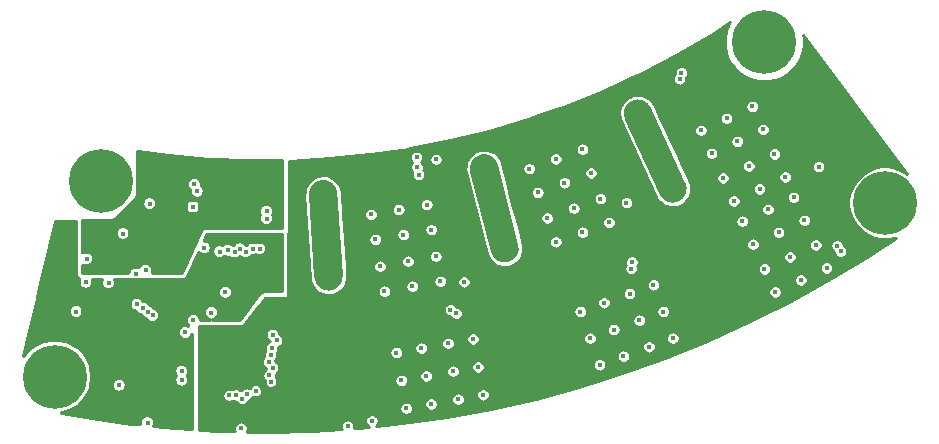
<source format=gbr>
G04 #@! TF.GenerationSoftware,KiCad,Pcbnew,(5.1.10)-1*
G04 #@! TF.CreationDate,2022-10-21T14:01:49-07:00*
G04 #@! TF.ProjectId,Motor_Gen2P,4d6f746f-725f-4476-956e-32502e6b6963,rev?*
G04 #@! TF.SameCoordinates,Original*
G04 #@! TF.FileFunction,Copper,L2,Inr*
G04 #@! TF.FilePolarity,Positive*
%FSLAX46Y46*%
G04 Gerber Fmt 4.6, Leading zero omitted, Abs format (unit mm)*
G04 Created by KiCad (PCBNEW (5.1.10)-1) date 2022-10-21 14:01:49*
%MOMM*%
%LPD*%
G01*
G04 APERTURE LIST*
G04 #@! TA.AperFunction,ComponentPad*
%ADD10C,0.400000*%
G04 #@! TD*
G04 #@! TA.AperFunction,ComponentPad*
%ADD11C,0.800000*%
G04 #@! TD*
G04 #@! TA.AperFunction,ComponentPad*
%ADD12C,5.400000*%
G04 #@! TD*
G04 #@! TA.AperFunction,ViaPad*
%ADD13C,0.381000*%
G04 #@! TD*
G04 #@! TA.AperFunction,Conductor*
%ADD14C,0.355600*%
G04 #@! TD*
G04 #@! TA.AperFunction,Conductor*
%ADD15C,0.100000*%
G04 #@! TD*
G04 #@! TA.AperFunction,Conductor*
%ADD16C,0.254000*%
G04 #@! TD*
G04 APERTURE END LIST*
G04 #@! TA.AperFunction,ComponentPad*
G36*
G01*
X104333632Y-82393914D02*
X103869714Y-75409304D01*
G75*
G02*
X104987547Y-74132413I1197362J79529D01*
G01*
X104987547Y-74132413D01*
G75*
G02*
X106264438Y-75250246I79529J-1197362D01*
G01*
X106728356Y-82234856D01*
G75*
G02*
X105610523Y-83511747I-1197362J-79529D01*
G01*
X105610523Y-83511747D01*
G75*
G02*
X104333632Y-82393914I-79529J1197362D01*
G01*
G37*
G04 #@! TD.AperFunction*
D10*
X123246645Y-75196717D03*
X122511302Y-73176378D03*
X124766564Y-72355529D03*
X127021826Y-71534681D03*
X127757170Y-73555020D03*
X125501907Y-74375869D03*
X124033291Y-77358010D03*
X124768635Y-79378349D03*
X127023897Y-78557501D03*
X129279159Y-77736652D03*
X128543816Y-75716313D03*
X126288554Y-76537162D03*
X130496717Y-89053355D03*
X128476378Y-89788698D03*
X127655529Y-87533436D03*
X126834681Y-85278174D03*
X128855020Y-84542830D03*
X129675869Y-86798093D03*
X132658010Y-88266709D03*
X134678349Y-87531365D03*
X133857501Y-85276103D03*
X133036652Y-83020841D03*
X131016313Y-83756184D03*
X131837162Y-86011446D03*
X137959119Y-71888994D03*
X137050490Y-69940432D03*
X139225629Y-68926148D03*
X141400768Y-67911864D03*
X142309397Y-69860426D03*
X140134258Y-70874710D03*
X138931141Y-73973501D03*
X139839771Y-75922063D03*
X142014909Y-74907779D03*
X144190048Y-73893496D03*
X143281419Y-71944934D03*
X141106280Y-72959218D03*
X141459119Y-79588994D03*
X140550490Y-77640432D03*
X142725629Y-76626148D03*
X144900768Y-75611864D03*
X145809397Y-77560426D03*
X143634258Y-78574710D03*
X142431141Y-81673501D03*
X143339771Y-83622063D03*
X145514909Y-82607779D03*
X147690048Y-81593496D03*
X146781419Y-79644934D03*
X144606280Y-80659218D03*
X109486006Y-79175544D03*
X109112663Y-77058207D03*
X111476201Y-76641452D03*
X113839740Y-76224696D03*
X114213083Y-78342033D03*
X111849545Y-78758788D03*
X109885397Y-81440602D03*
X110258741Y-83557938D03*
X112622279Y-83141183D03*
X114985818Y-82724427D03*
X114612474Y-80607090D03*
X112248936Y-81023846D03*
X114214463Y-93101840D03*
X112097126Y-93475183D03*
X111680371Y-91111645D03*
X111263615Y-88748106D03*
X113380952Y-88374763D03*
X113797707Y-90738301D03*
X116479521Y-92702449D03*
X118596857Y-92329105D03*
X118180102Y-89965567D03*
X117763346Y-87602028D03*
X115646009Y-87975372D03*
X116062765Y-90338910D03*
G04 #@! TA.AperFunction,ComponentPad*
G36*
G01*
X119270068Y-80226037D02*
X117541074Y-73442927D01*
G75*
G02*
X118407494Y-71983709I1162819J296399D01*
G01*
X118407494Y-71983709D01*
G75*
G02*
X119866712Y-72850129I296399J-1162819D01*
G01*
X121595706Y-79633239D01*
G75*
G02*
X120729286Y-81092457I-1162819J-296399D01*
G01*
X120729286Y-81092457D01*
G75*
G02*
X119270068Y-80226037I-296399J1162819D01*
G01*
G37*
G04 #@! TD.AperFunction*
G04 #@! TA.AperFunction,ComponentPad*
G36*
G01*
X133561712Y-75373596D02*
X130625548Y-69019154D01*
G75*
G02*
X131211539Y-67426479I1089333J503342D01*
G01*
X131211539Y-67426479D01*
G75*
G02*
X132804214Y-68012470I503342J-1089333D01*
G01*
X135740378Y-74366912D01*
G75*
G02*
X135154387Y-75959587I-1089333J-503342D01*
G01*
X135154387Y-75959587D01*
G75*
G02*
X133561712Y-75373596I-503342J1089333D01*
G01*
G37*
G04 #@! TD.AperFunction*
D11*
X154052457Y-74642585D03*
X152620566Y-74049476D03*
X151188675Y-74642585D03*
X150595566Y-76074476D03*
X151188675Y-77506367D03*
X152620566Y-78099476D03*
X154052457Y-77506367D03*
X154645566Y-76074476D03*
D12*
X152620566Y-76074476D03*
D11*
X143850604Y-61025316D03*
X142418713Y-60432207D03*
X140986822Y-61025316D03*
X140393713Y-62457207D03*
X140986822Y-63889098D03*
X142418713Y-64482207D03*
X143850604Y-63889098D03*
X144443713Y-62457207D03*
D12*
X142418713Y-62457207D03*
D11*
X83795475Y-89371230D03*
X82363584Y-88778121D03*
X80931693Y-89371230D03*
X80338584Y-90803121D03*
X80931693Y-92235012D03*
X82363584Y-92828121D03*
X83795475Y-92235012D03*
X84388584Y-90803121D03*
D12*
X82363584Y-90803121D03*
D11*
X87669284Y-72803145D03*
X86237393Y-72210036D03*
X84805502Y-72803145D03*
X84212393Y-74235036D03*
X84805502Y-75666927D03*
X86237393Y-76260036D03*
X87669284Y-75666927D03*
X88262393Y-74235036D03*
D12*
X86237393Y-74235036D03*
D13*
X87800000Y-91525000D03*
X90200000Y-94700000D03*
X90375000Y-76150000D03*
X84150000Y-85275000D03*
X96300000Y-80200000D03*
X93275000Y-88125000D03*
X92625000Y-88000000D03*
X89200000Y-82100000D03*
X83150000Y-84500000D03*
X82500000Y-83300000D03*
X82800000Y-79850000D03*
X82800000Y-80950000D03*
X82900000Y-85900000D03*
X81825000Y-85900000D03*
X87100000Y-94325000D03*
X86300000Y-94325000D03*
X88000000Y-94325000D03*
X95500000Y-78875000D03*
X114625000Y-72400000D03*
X95700000Y-80125000D03*
X84100000Y-77700000D03*
X82500000Y-77700000D03*
X80400000Y-87900000D03*
X85800000Y-89200000D03*
X84100000Y-93800000D03*
X87100000Y-92200000D03*
X90600000Y-91800000D03*
X91500000Y-86900000D03*
X86500000Y-86900000D03*
X88800000Y-90000000D03*
X86900000Y-85600000D03*
X100500000Y-81700000D03*
X101500000Y-81200000D03*
X82250000Y-83900000D03*
X84050000Y-83900000D03*
X86100000Y-85300000D03*
X92650002Y-85925000D03*
X96275000Y-81600000D03*
X89550000Y-85575000D03*
X88650000Y-84650000D03*
X84987500Y-82812500D03*
X86900000Y-82850000D03*
X94995375Y-79895375D03*
X112975000Y-72200000D03*
X90050000Y-81800000D03*
X94050000Y-76425000D03*
X88950000Y-79500000D03*
X89450000Y-80575000D03*
X92025000Y-78700000D03*
X93250000Y-78700000D03*
X89450000Y-77875000D03*
X91300000Y-75600000D03*
X92825000Y-74325000D03*
X93350000Y-73875000D03*
X92225000Y-74975000D03*
X90375000Y-74975000D03*
X90250000Y-72975000D03*
X91375000Y-73000000D03*
X100300000Y-72925000D03*
X100300000Y-76125000D03*
X90175000Y-76975000D03*
X85700000Y-79475000D03*
X93075000Y-76125000D03*
X93850000Y-79975000D03*
X94325000Y-79175000D03*
X84800000Y-82000000D03*
X84800000Y-77600000D03*
X87925000Y-80275000D03*
X84775000Y-80225000D03*
X91075000Y-80125000D03*
X91650000Y-72200000D03*
X96825000Y-72550000D03*
X99975000Y-78200000D03*
X96425000Y-78200000D03*
X96425000Y-76725000D03*
X101575000Y-75500000D03*
X98500000Y-74200000D03*
X98200000Y-77400000D03*
X135400000Y-65049994D03*
X100275000Y-76775000D03*
X131150000Y-81650000D03*
X100800000Y-90025000D03*
X135250000Y-65575000D03*
X100275000Y-77425000D03*
X148875000Y-80175000D03*
X97693400Y-92325000D03*
X131200000Y-81075000D03*
X100450000Y-89525000D03*
X116325000Y-85425000D03*
X100625000Y-88925000D03*
X147025000Y-73000000D03*
X98600000Y-92275000D03*
X100500000Y-90675000D03*
X130750000Y-76050000D03*
X117000000Y-82775000D03*
X101125000Y-87725000D03*
X94825000Y-89500000D03*
X94825000Y-88100000D03*
X98900000Y-89500000D03*
X98900000Y-88125000D03*
X97550000Y-86775000D03*
X96175000Y-86775000D03*
X97550000Y-90825000D03*
X96175000Y-90800000D03*
X96175000Y-88125000D03*
X97550000Y-88125000D03*
X97525000Y-89475000D03*
X96175000Y-89475000D03*
X126500000Y-70000000D03*
X126500000Y-69000000D03*
X125500000Y-69000000D03*
X125500000Y-70000000D03*
X124500000Y-71000000D03*
X124500000Y-70000000D03*
X123500000Y-70000000D03*
X123500000Y-71000000D03*
X122500000Y-71000000D03*
X122500000Y-70000000D03*
X116450000Y-75325000D03*
X116800000Y-77025000D03*
X117175000Y-78975000D03*
X117475000Y-80700000D03*
X114800000Y-77375000D03*
X115150000Y-79350000D03*
X115450000Y-81050000D03*
X129425000Y-70225000D03*
X130075000Y-71800000D03*
X130750000Y-73700000D03*
X131375000Y-75325000D03*
X129450000Y-76025000D03*
X128850000Y-74375000D03*
X128175000Y-72525000D03*
X127575000Y-70925000D03*
X122500000Y-72000000D03*
X123500000Y-72000000D03*
X125500000Y-71000000D03*
X126500000Y-71000000D03*
X127500000Y-70000000D03*
X127500000Y-69000000D03*
X121500000Y-71000000D03*
X121500000Y-72000000D03*
X120500000Y-71000000D03*
X128500000Y-69000000D03*
X128500000Y-70000000D03*
X128500000Y-71000000D03*
X128500000Y-68000000D03*
X143775000Y-66350000D03*
X144475000Y-67900000D03*
X145300000Y-69725000D03*
X146050000Y-71300000D03*
X143475000Y-70600000D03*
X142625000Y-68775000D03*
X142000000Y-67425000D03*
X153000000Y-72000000D03*
X151500000Y-72000000D03*
X150000000Y-72000000D03*
X148500000Y-72000000D03*
X148500000Y-75000000D03*
X148500000Y-73500000D03*
X150000000Y-73500000D03*
X147000000Y-72000000D03*
X147000000Y-70500000D03*
X148500000Y-70500000D03*
X150000000Y-70500000D03*
X151500000Y-70500000D03*
X150000000Y-69000000D03*
X148500000Y-69000000D03*
X147000000Y-69000000D03*
X148500000Y-67500000D03*
X139000000Y-67500000D03*
X140500000Y-67500000D03*
X140500000Y-66000000D03*
X139000000Y-66000000D03*
X139000000Y-64500000D03*
X142000000Y-66000000D03*
X139000000Y-63000000D03*
X137500000Y-64500000D03*
X137500000Y-63000000D03*
X134400000Y-81300000D03*
X138700000Y-79300000D03*
X136600000Y-80300000D03*
X135500000Y-80800000D03*
X137700000Y-79800000D03*
X134900000Y-79500000D03*
X136000000Y-79000000D03*
X137100000Y-78500000D03*
X119900000Y-84900000D03*
X124900000Y-83600000D03*
X122300000Y-84300000D03*
X121800000Y-82400000D03*
X119400000Y-83000000D03*
X114475000Y-75675000D03*
X101525000Y-85100000D03*
X103400000Y-84975000D03*
X100800000Y-87225000D03*
X100650000Y-91225000D03*
X101525000Y-86450000D03*
X103550000Y-86100000D03*
X103750000Y-90125000D03*
X116200000Y-84475000D03*
X98925000Y-86800000D03*
X98900000Y-90825000D03*
X94825000Y-90850000D03*
X99350000Y-91966357D03*
X99675000Y-94633400D03*
X101050000Y-94633400D03*
X102075000Y-94633400D03*
X104100000Y-94633400D03*
X96425000Y-94325000D03*
X105725000Y-89750000D03*
X105450000Y-85800000D03*
X115100000Y-71700000D03*
X116600000Y-71500000D03*
X115200000Y-73700000D03*
X148575000Y-79700000D03*
X98183410Y-92650000D03*
X115850000Y-85125000D03*
X100700000Y-88350000D03*
X109200000Y-94525000D03*
X97100000Y-92375000D03*
X107150000Y-94975000D03*
X98100000Y-95150000D03*
X93100000Y-91100000D03*
X93100000Y-90325000D03*
X94161039Y-74511039D03*
X88125000Y-78675000D03*
X94425000Y-75100000D03*
X85050000Y-80825000D03*
X94075000Y-86025000D03*
X93394100Y-87050000D03*
X95612490Y-85362490D03*
X96800000Y-83650000D03*
X98500000Y-80225000D03*
X90645377Y-85607088D03*
X98013898Y-79948672D03*
X90217595Y-85288450D03*
X97565404Y-80237431D03*
X89782062Y-84978351D03*
X97000000Y-80100000D03*
X89300000Y-84674998D03*
X113025000Y-73050000D03*
X99100000Y-79975000D03*
X113150884Y-73681413D03*
X99700000Y-79975000D03*
D14*
X92002553Y-72139720D02*
X92006335Y-72140139D01*
X92010061Y-72140670D01*
X92025117Y-72142218D01*
X95409677Y-72436368D01*
X95413480Y-72436608D01*
X95417222Y-72436963D01*
X95432334Y-72437800D01*
X98826993Y-72572188D01*
X98830773Y-72572248D01*
X98834557Y-72572428D01*
X98849693Y-72572551D01*
X101622200Y-72551600D01*
X101622200Y-78222200D01*
X95000000Y-78222200D01*
X94965313Y-78225616D01*
X94931959Y-78235734D01*
X94901220Y-78252165D01*
X94874276Y-78274276D01*
X94852165Y-78301220D01*
X94839315Y-78323886D01*
X93087482Y-82022200D01*
X90631534Y-82022200D01*
X90648385Y-81981518D01*
X90672300Y-81861291D01*
X90672300Y-81738709D01*
X90648385Y-81618482D01*
X90601475Y-81505230D01*
X90533372Y-81403307D01*
X90446693Y-81316628D01*
X90344770Y-81248525D01*
X90231518Y-81201615D01*
X90111291Y-81177700D01*
X89988709Y-81177700D01*
X89868482Y-81201615D01*
X89755230Y-81248525D01*
X89653307Y-81316628D01*
X89566628Y-81403307D01*
X89498525Y-81505230D01*
X89482668Y-81543512D01*
X89381518Y-81501615D01*
X89261291Y-81477700D01*
X89138709Y-81477700D01*
X89018482Y-81501615D01*
X88905230Y-81548525D01*
X88803307Y-81616628D01*
X88716628Y-81703307D01*
X88648525Y-81805230D01*
X88601615Y-81918482D01*
X88580984Y-82022200D01*
X84777800Y-82022200D01*
X84777800Y-81385824D01*
X84868482Y-81423385D01*
X84988709Y-81447300D01*
X85111291Y-81447300D01*
X85231518Y-81423385D01*
X85344770Y-81376475D01*
X85446693Y-81308372D01*
X85533372Y-81221693D01*
X85601475Y-81119770D01*
X85648385Y-81006518D01*
X85672300Y-80886291D01*
X85672300Y-80763709D01*
X85648385Y-80643482D01*
X85601475Y-80530230D01*
X85533372Y-80428307D01*
X85446693Y-80341628D01*
X85344770Y-80273525D01*
X85231518Y-80226615D01*
X85111291Y-80202700D01*
X84988709Y-80202700D01*
X84868482Y-80226615D01*
X84777800Y-80264176D01*
X84777800Y-78613709D01*
X87502700Y-78613709D01*
X87502700Y-78736291D01*
X87526615Y-78856518D01*
X87573525Y-78969770D01*
X87641628Y-79071693D01*
X87728307Y-79158372D01*
X87830230Y-79226475D01*
X87943482Y-79273385D01*
X88063709Y-79297300D01*
X88186291Y-79297300D01*
X88306518Y-79273385D01*
X88419770Y-79226475D01*
X88521693Y-79158372D01*
X88608372Y-79071693D01*
X88676475Y-78969770D01*
X88723385Y-78856518D01*
X88747300Y-78736291D01*
X88747300Y-78613709D01*
X88723385Y-78493482D01*
X88676475Y-78380230D01*
X88608372Y-78278307D01*
X88521693Y-78191628D01*
X88419770Y-78123525D01*
X88306518Y-78076615D01*
X88186291Y-78052700D01*
X88063709Y-78052700D01*
X87943482Y-78076615D01*
X87830230Y-78123525D01*
X87728307Y-78191628D01*
X87641628Y-78278307D01*
X87573525Y-78380230D01*
X87526615Y-78493482D01*
X87502700Y-78613709D01*
X84777800Y-78613709D01*
X84777800Y-77577800D01*
X87300000Y-77577800D01*
X87334687Y-77574384D01*
X87368041Y-77564266D01*
X87398780Y-77547835D01*
X87425724Y-77525724D01*
X88862739Y-76088709D01*
X89752700Y-76088709D01*
X89752700Y-76211291D01*
X89776615Y-76331518D01*
X89823525Y-76444770D01*
X89891628Y-76546693D01*
X89978307Y-76633372D01*
X90080230Y-76701475D01*
X90193482Y-76748385D01*
X90313709Y-76772300D01*
X90436291Y-76772300D01*
X90556518Y-76748385D01*
X90669770Y-76701475D01*
X90771693Y-76633372D01*
X90858372Y-76546693D01*
X90926475Y-76444770D01*
X90960051Y-76363709D01*
X93427700Y-76363709D01*
X93427700Y-76486291D01*
X93451615Y-76606518D01*
X93498525Y-76719770D01*
X93566628Y-76821693D01*
X93653307Y-76908372D01*
X93755230Y-76976475D01*
X93868482Y-77023385D01*
X93988709Y-77047300D01*
X94111291Y-77047300D01*
X94231518Y-77023385D01*
X94344770Y-76976475D01*
X94446693Y-76908372D01*
X94533372Y-76821693D01*
X94601475Y-76719770D01*
X94603985Y-76713709D01*
X99652700Y-76713709D01*
X99652700Y-76836291D01*
X99676615Y-76956518D01*
X99723525Y-77069770D01*
X99743724Y-77100000D01*
X99723525Y-77130230D01*
X99676615Y-77243482D01*
X99652700Y-77363709D01*
X99652700Y-77486291D01*
X99676615Y-77606518D01*
X99723525Y-77719770D01*
X99791628Y-77821693D01*
X99878307Y-77908372D01*
X99980230Y-77976475D01*
X100093482Y-78023385D01*
X100213709Y-78047300D01*
X100336291Y-78047300D01*
X100456518Y-78023385D01*
X100569770Y-77976475D01*
X100671693Y-77908372D01*
X100758372Y-77821693D01*
X100826475Y-77719770D01*
X100873385Y-77606518D01*
X100897300Y-77486291D01*
X100897300Y-77363709D01*
X100873385Y-77243482D01*
X100826475Y-77130230D01*
X100806276Y-77100000D01*
X100826475Y-77069770D01*
X100873385Y-76956518D01*
X100897300Y-76836291D01*
X100897300Y-76713709D01*
X100873385Y-76593482D01*
X100826475Y-76480230D01*
X100758372Y-76378307D01*
X100671693Y-76291628D01*
X100569770Y-76223525D01*
X100456518Y-76176615D01*
X100336291Y-76152700D01*
X100213709Y-76152700D01*
X100093482Y-76176615D01*
X99980230Y-76223525D01*
X99878307Y-76291628D01*
X99791628Y-76378307D01*
X99723525Y-76480230D01*
X99676615Y-76593482D01*
X99652700Y-76713709D01*
X94603985Y-76713709D01*
X94648385Y-76606518D01*
X94672300Y-76486291D01*
X94672300Y-76363709D01*
X94648385Y-76243482D01*
X94601475Y-76130230D01*
X94533372Y-76028307D01*
X94446693Y-75941628D01*
X94344770Y-75873525D01*
X94231518Y-75826615D01*
X94111291Y-75802700D01*
X93988709Y-75802700D01*
X93868482Y-75826615D01*
X93755230Y-75873525D01*
X93653307Y-75941628D01*
X93566628Y-76028307D01*
X93498525Y-76130230D01*
X93451615Y-76243482D01*
X93427700Y-76363709D01*
X90960051Y-76363709D01*
X90973385Y-76331518D01*
X90997300Y-76211291D01*
X90997300Y-76088709D01*
X90973385Y-75968482D01*
X90926475Y-75855230D01*
X90858372Y-75753307D01*
X90771693Y-75666628D01*
X90669770Y-75598525D01*
X90556518Y-75551615D01*
X90436291Y-75527700D01*
X90313709Y-75527700D01*
X90193482Y-75551615D01*
X90080230Y-75598525D01*
X89978307Y-75666628D01*
X89891628Y-75753307D01*
X89823525Y-75855230D01*
X89776615Y-75968482D01*
X89752700Y-76088709D01*
X88862739Y-76088709D01*
X89325724Y-75625724D01*
X89347835Y-75598780D01*
X89364266Y-75568041D01*
X89374384Y-75534687D01*
X89377800Y-75500000D01*
X89377800Y-74449748D01*
X93538739Y-74449748D01*
X93538739Y-74572330D01*
X93562654Y-74692557D01*
X93609564Y-74805809D01*
X93677667Y-74907732D01*
X93764346Y-74994411D01*
X93805978Y-75022229D01*
X93802700Y-75038709D01*
X93802700Y-75161291D01*
X93826615Y-75281518D01*
X93873525Y-75394770D01*
X93941628Y-75496693D01*
X94028307Y-75583372D01*
X94130230Y-75651475D01*
X94243482Y-75698385D01*
X94363709Y-75722300D01*
X94486291Y-75722300D01*
X94606518Y-75698385D01*
X94719770Y-75651475D01*
X94821693Y-75583372D01*
X94908372Y-75496693D01*
X94976475Y-75394770D01*
X95023385Y-75281518D01*
X95047300Y-75161291D01*
X95047300Y-75038709D01*
X95023385Y-74918482D01*
X94976475Y-74805230D01*
X94908372Y-74703307D01*
X94821693Y-74616628D01*
X94780061Y-74588810D01*
X94783339Y-74572330D01*
X94783339Y-74449748D01*
X94759424Y-74329521D01*
X94712514Y-74216269D01*
X94644411Y-74114346D01*
X94557732Y-74027667D01*
X94455809Y-73959564D01*
X94342557Y-73912654D01*
X94222330Y-73888739D01*
X94099748Y-73888739D01*
X93979521Y-73912654D01*
X93866269Y-73959564D01*
X93764346Y-74027667D01*
X93677667Y-74114346D01*
X93609564Y-74216269D01*
X93562654Y-74329521D01*
X93538739Y-74449748D01*
X89377800Y-74449748D01*
X89377800Y-71786377D01*
X92002553Y-72139720D01*
G04 #@! TA.AperFunction,Conductor*
D15*
G36*
X92002553Y-72139720D02*
G01*
X92006335Y-72140139D01*
X92010061Y-72140670D01*
X92025117Y-72142218D01*
X95409677Y-72436368D01*
X95413480Y-72436608D01*
X95417222Y-72436963D01*
X95432334Y-72437800D01*
X98826993Y-72572188D01*
X98830773Y-72572248D01*
X98834557Y-72572428D01*
X98849693Y-72572551D01*
X101622200Y-72551600D01*
X101622200Y-78222200D01*
X95000000Y-78222200D01*
X94965313Y-78225616D01*
X94931959Y-78235734D01*
X94901220Y-78252165D01*
X94874276Y-78274276D01*
X94852165Y-78301220D01*
X94839315Y-78323886D01*
X93087482Y-82022200D01*
X90631534Y-82022200D01*
X90648385Y-81981518D01*
X90672300Y-81861291D01*
X90672300Y-81738709D01*
X90648385Y-81618482D01*
X90601475Y-81505230D01*
X90533372Y-81403307D01*
X90446693Y-81316628D01*
X90344770Y-81248525D01*
X90231518Y-81201615D01*
X90111291Y-81177700D01*
X89988709Y-81177700D01*
X89868482Y-81201615D01*
X89755230Y-81248525D01*
X89653307Y-81316628D01*
X89566628Y-81403307D01*
X89498525Y-81505230D01*
X89482668Y-81543512D01*
X89381518Y-81501615D01*
X89261291Y-81477700D01*
X89138709Y-81477700D01*
X89018482Y-81501615D01*
X88905230Y-81548525D01*
X88803307Y-81616628D01*
X88716628Y-81703307D01*
X88648525Y-81805230D01*
X88601615Y-81918482D01*
X88580984Y-82022200D01*
X84777800Y-82022200D01*
X84777800Y-81385824D01*
X84868482Y-81423385D01*
X84988709Y-81447300D01*
X85111291Y-81447300D01*
X85231518Y-81423385D01*
X85344770Y-81376475D01*
X85446693Y-81308372D01*
X85533372Y-81221693D01*
X85601475Y-81119770D01*
X85648385Y-81006518D01*
X85672300Y-80886291D01*
X85672300Y-80763709D01*
X85648385Y-80643482D01*
X85601475Y-80530230D01*
X85533372Y-80428307D01*
X85446693Y-80341628D01*
X85344770Y-80273525D01*
X85231518Y-80226615D01*
X85111291Y-80202700D01*
X84988709Y-80202700D01*
X84868482Y-80226615D01*
X84777800Y-80264176D01*
X84777800Y-78613709D01*
X87502700Y-78613709D01*
X87502700Y-78736291D01*
X87526615Y-78856518D01*
X87573525Y-78969770D01*
X87641628Y-79071693D01*
X87728307Y-79158372D01*
X87830230Y-79226475D01*
X87943482Y-79273385D01*
X88063709Y-79297300D01*
X88186291Y-79297300D01*
X88306518Y-79273385D01*
X88419770Y-79226475D01*
X88521693Y-79158372D01*
X88608372Y-79071693D01*
X88676475Y-78969770D01*
X88723385Y-78856518D01*
X88747300Y-78736291D01*
X88747300Y-78613709D01*
X88723385Y-78493482D01*
X88676475Y-78380230D01*
X88608372Y-78278307D01*
X88521693Y-78191628D01*
X88419770Y-78123525D01*
X88306518Y-78076615D01*
X88186291Y-78052700D01*
X88063709Y-78052700D01*
X87943482Y-78076615D01*
X87830230Y-78123525D01*
X87728307Y-78191628D01*
X87641628Y-78278307D01*
X87573525Y-78380230D01*
X87526615Y-78493482D01*
X87502700Y-78613709D01*
X84777800Y-78613709D01*
X84777800Y-77577800D01*
X87300000Y-77577800D01*
X87334687Y-77574384D01*
X87368041Y-77564266D01*
X87398780Y-77547835D01*
X87425724Y-77525724D01*
X88862739Y-76088709D01*
X89752700Y-76088709D01*
X89752700Y-76211291D01*
X89776615Y-76331518D01*
X89823525Y-76444770D01*
X89891628Y-76546693D01*
X89978307Y-76633372D01*
X90080230Y-76701475D01*
X90193482Y-76748385D01*
X90313709Y-76772300D01*
X90436291Y-76772300D01*
X90556518Y-76748385D01*
X90669770Y-76701475D01*
X90771693Y-76633372D01*
X90858372Y-76546693D01*
X90926475Y-76444770D01*
X90960051Y-76363709D01*
X93427700Y-76363709D01*
X93427700Y-76486291D01*
X93451615Y-76606518D01*
X93498525Y-76719770D01*
X93566628Y-76821693D01*
X93653307Y-76908372D01*
X93755230Y-76976475D01*
X93868482Y-77023385D01*
X93988709Y-77047300D01*
X94111291Y-77047300D01*
X94231518Y-77023385D01*
X94344770Y-76976475D01*
X94446693Y-76908372D01*
X94533372Y-76821693D01*
X94601475Y-76719770D01*
X94603985Y-76713709D01*
X99652700Y-76713709D01*
X99652700Y-76836291D01*
X99676615Y-76956518D01*
X99723525Y-77069770D01*
X99743724Y-77100000D01*
X99723525Y-77130230D01*
X99676615Y-77243482D01*
X99652700Y-77363709D01*
X99652700Y-77486291D01*
X99676615Y-77606518D01*
X99723525Y-77719770D01*
X99791628Y-77821693D01*
X99878307Y-77908372D01*
X99980230Y-77976475D01*
X100093482Y-78023385D01*
X100213709Y-78047300D01*
X100336291Y-78047300D01*
X100456518Y-78023385D01*
X100569770Y-77976475D01*
X100671693Y-77908372D01*
X100758372Y-77821693D01*
X100826475Y-77719770D01*
X100873385Y-77606518D01*
X100897300Y-77486291D01*
X100897300Y-77363709D01*
X100873385Y-77243482D01*
X100826475Y-77130230D01*
X100806276Y-77100000D01*
X100826475Y-77069770D01*
X100873385Y-76956518D01*
X100897300Y-76836291D01*
X100897300Y-76713709D01*
X100873385Y-76593482D01*
X100826475Y-76480230D01*
X100758372Y-76378307D01*
X100671693Y-76291628D01*
X100569770Y-76223525D01*
X100456518Y-76176615D01*
X100336291Y-76152700D01*
X100213709Y-76152700D01*
X100093482Y-76176615D01*
X99980230Y-76223525D01*
X99878307Y-76291628D01*
X99791628Y-76378307D01*
X99723525Y-76480230D01*
X99676615Y-76593482D01*
X99652700Y-76713709D01*
X94603985Y-76713709D01*
X94648385Y-76606518D01*
X94672300Y-76486291D01*
X94672300Y-76363709D01*
X94648385Y-76243482D01*
X94601475Y-76130230D01*
X94533372Y-76028307D01*
X94446693Y-75941628D01*
X94344770Y-75873525D01*
X94231518Y-75826615D01*
X94111291Y-75802700D01*
X93988709Y-75802700D01*
X93868482Y-75826615D01*
X93755230Y-75873525D01*
X93653307Y-75941628D01*
X93566628Y-76028307D01*
X93498525Y-76130230D01*
X93451615Y-76243482D01*
X93427700Y-76363709D01*
X90960051Y-76363709D01*
X90973385Y-76331518D01*
X90997300Y-76211291D01*
X90997300Y-76088709D01*
X90973385Y-75968482D01*
X90926475Y-75855230D01*
X90858372Y-75753307D01*
X90771693Y-75666628D01*
X90669770Y-75598525D01*
X90556518Y-75551615D01*
X90436291Y-75527700D01*
X90313709Y-75527700D01*
X90193482Y-75551615D01*
X90080230Y-75598525D01*
X89978307Y-75666628D01*
X89891628Y-75753307D01*
X89823525Y-75855230D01*
X89776615Y-75968482D01*
X89752700Y-76088709D01*
X88862739Y-76088709D01*
X89325724Y-75625724D01*
X89347835Y-75598780D01*
X89364266Y-75568041D01*
X89374384Y-75534687D01*
X89377800Y-75500000D01*
X89377800Y-74449748D01*
X93538739Y-74449748D01*
X93538739Y-74572330D01*
X93562654Y-74692557D01*
X93609564Y-74805809D01*
X93677667Y-74907732D01*
X93764346Y-74994411D01*
X93805978Y-75022229D01*
X93802700Y-75038709D01*
X93802700Y-75161291D01*
X93826615Y-75281518D01*
X93873525Y-75394770D01*
X93941628Y-75496693D01*
X94028307Y-75583372D01*
X94130230Y-75651475D01*
X94243482Y-75698385D01*
X94363709Y-75722300D01*
X94486291Y-75722300D01*
X94606518Y-75698385D01*
X94719770Y-75651475D01*
X94821693Y-75583372D01*
X94908372Y-75496693D01*
X94976475Y-75394770D01*
X95023385Y-75281518D01*
X95047300Y-75161291D01*
X95047300Y-75038709D01*
X95023385Y-74918482D01*
X94976475Y-74805230D01*
X94908372Y-74703307D01*
X94821693Y-74616628D01*
X94780061Y-74588810D01*
X94783339Y-74572330D01*
X94783339Y-74449748D01*
X94759424Y-74329521D01*
X94712514Y-74216269D01*
X94644411Y-74114346D01*
X94557732Y-74027667D01*
X94455809Y-73959564D01*
X94342557Y-73912654D01*
X94222330Y-73888739D01*
X94099748Y-73888739D01*
X93979521Y-73912654D01*
X93866269Y-73959564D01*
X93764346Y-74027667D01*
X93677667Y-74114346D01*
X93609564Y-74216269D01*
X93562654Y-74329521D01*
X93538739Y-74449748D01*
X89377800Y-74449748D01*
X89377800Y-71786377D01*
X92002553Y-72139720D01*
G37*
G04 #@! TD.AperFunction*
D16*
X139463274Y-60877492D02*
X139211875Y-61484423D01*
X139083713Y-62128738D01*
X139083713Y-62785676D01*
X139211875Y-63429991D01*
X139463274Y-64036922D01*
X139828249Y-64583146D01*
X140292774Y-65047671D01*
X140838998Y-65412646D01*
X141445929Y-65664045D01*
X142090244Y-65792207D01*
X142747182Y-65792207D01*
X143391497Y-65664045D01*
X143998428Y-65412646D01*
X144544652Y-65047671D01*
X145009177Y-64583146D01*
X145374152Y-64036922D01*
X145625551Y-63429991D01*
X145753713Y-62785676D01*
X145753713Y-62128738D01*
X145707185Y-61894827D01*
X154490175Y-73618222D01*
X154079967Y-73344129D01*
X153519261Y-73111877D01*
X152924018Y-72993476D01*
X152317114Y-72993476D01*
X151721871Y-73111877D01*
X151161165Y-73344129D01*
X150656543Y-73681307D01*
X150227397Y-74110453D01*
X149890219Y-74615075D01*
X149657967Y-75175781D01*
X149539566Y-75771024D01*
X149539566Y-76377928D01*
X149657967Y-76973171D01*
X149890219Y-77533877D01*
X150227397Y-78038499D01*
X150656543Y-78467645D01*
X151161165Y-78804823D01*
X151721871Y-79037075D01*
X152317114Y-79155476D01*
X152924018Y-79155476D01*
X153519261Y-79037075D01*
X153529680Y-79032759D01*
X151114749Y-80632472D01*
X147837653Y-82618836D01*
X144483457Y-84472098D01*
X141057612Y-86189243D01*
X137565615Y-87767521D01*
X134013059Y-89204399D01*
X130405737Y-90497538D01*
X126749411Y-91644871D01*
X123049997Y-92644540D01*
X119313440Y-93494943D01*
X115545750Y-94194708D01*
X111753035Y-94742701D01*
X109562889Y-94969862D01*
X109564310Y-94968913D01*
X109643913Y-94889310D01*
X109706457Y-94795707D01*
X109749537Y-94691700D01*
X109771500Y-94581288D01*
X109771500Y-94468712D01*
X109749537Y-94358300D01*
X109706457Y-94254293D01*
X109643913Y-94160690D01*
X109564310Y-94081087D01*
X109470707Y-94018543D01*
X109366700Y-93975463D01*
X109256288Y-93953500D01*
X109143712Y-93953500D01*
X109033300Y-93975463D01*
X108929293Y-94018543D01*
X108835690Y-94081087D01*
X108756087Y-94160690D01*
X108693543Y-94254293D01*
X108650463Y-94358300D01*
X108628500Y-94468712D01*
X108628500Y-94581288D01*
X108650463Y-94691700D01*
X108693543Y-94795707D01*
X108756087Y-94889310D01*
X108835690Y-94968913D01*
X108929293Y-95031457D01*
X108937251Y-95034753D01*
X107941364Y-95138047D01*
X107694581Y-95153666D01*
X107699537Y-95141700D01*
X107721500Y-95031288D01*
X107721500Y-94918712D01*
X107699537Y-94808300D01*
X107656457Y-94704293D01*
X107593913Y-94610690D01*
X107514310Y-94531087D01*
X107420707Y-94468543D01*
X107316700Y-94425463D01*
X107206288Y-94403500D01*
X107093712Y-94403500D01*
X106983300Y-94425463D01*
X106879293Y-94468543D01*
X106785690Y-94531087D01*
X106706087Y-94610690D01*
X106643543Y-94704293D01*
X106600463Y-94808300D01*
X106578500Y-94918712D01*
X106578500Y-95031288D01*
X106600463Y-95141700D01*
X106633243Y-95220840D01*
X104116908Y-95380105D01*
X100285823Y-95468484D01*
X98593842Y-95439587D01*
X98606457Y-95420707D01*
X98649537Y-95316700D01*
X98671500Y-95206288D01*
X98671500Y-95093712D01*
X98649537Y-94983300D01*
X98606457Y-94879293D01*
X98543913Y-94785690D01*
X98464310Y-94706087D01*
X98370707Y-94643543D01*
X98266700Y-94600463D01*
X98156288Y-94578500D01*
X98043712Y-94578500D01*
X97933300Y-94600463D01*
X97829293Y-94643543D01*
X97735690Y-94706087D01*
X97656087Y-94785690D01*
X97593543Y-94879293D01*
X97550463Y-94983300D01*
X97528500Y-95093712D01*
X97528500Y-95206288D01*
X97550463Y-95316700D01*
X97593543Y-95420707D01*
X97594757Y-95422523D01*
X96454278Y-95403045D01*
X94527000Y-95292646D01*
X94527000Y-93417960D01*
X111516126Y-93417960D01*
X111516126Y-93532406D01*
X111538454Y-93644654D01*
X111582251Y-93750390D01*
X111645834Y-93845549D01*
X111726760Y-93926475D01*
X111821919Y-93990058D01*
X111927655Y-94033855D01*
X112039903Y-94056183D01*
X112154349Y-94056183D01*
X112266597Y-94033855D01*
X112372333Y-93990058D01*
X112467492Y-93926475D01*
X112548418Y-93845549D01*
X112612001Y-93750390D01*
X112655798Y-93644654D01*
X112678126Y-93532406D01*
X112678126Y-93417960D01*
X112655798Y-93305712D01*
X112612001Y-93199976D01*
X112548418Y-93104817D01*
X112488218Y-93044617D01*
X113633463Y-93044617D01*
X113633463Y-93159063D01*
X113655791Y-93271311D01*
X113699588Y-93377047D01*
X113763171Y-93472206D01*
X113844097Y-93553132D01*
X113939256Y-93616715D01*
X114044992Y-93660512D01*
X114157240Y-93682840D01*
X114271686Y-93682840D01*
X114383934Y-93660512D01*
X114489670Y-93616715D01*
X114584829Y-93553132D01*
X114665755Y-93472206D01*
X114729338Y-93377047D01*
X114773135Y-93271311D01*
X114795463Y-93159063D01*
X114795463Y-93044617D01*
X114773135Y-92932369D01*
X114729338Y-92826633D01*
X114665755Y-92731474D01*
X114584829Y-92650548D01*
X114576865Y-92645226D01*
X115898521Y-92645226D01*
X115898521Y-92759672D01*
X115920849Y-92871920D01*
X115964646Y-92977656D01*
X116028229Y-93072815D01*
X116109155Y-93153741D01*
X116204314Y-93217324D01*
X116310050Y-93261121D01*
X116422298Y-93283449D01*
X116536744Y-93283449D01*
X116648992Y-93261121D01*
X116754728Y-93217324D01*
X116849887Y-93153741D01*
X116930813Y-93072815D01*
X116994396Y-92977656D01*
X117038193Y-92871920D01*
X117060521Y-92759672D01*
X117060521Y-92645226D01*
X117038193Y-92532978D01*
X116994396Y-92427242D01*
X116930813Y-92332083D01*
X116870612Y-92271882D01*
X118015857Y-92271882D01*
X118015857Y-92386328D01*
X118038185Y-92498576D01*
X118081982Y-92604312D01*
X118145565Y-92699471D01*
X118226491Y-92780397D01*
X118321650Y-92843980D01*
X118427386Y-92887777D01*
X118539634Y-92910105D01*
X118654080Y-92910105D01*
X118766328Y-92887777D01*
X118872064Y-92843980D01*
X118967223Y-92780397D01*
X119048149Y-92699471D01*
X119111732Y-92604312D01*
X119155529Y-92498576D01*
X119177857Y-92386328D01*
X119177857Y-92271882D01*
X119155529Y-92159634D01*
X119111732Y-92053898D01*
X119048149Y-91958739D01*
X118967223Y-91877813D01*
X118872064Y-91814230D01*
X118766328Y-91770433D01*
X118654080Y-91748105D01*
X118539634Y-91748105D01*
X118427386Y-91770433D01*
X118321650Y-91814230D01*
X118226491Y-91877813D01*
X118145565Y-91958739D01*
X118081982Y-92053898D01*
X118038185Y-92159634D01*
X118015857Y-92271882D01*
X116870612Y-92271882D01*
X116849887Y-92251157D01*
X116754728Y-92187574D01*
X116648992Y-92143777D01*
X116536744Y-92121449D01*
X116422298Y-92121449D01*
X116310050Y-92143777D01*
X116204314Y-92187574D01*
X116109155Y-92251157D01*
X116028229Y-92332083D01*
X115964646Y-92427242D01*
X115920849Y-92532978D01*
X115898521Y-92645226D01*
X114576865Y-92645226D01*
X114489670Y-92586965D01*
X114383934Y-92543168D01*
X114271686Y-92520840D01*
X114157240Y-92520840D01*
X114044992Y-92543168D01*
X113939256Y-92586965D01*
X113844097Y-92650548D01*
X113763171Y-92731474D01*
X113699588Y-92826633D01*
X113655791Y-92932369D01*
X113633463Y-93044617D01*
X112488218Y-93044617D01*
X112467492Y-93023891D01*
X112372333Y-92960308D01*
X112266597Y-92916511D01*
X112154349Y-92894183D01*
X112039903Y-92894183D01*
X111927655Y-92916511D01*
X111821919Y-92960308D01*
X111726760Y-93023891D01*
X111645834Y-93104817D01*
X111582251Y-93199976D01*
X111538454Y-93305712D01*
X111516126Y-93417960D01*
X94527000Y-93417960D01*
X94527000Y-92318712D01*
X96528500Y-92318712D01*
X96528500Y-92431288D01*
X96550463Y-92541700D01*
X96593543Y-92645707D01*
X96656087Y-92739310D01*
X96735690Y-92818913D01*
X96829293Y-92881457D01*
X96933300Y-92924537D01*
X97043712Y-92946500D01*
X97156288Y-92946500D01*
X97266700Y-92924537D01*
X97370707Y-92881457D01*
X97436795Y-92837298D01*
X97526700Y-92874537D01*
X97637112Y-92896500D01*
X97666926Y-92896500D01*
X97676953Y-92920707D01*
X97739497Y-93014310D01*
X97819100Y-93093913D01*
X97912703Y-93156457D01*
X98016710Y-93199537D01*
X98127122Y-93221500D01*
X98239698Y-93221500D01*
X98350110Y-93199537D01*
X98454117Y-93156457D01*
X98547720Y-93093913D01*
X98627323Y-93014310D01*
X98689867Y-92920707D01*
X98726379Y-92832558D01*
X98766700Y-92824537D01*
X98870707Y-92781457D01*
X98964310Y-92718913D01*
X99043913Y-92639310D01*
X99102252Y-92552000D01*
X99550000Y-92552000D01*
X99574776Y-92549560D01*
X99598601Y-92542333D01*
X99620557Y-92530597D01*
X99639803Y-92514803D01*
X99839803Y-92314803D01*
X99855597Y-92295557D01*
X99867333Y-92273601D01*
X99874560Y-92249776D01*
X99877000Y-92225000D01*
X99877000Y-91800000D01*
X99875800Y-91782581D01*
X99869984Y-91758373D01*
X99859558Y-91735765D01*
X99844921Y-91715626D01*
X99644921Y-91490626D01*
X99620557Y-91469403D01*
X99598601Y-91457667D01*
X99574776Y-91450440D01*
X99550000Y-91448000D01*
X99150000Y-91448000D01*
X99117952Y-91452110D01*
X99094593Y-91460724D01*
X99073363Y-91473729D01*
X99055079Y-91490626D01*
X98855079Y-91715626D01*
X98844403Y-91729443D01*
X98832667Y-91751399D01*
X98832293Y-91752632D01*
X98766700Y-91725463D01*
X98656288Y-91703500D01*
X98543712Y-91703500D01*
X98433300Y-91725463D01*
X98329293Y-91768543D01*
X98235690Y-91831087D01*
X98156087Y-91910690D01*
X98128540Y-91951917D01*
X98057710Y-91881087D01*
X97964107Y-91818543D01*
X97860100Y-91775463D01*
X97749688Y-91753500D01*
X97637112Y-91753500D01*
X97526700Y-91775463D01*
X97422693Y-91818543D01*
X97356605Y-91862702D01*
X97266700Y-91825463D01*
X97156288Y-91803500D01*
X97043712Y-91803500D01*
X96933300Y-91825463D01*
X96829293Y-91868543D01*
X96735690Y-91931087D01*
X96656087Y-92010690D01*
X96593543Y-92104293D01*
X96550463Y-92208300D01*
X96528500Y-92318712D01*
X94527000Y-92318712D01*
X94527000Y-89468712D01*
X99878500Y-89468712D01*
X99878500Y-89581288D01*
X99900463Y-89691700D01*
X99943543Y-89795707D01*
X100006087Y-89889310D01*
X100085690Y-89968913D01*
X100179293Y-90031457D01*
X100228500Y-90051839D01*
X100228500Y-90081288D01*
X100244596Y-90162205D01*
X100229293Y-90168543D01*
X100135690Y-90231087D01*
X100056087Y-90310690D01*
X99993543Y-90404293D01*
X99950463Y-90508300D01*
X99928500Y-90618712D01*
X99928500Y-90731288D01*
X99950463Y-90841700D01*
X99993543Y-90945707D01*
X100056087Y-91039310D01*
X100124771Y-91107994D01*
X100124771Y-91400000D01*
X100129675Y-91434950D01*
X100138839Y-91458098D01*
X100152343Y-91479014D01*
X100169669Y-91496893D01*
X100417898Y-91707231D01*
X100429443Y-91715935D01*
X100451399Y-91727671D01*
X100475224Y-91734898D01*
X100500000Y-91737338D01*
X100800000Y-91737338D01*
X100813554Y-91736613D01*
X100837929Y-91731542D01*
X100860845Y-91721814D01*
X100881424Y-91707801D01*
X101133195Y-91497463D01*
X101157368Y-91470557D01*
X101169104Y-91448601D01*
X101176331Y-91424776D01*
X101178771Y-91400000D01*
X101178771Y-91100000D01*
X101173773Y-91064723D01*
X101169663Y-91054422D01*
X111099371Y-91054422D01*
X111099371Y-91168868D01*
X111121699Y-91281116D01*
X111165496Y-91386852D01*
X111229079Y-91482011D01*
X111310005Y-91562937D01*
X111405164Y-91626520D01*
X111510900Y-91670317D01*
X111623148Y-91692645D01*
X111737594Y-91692645D01*
X111849842Y-91670317D01*
X111955578Y-91626520D01*
X112050737Y-91562937D01*
X112131663Y-91482011D01*
X112195246Y-91386852D01*
X112239043Y-91281116D01*
X112261371Y-91168868D01*
X112261371Y-91054422D01*
X112239043Y-90942174D01*
X112195246Y-90836438D01*
X112131663Y-90741279D01*
X112071462Y-90681078D01*
X113216707Y-90681078D01*
X113216707Y-90795524D01*
X113239035Y-90907772D01*
X113282832Y-91013508D01*
X113346415Y-91108667D01*
X113427341Y-91189593D01*
X113522500Y-91253176D01*
X113628236Y-91296973D01*
X113740484Y-91319301D01*
X113854930Y-91319301D01*
X113967178Y-91296973D01*
X114072914Y-91253176D01*
X114168073Y-91189593D01*
X114248999Y-91108667D01*
X114312582Y-91013508D01*
X114356379Y-90907772D01*
X114378707Y-90795524D01*
X114378707Y-90681078D01*
X114356379Y-90568830D01*
X114312582Y-90463094D01*
X114248999Y-90367935D01*
X114168073Y-90287009D01*
X114160109Y-90281687D01*
X115481765Y-90281687D01*
X115481765Y-90396133D01*
X115504093Y-90508381D01*
X115547890Y-90614117D01*
X115611473Y-90709276D01*
X115692399Y-90790202D01*
X115787558Y-90853785D01*
X115893294Y-90897582D01*
X116005542Y-90919910D01*
X116119988Y-90919910D01*
X116232236Y-90897582D01*
X116337972Y-90853785D01*
X116433131Y-90790202D01*
X116514057Y-90709276D01*
X116577640Y-90614117D01*
X116621437Y-90508381D01*
X116643765Y-90396133D01*
X116643765Y-90281687D01*
X116621437Y-90169439D01*
X116577640Y-90063703D01*
X116514057Y-89968544D01*
X116453857Y-89908344D01*
X117599102Y-89908344D01*
X117599102Y-90022790D01*
X117621430Y-90135038D01*
X117665227Y-90240774D01*
X117728810Y-90335933D01*
X117809736Y-90416859D01*
X117904895Y-90480442D01*
X118010631Y-90524239D01*
X118122879Y-90546567D01*
X118237325Y-90546567D01*
X118349573Y-90524239D01*
X118455309Y-90480442D01*
X118550468Y-90416859D01*
X118631394Y-90335933D01*
X118694977Y-90240774D01*
X118738774Y-90135038D01*
X118761102Y-90022790D01*
X118761102Y-89908344D01*
X118738774Y-89796096D01*
X118712008Y-89731475D01*
X127895378Y-89731475D01*
X127895378Y-89845921D01*
X127917706Y-89958169D01*
X127961503Y-90063905D01*
X128025086Y-90159064D01*
X128106012Y-90239990D01*
X128201171Y-90303573D01*
X128306907Y-90347370D01*
X128419155Y-90369698D01*
X128533601Y-90369698D01*
X128645849Y-90347370D01*
X128751585Y-90303573D01*
X128846744Y-90239990D01*
X128927670Y-90159064D01*
X128991253Y-90063905D01*
X129035050Y-89958169D01*
X129057378Y-89845921D01*
X129057378Y-89731475D01*
X129035050Y-89619227D01*
X128991253Y-89513491D01*
X128927670Y-89418332D01*
X128846744Y-89337406D01*
X128751585Y-89273823D01*
X128645849Y-89230026D01*
X128533601Y-89207698D01*
X128419155Y-89207698D01*
X128306907Y-89230026D01*
X128201171Y-89273823D01*
X128106012Y-89337406D01*
X128025086Y-89418332D01*
X127961503Y-89513491D01*
X127917706Y-89619227D01*
X127895378Y-89731475D01*
X118712008Y-89731475D01*
X118694977Y-89690360D01*
X118631394Y-89595201D01*
X118550468Y-89514275D01*
X118455309Y-89450692D01*
X118349573Y-89406895D01*
X118237325Y-89384567D01*
X118122879Y-89384567D01*
X118010631Y-89406895D01*
X117904895Y-89450692D01*
X117809736Y-89514275D01*
X117728810Y-89595201D01*
X117665227Y-89690360D01*
X117621430Y-89796096D01*
X117599102Y-89908344D01*
X116453857Y-89908344D01*
X116433131Y-89887618D01*
X116337972Y-89824035D01*
X116232236Y-89780238D01*
X116119988Y-89757910D01*
X116005542Y-89757910D01*
X115893294Y-89780238D01*
X115787558Y-89824035D01*
X115692399Y-89887618D01*
X115611473Y-89968544D01*
X115547890Y-90063703D01*
X115504093Y-90169439D01*
X115481765Y-90281687D01*
X114160109Y-90281687D01*
X114072914Y-90223426D01*
X113967178Y-90179629D01*
X113854930Y-90157301D01*
X113740484Y-90157301D01*
X113628236Y-90179629D01*
X113522500Y-90223426D01*
X113427341Y-90287009D01*
X113346415Y-90367935D01*
X113282832Y-90463094D01*
X113239035Y-90568830D01*
X113216707Y-90681078D01*
X112071462Y-90681078D01*
X112050737Y-90660353D01*
X111955578Y-90596770D01*
X111849842Y-90552973D01*
X111737594Y-90530645D01*
X111623148Y-90530645D01*
X111510900Y-90552973D01*
X111405164Y-90596770D01*
X111310005Y-90660353D01*
X111229079Y-90741279D01*
X111165496Y-90836438D01*
X111121699Y-90942174D01*
X111099371Y-91054422D01*
X101169663Y-91054422D01*
X101164547Y-91041600D01*
X101052727Y-90825666D01*
X101071500Y-90731288D01*
X101071500Y-90618712D01*
X101055404Y-90537795D01*
X101070707Y-90531457D01*
X101164310Y-90468913D01*
X101243913Y-90389310D01*
X101306457Y-90295707D01*
X101349537Y-90191700D01*
X101371500Y-90081288D01*
X101371500Y-89968712D01*
X101349537Y-89858300D01*
X101306457Y-89754293D01*
X101243913Y-89660690D01*
X101164310Y-89581087D01*
X101070707Y-89518543D01*
X101021500Y-89498161D01*
X101021500Y-89468712D01*
X100999601Y-89358622D01*
X101068913Y-89289310D01*
X101131457Y-89195707D01*
X101174537Y-89091700D01*
X101196500Y-88981288D01*
X101196500Y-88868712D01*
X101174537Y-88758300D01*
X101151570Y-88702851D01*
X101159566Y-88690883D01*
X110682615Y-88690883D01*
X110682615Y-88805329D01*
X110704943Y-88917577D01*
X110748740Y-89023313D01*
X110812323Y-89118472D01*
X110893249Y-89199398D01*
X110988408Y-89262981D01*
X111094144Y-89306778D01*
X111206392Y-89329106D01*
X111320838Y-89329106D01*
X111433086Y-89306778D01*
X111538822Y-89262981D01*
X111633981Y-89199398D01*
X111714907Y-89118472D01*
X111778490Y-89023313D01*
X111789748Y-88996132D01*
X129915717Y-88996132D01*
X129915717Y-89110578D01*
X129938045Y-89222826D01*
X129981842Y-89328562D01*
X130045425Y-89423721D01*
X130126351Y-89504647D01*
X130221510Y-89568230D01*
X130327246Y-89612027D01*
X130439494Y-89634355D01*
X130553940Y-89634355D01*
X130666188Y-89612027D01*
X130771924Y-89568230D01*
X130867083Y-89504647D01*
X130948009Y-89423721D01*
X131011592Y-89328562D01*
X131055389Y-89222826D01*
X131077717Y-89110578D01*
X131077717Y-88996132D01*
X131055389Y-88883884D01*
X131011592Y-88778148D01*
X130948009Y-88682989D01*
X130867083Y-88602063D01*
X130771924Y-88538480D01*
X130666188Y-88494683D01*
X130553940Y-88472355D01*
X130439494Y-88472355D01*
X130327246Y-88494683D01*
X130221510Y-88538480D01*
X130126351Y-88602063D01*
X130045425Y-88682989D01*
X129981842Y-88778148D01*
X129938045Y-88883884D01*
X129915717Y-88996132D01*
X111789748Y-88996132D01*
X111822287Y-88917577D01*
X111844615Y-88805329D01*
X111844615Y-88690883D01*
X111822287Y-88578635D01*
X111778490Y-88472899D01*
X111714907Y-88377740D01*
X111654707Y-88317540D01*
X112799952Y-88317540D01*
X112799952Y-88431986D01*
X112822280Y-88544234D01*
X112866077Y-88649970D01*
X112929660Y-88745129D01*
X113010586Y-88826055D01*
X113105745Y-88889638D01*
X113211481Y-88933435D01*
X113323729Y-88955763D01*
X113438175Y-88955763D01*
X113550423Y-88933435D01*
X113656159Y-88889638D01*
X113751318Y-88826055D01*
X113832244Y-88745129D01*
X113895827Y-88649970D01*
X113939624Y-88544234D01*
X113961952Y-88431986D01*
X113961952Y-88317540D01*
X113939624Y-88205292D01*
X113895827Y-88099556D01*
X113832244Y-88004397D01*
X113751318Y-87923471D01*
X113743354Y-87918149D01*
X115065009Y-87918149D01*
X115065009Y-88032595D01*
X115087337Y-88144843D01*
X115131134Y-88250579D01*
X115194717Y-88345738D01*
X115275643Y-88426664D01*
X115370802Y-88490247D01*
X115476538Y-88534044D01*
X115588786Y-88556372D01*
X115703232Y-88556372D01*
X115815480Y-88534044D01*
X115921216Y-88490247D01*
X116016375Y-88426664D01*
X116097301Y-88345738D01*
X116160884Y-88250579D01*
X116177905Y-88209486D01*
X132077010Y-88209486D01*
X132077010Y-88323932D01*
X132099338Y-88436180D01*
X132143135Y-88541916D01*
X132206718Y-88637075D01*
X132287644Y-88718001D01*
X132382803Y-88781584D01*
X132488539Y-88825381D01*
X132600787Y-88847709D01*
X132715233Y-88847709D01*
X132827481Y-88825381D01*
X132933217Y-88781584D01*
X133028376Y-88718001D01*
X133109302Y-88637075D01*
X133172885Y-88541916D01*
X133216682Y-88436180D01*
X133239010Y-88323932D01*
X133239010Y-88209486D01*
X133216682Y-88097238D01*
X133172885Y-87991502D01*
X133109302Y-87896343D01*
X133028376Y-87815417D01*
X132933217Y-87751834D01*
X132827481Y-87708037D01*
X132715233Y-87685709D01*
X132600787Y-87685709D01*
X132488539Y-87708037D01*
X132382803Y-87751834D01*
X132287644Y-87815417D01*
X132206718Y-87896343D01*
X132143135Y-87991502D01*
X132099338Y-88097238D01*
X132077010Y-88209486D01*
X116177905Y-88209486D01*
X116204681Y-88144843D01*
X116227009Y-88032595D01*
X116227009Y-87918149D01*
X116204681Y-87805901D01*
X116160884Y-87700165D01*
X116097301Y-87605006D01*
X116037100Y-87544805D01*
X117182346Y-87544805D01*
X117182346Y-87659251D01*
X117204674Y-87771499D01*
X117248471Y-87877235D01*
X117312054Y-87972394D01*
X117392980Y-88053320D01*
X117488139Y-88116903D01*
X117593875Y-88160700D01*
X117706123Y-88183028D01*
X117820569Y-88183028D01*
X117932817Y-88160700D01*
X118038553Y-88116903D01*
X118133712Y-88053320D01*
X118214638Y-87972394D01*
X118278221Y-87877235D01*
X118322018Y-87771499D01*
X118344346Y-87659251D01*
X118344346Y-87544805D01*
X118330702Y-87476213D01*
X127074529Y-87476213D01*
X127074529Y-87590659D01*
X127096857Y-87702907D01*
X127140654Y-87808643D01*
X127204237Y-87903802D01*
X127285163Y-87984728D01*
X127380322Y-88048311D01*
X127486058Y-88092108D01*
X127598306Y-88114436D01*
X127712752Y-88114436D01*
X127825000Y-88092108D01*
X127930736Y-88048311D01*
X128025895Y-87984728D01*
X128106821Y-87903802D01*
X128170404Y-87808643D01*
X128214201Y-87702907D01*
X128236529Y-87590659D01*
X128236529Y-87476213D01*
X128236118Y-87474142D01*
X134097349Y-87474142D01*
X134097349Y-87588588D01*
X134119677Y-87700836D01*
X134163474Y-87806572D01*
X134227057Y-87901731D01*
X134307983Y-87982657D01*
X134403142Y-88046240D01*
X134508878Y-88090037D01*
X134621126Y-88112365D01*
X134735572Y-88112365D01*
X134847820Y-88090037D01*
X134953556Y-88046240D01*
X135048715Y-87982657D01*
X135129641Y-87901731D01*
X135193224Y-87806572D01*
X135237021Y-87700836D01*
X135259349Y-87588588D01*
X135259349Y-87474142D01*
X135237021Y-87361894D01*
X135193224Y-87256158D01*
X135129641Y-87160999D01*
X135048715Y-87080073D01*
X134953556Y-87016490D01*
X134847820Y-86972693D01*
X134735572Y-86950365D01*
X134621126Y-86950365D01*
X134508878Y-86972693D01*
X134403142Y-87016490D01*
X134307983Y-87080073D01*
X134227057Y-87160999D01*
X134163474Y-87256158D01*
X134119677Y-87361894D01*
X134097349Y-87474142D01*
X128236118Y-87474142D01*
X128214201Y-87363965D01*
X128170404Y-87258229D01*
X128106821Y-87163070D01*
X128025895Y-87082144D01*
X127930736Y-87018561D01*
X127825000Y-86974764D01*
X127712752Y-86952436D01*
X127598306Y-86952436D01*
X127486058Y-86974764D01*
X127380322Y-87018561D01*
X127285163Y-87082144D01*
X127204237Y-87163070D01*
X127140654Y-87258229D01*
X127096857Y-87363965D01*
X127074529Y-87476213D01*
X118330702Y-87476213D01*
X118322018Y-87432557D01*
X118278221Y-87326821D01*
X118214638Y-87231662D01*
X118133712Y-87150736D01*
X118038553Y-87087153D01*
X117932817Y-87043356D01*
X117820569Y-87021028D01*
X117706123Y-87021028D01*
X117593875Y-87043356D01*
X117488139Y-87087153D01*
X117392980Y-87150736D01*
X117312054Y-87231662D01*
X117248471Y-87326821D01*
X117204674Y-87432557D01*
X117182346Y-87544805D01*
X116037100Y-87544805D01*
X116016375Y-87524080D01*
X115921216Y-87460497D01*
X115815480Y-87416700D01*
X115703232Y-87394372D01*
X115588786Y-87394372D01*
X115476538Y-87416700D01*
X115370802Y-87460497D01*
X115275643Y-87524080D01*
X115194717Y-87605006D01*
X115131134Y-87700165D01*
X115087337Y-87805901D01*
X115065009Y-87918149D01*
X113743354Y-87918149D01*
X113656159Y-87859888D01*
X113550423Y-87816091D01*
X113438175Y-87793763D01*
X113323729Y-87793763D01*
X113211481Y-87816091D01*
X113105745Y-87859888D01*
X113010586Y-87923471D01*
X112929660Y-88004397D01*
X112866077Y-88099556D01*
X112822280Y-88205292D01*
X112799952Y-88317540D01*
X111654707Y-88317540D01*
X111633981Y-88296814D01*
X111538822Y-88233231D01*
X111433086Y-88189434D01*
X111320838Y-88167106D01*
X111206392Y-88167106D01*
X111094144Y-88189434D01*
X110988408Y-88233231D01*
X110893249Y-88296814D01*
X110812323Y-88377740D01*
X110748740Y-88472899D01*
X110704943Y-88578635D01*
X110682615Y-88690883D01*
X101159566Y-88690883D01*
X101206457Y-88620707D01*
X101249537Y-88516700D01*
X101271500Y-88406288D01*
X101271500Y-88293712D01*
X101268600Y-88279132D01*
X101291700Y-88274537D01*
X101395707Y-88231457D01*
X101489310Y-88168913D01*
X101568913Y-88089310D01*
X101631457Y-87995707D01*
X101674537Y-87891700D01*
X101696500Y-87781288D01*
X101696500Y-87668712D01*
X101674537Y-87558300D01*
X101631457Y-87454293D01*
X101568913Y-87360690D01*
X101489310Y-87281087D01*
X101395707Y-87218543D01*
X101307978Y-87182205D01*
X101307978Y-87000000D01*
X101307071Y-86984850D01*
X101301693Y-86960541D01*
X101291675Y-86937749D01*
X101277404Y-86917349D01*
X101127404Y-86742349D01*
X101125737Y-86740870D01*
X129094869Y-86740870D01*
X129094869Y-86855316D01*
X129117197Y-86967564D01*
X129160994Y-87073300D01*
X129224577Y-87168459D01*
X129305503Y-87249385D01*
X129400662Y-87312968D01*
X129506398Y-87356765D01*
X129618646Y-87379093D01*
X129733092Y-87379093D01*
X129845340Y-87356765D01*
X129951076Y-87312968D01*
X130046235Y-87249385D01*
X130127161Y-87168459D01*
X130190744Y-87073300D01*
X130234541Y-86967564D01*
X130256869Y-86855316D01*
X130256869Y-86740870D01*
X130234541Y-86628622D01*
X130190744Y-86522886D01*
X130127161Y-86427727D01*
X130046235Y-86346801D01*
X129951076Y-86283218D01*
X129845340Y-86239421D01*
X129733092Y-86217093D01*
X129618646Y-86217093D01*
X129506398Y-86239421D01*
X129400662Y-86283218D01*
X129305503Y-86346801D01*
X129224577Y-86427727D01*
X129160994Y-86522886D01*
X129117197Y-86628622D01*
X129094869Y-86740870D01*
X101125737Y-86740870D01*
X101101535Y-86719403D01*
X101079579Y-86707667D01*
X101055754Y-86700440D01*
X101030978Y-86698000D01*
X100530978Y-86698000D01*
X100496721Y-86702707D01*
X100473521Y-86711740D01*
X100452530Y-86725126D01*
X100434552Y-86742349D01*
X100284552Y-86917349D01*
X100275381Y-86929443D01*
X100263645Y-86951399D01*
X100256418Y-86975224D01*
X100253978Y-87000000D01*
X100253978Y-87500000D01*
X100259173Y-87535952D01*
X100268527Y-87559024D01*
X100282203Y-87579828D01*
X100299675Y-87597564D01*
X100449675Y-87722564D01*
X100460421Y-87730597D01*
X100482377Y-87742333D01*
X100506202Y-87749560D01*
X100530978Y-87752000D01*
X100553500Y-87752000D01*
X100553500Y-87781288D01*
X100556400Y-87795868D01*
X100533300Y-87800463D01*
X100429293Y-87843543D01*
X100335690Y-87906087D01*
X100256087Y-87985690D01*
X100193543Y-88079293D01*
X100150463Y-88183300D01*
X100128500Y-88293712D01*
X100128500Y-88406288D01*
X100150463Y-88516700D01*
X100173430Y-88572149D01*
X100118543Y-88654293D01*
X100075463Y-88758300D01*
X100053500Y-88868712D01*
X100053500Y-88981288D01*
X100075399Y-89091378D01*
X100006087Y-89160690D01*
X99943543Y-89254293D01*
X99900463Y-89358300D01*
X99878500Y-89468712D01*
X94527000Y-89468712D01*
X94527000Y-86527000D01*
X98200000Y-86527000D01*
X98224776Y-86524560D01*
X98248601Y-86517333D01*
X98270557Y-86505597D01*
X98289803Y-86489803D01*
X98299574Y-86478829D01*
X99415916Y-85068712D01*
X115278500Y-85068712D01*
X115278500Y-85181288D01*
X115300463Y-85291700D01*
X115343543Y-85395707D01*
X115406087Y-85489310D01*
X115485690Y-85568913D01*
X115579293Y-85631457D01*
X115683300Y-85674537D01*
X115793712Y-85696500D01*
X115819073Y-85696500D01*
X115881087Y-85789310D01*
X115960690Y-85868913D01*
X116054293Y-85931457D01*
X116158300Y-85974537D01*
X116268712Y-85996500D01*
X116381288Y-85996500D01*
X116491700Y-85974537D01*
X116540743Y-85954223D01*
X131256162Y-85954223D01*
X131256162Y-86068669D01*
X131278490Y-86180917D01*
X131322287Y-86286653D01*
X131385870Y-86381812D01*
X131466796Y-86462738D01*
X131561955Y-86526321D01*
X131667691Y-86570118D01*
X131779939Y-86592446D01*
X131894385Y-86592446D01*
X132006633Y-86570118D01*
X132112369Y-86526321D01*
X132207528Y-86462738D01*
X132288454Y-86381812D01*
X132352037Y-86286653D01*
X132395834Y-86180917D01*
X132418162Y-86068669D01*
X132418162Y-85954223D01*
X132395834Y-85841975D01*
X132352037Y-85736239D01*
X132288454Y-85641080D01*
X132207528Y-85560154D01*
X132112369Y-85496571D01*
X132006633Y-85452774D01*
X131894385Y-85430446D01*
X131779939Y-85430446D01*
X131667691Y-85452774D01*
X131561955Y-85496571D01*
X131466796Y-85560154D01*
X131385870Y-85641080D01*
X131322287Y-85736239D01*
X131278490Y-85841975D01*
X131256162Y-85954223D01*
X116540743Y-85954223D01*
X116595707Y-85931457D01*
X116689310Y-85868913D01*
X116768913Y-85789310D01*
X116831457Y-85695707D01*
X116874537Y-85591700D01*
X116896500Y-85481288D01*
X116896500Y-85368712D01*
X116874537Y-85258300D01*
X116859067Y-85220951D01*
X126253681Y-85220951D01*
X126253681Y-85335397D01*
X126276009Y-85447645D01*
X126319806Y-85553381D01*
X126383389Y-85648540D01*
X126464315Y-85729466D01*
X126559474Y-85793049D01*
X126665210Y-85836846D01*
X126777458Y-85859174D01*
X126891904Y-85859174D01*
X127004152Y-85836846D01*
X127109888Y-85793049D01*
X127205047Y-85729466D01*
X127285973Y-85648540D01*
X127349556Y-85553381D01*
X127393353Y-85447645D01*
X127415681Y-85335397D01*
X127415681Y-85220951D01*
X127415270Y-85218880D01*
X133276501Y-85218880D01*
X133276501Y-85333326D01*
X133298829Y-85445574D01*
X133342626Y-85551310D01*
X133406209Y-85646469D01*
X133487135Y-85727395D01*
X133582294Y-85790978D01*
X133688030Y-85834775D01*
X133800278Y-85857103D01*
X133914724Y-85857103D01*
X134026972Y-85834775D01*
X134132708Y-85790978D01*
X134227867Y-85727395D01*
X134308793Y-85646469D01*
X134372376Y-85551310D01*
X134416173Y-85445574D01*
X134438501Y-85333326D01*
X134438501Y-85218880D01*
X134416173Y-85106632D01*
X134372376Y-85000896D01*
X134308793Y-84905737D01*
X134227867Y-84824811D01*
X134132708Y-84761228D01*
X134026972Y-84717431D01*
X133914724Y-84695103D01*
X133800278Y-84695103D01*
X133688030Y-84717431D01*
X133582294Y-84761228D01*
X133487135Y-84824811D01*
X133406209Y-84905737D01*
X133342626Y-85000896D01*
X133298829Y-85106632D01*
X133276501Y-85218880D01*
X127415270Y-85218880D01*
X127393353Y-85108703D01*
X127349556Y-85002967D01*
X127285973Y-84907808D01*
X127205047Y-84826882D01*
X127109888Y-84763299D01*
X127004152Y-84719502D01*
X126891904Y-84697174D01*
X126777458Y-84697174D01*
X126665210Y-84719502D01*
X126559474Y-84763299D01*
X126464315Y-84826882D01*
X126383389Y-84907808D01*
X126319806Y-85002967D01*
X126276009Y-85108703D01*
X126253681Y-85220951D01*
X116859067Y-85220951D01*
X116831457Y-85154293D01*
X116768913Y-85060690D01*
X116689310Y-84981087D01*
X116595707Y-84918543D01*
X116491700Y-84875463D01*
X116381288Y-84853500D01*
X116355927Y-84853500D01*
X116293913Y-84760690D01*
X116214310Y-84681087D01*
X116120707Y-84618543D01*
X116016700Y-84575463D01*
X115906288Y-84553500D01*
X115793712Y-84553500D01*
X115683300Y-84575463D01*
X115579293Y-84618543D01*
X115485690Y-84681087D01*
X115406087Y-84760690D01*
X115343543Y-84854293D01*
X115300463Y-84958300D01*
X115278500Y-85068712D01*
X99415916Y-85068712D01*
X99877541Y-84485607D01*
X128274020Y-84485607D01*
X128274020Y-84600053D01*
X128296348Y-84712301D01*
X128340145Y-84818037D01*
X128403728Y-84913196D01*
X128484654Y-84994122D01*
X128579813Y-85057705D01*
X128685549Y-85101502D01*
X128797797Y-85123830D01*
X128912243Y-85123830D01*
X129024491Y-85101502D01*
X129130227Y-85057705D01*
X129225386Y-84994122D01*
X129306312Y-84913196D01*
X129369895Y-84818037D01*
X129413692Y-84712301D01*
X129436020Y-84600053D01*
X129436020Y-84485607D01*
X129413692Y-84373359D01*
X129369895Y-84267623D01*
X129306312Y-84172464D01*
X129225386Y-84091538D01*
X129130227Y-84027955D01*
X129024491Y-83984158D01*
X128912243Y-83961830D01*
X128797797Y-83961830D01*
X128685549Y-83984158D01*
X128579813Y-84027955D01*
X128484654Y-84091538D01*
X128403728Y-84172464D01*
X128340145Y-84267623D01*
X128296348Y-84373359D01*
X128274020Y-84485607D01*
X99877541Y-84485607D01*
X100161439Y-84127000D01*
X102000000Y-84127000D01*
X102024776Y-84124560D01*
X102048601Y-84117333D01*
X102070557Y-84105597D01*
X102089803Y-84089803D01*
X102105597Y-84070557D01*
X102117333Y-84048601D01*
X102124560Y-84024776D01*
X102127000Y-84000000D01*
X102127000Y-78592570D01*
X102151998Y-78545802D01*
X102173679Y-78474329D01*
X102181000Y-78400000D01*
X102181000Y-75357061D01*
X103484405Y-75357061D01*
X103958617Y-82496656D01*
X103996836Y-82726896D01*
X104106793Y-83018270D01*
X104271479Y-83282592D01*
X104484569Y-83509708D01*
X104737871Y-83690887D01*
X105021653Y-83819169D01*
X105325008Y-83889623D01*
X105636280Y-83899541D01*
X105943505Y-83848543D01*
X106234879Y-83738587D01*
X106499201Y-83573900D01*
X106577203Y-83500715D01*
X109677741Y-83500715D01*
X109677741Y-83615161D01*
X109700069Y-83727409D01*
X109743866Y-83833145D01*
X109807449Y-83928304D01*
X109888375Y-84009230D01*
X109983534Y-84072813D01*
X110089270Y-84116610D01*
X110201518Y-84138938D01*
X110315964Y-84138938D01*
X110428212Y-84116610D01*
X110533948Y-84072813D01*
X110629107Y-84009230D01*
X110710033Y-83928304D01*
X110773616Y-83833145D01*
X110817413Y-83727409D01*
X110839741Y-83615161D01*
X110839741Y-83500715D01*
X110817413Y-83388467D01*
X110773616Y-83282731D01*
X110710033Y-83187572D01*
X110629107Y-83106646D01*
X110595155Y-83083960D01*
X112041279Y-83083960D01*
X112041279Y-83198406D01*
X112063607Y-83310654D01*
X112107404Y-83416390D01*
X112170987Y-83511549D01*
X112251913Y-83592475D01*
X112347072Y-83656058D01*
X112452808Y-83699855D01*
X112565056Y-83722183D01*
X112679502Y-83722183D01*
X112791750Y-83699855D01*
X112793908Y-83698961D01*
X130435313Y-83698961D01*
X130435313Y-83813407D01*
X130457641Y-83925655D01*
X130501438Y-84031391D01*
X130565021Y-84126550D01*
X130645947Y-84207476D01*
X130741106Y-84271059D01*
X130846842Y-84314856D01*
X130959090Y-84337184D01*
X131073536Y-84337184D01*
X131185784Y-84314856D01*
X131291520Y-84271059D01*
X131386679Y-84207476D01*
X131467605Y-84126550D01*
X131531188Y-84031391D01*
X131574985Y-83925655D01*
X131597313Y-83813407D01*
X131597313Y-83698961D01*
X131574985Y-83586713D01*
X131531188Y-83480977D01*
X131467605Y-83385818D01*
X131386679Y-83304892D01*
X131291520Y-83241309D01*
X131185784Y-83197512D01*
X131073536Y-83175184D01*
X130959090Y-83175184D01*
X130846842Y-83197512D01*
X130741106Y-83241309D01*
X130645947Y-83304892D01*
X130565021Y-83385818D01*
X130501438Y-83480977D01*
X130457641Y-83586713D01*
X130435313Y-83698961D01*
X112793908Y-83698961D01*
X112897486Y-83656058D01*
X112992645Y-83592475D01*
X113073571Y-83511549D01*
X113137154Y-83416390D01*
X113180951Y-83310654D01*
X113203279Y-83198406D01*
X113203279Y-83083960D01*
X113180951Y-82971712D01*
X113137154Y-82865976D01*
X113073571Y-82770817D01*
X112992645Y-82689891D01*
X112958692Y-82667204D01*
X114404818Y-82667204D01*
X114404818Y-82781650D01*
X114427146Y-82893898D01*
X114470943Y-82999634D01*
X114534526Y-83094793D01*
X114615452Y-83175719D01*
X114710611Y-83239302D01*
X114816347Y-83283099D01*
X114928595Y-83305427D01*
X115043041Y-83305427D01*
X115155289Y-83283099D01*
X115261025Y-83239302D01*
X115356184Y-83175719D01*
X115437110Y-83094793D01*
X115500693Y-82999634D01*
X115544490Y-82893898D01*
X115566818Y-82781650D01*
X115566818Y-82718712D01*
X116428500Y-82718712D01*
X116428500Y-82831288D01*
X116450463Y-82941700D01*
X116493543Y-83045707D01*
X116556087Y-83139310D01*
X116635690Y-83218913D01*
X116729293Y-83281457D01*
X116833300Y-83324537D01*
X116943712Y-83346500D01*
X117056288Y-83346500D01*
X117166700Y-83324537D01*
X117270707Y-83281457D01*
X117364310Y-83218913D01*
X117443913Y-83139310D01*
X117506457Y-83045707D01*
X117540458Y-82963618D01*
X132455652Y-82963618D01*
X132455652Y-83078064D01*
X132477980Y-83190312D01*
X132521777Y-83296048D01*
X132585360Y-83391207D01*
X132666286Y-83472133D01*
X132761445Y-83535716D01*
X132867181Y-83579513D01*
X132979429Y-83601841D01*
X133093875Y-83601841D01*
X133206123Y-83579513D01*
X133241546Y-83564840D01*
X142758771Y-83564840D01*
X142758771Y-83679286D01*
X142781099Y-83791534D01*
X142824896Y-83897270D01*
X142888479Y-83992429D01*
X142969405Y-84073355D01*
X143064564Y-84136938D01*
X143170300Y-84180735D01*
X143282548Y-84203063D01*
X143396994Y-84203063D01*
X143509242Y-84180735D01*
X143614978Y-84136938D01*
X143710137Y-84073355D01*
X143791063Y-83992429D01*
X143854646Y-83897270D01*
X143898443Y-83791534D01*
X143920771Y-83679286D01*
X143920771Y-83564840D01*
X143898443Y-83452592D01*
X143854646Y-83346856D01*
X143791063Y-83251697D01*
X143710137Y-83170771D01*
X143614978Y-83107188D01*
X143509242Y-83063391D01*
X143396994Y-83041063D01*
X143282548Y-83041063D01*
X143170300Y-83063391D01*
X143064564Y-83107188D01*
X142969405Y-83170771D01*
X142888479Y-83251697D01*
X142824896Y-83346856D01*
X142781099Y-83452592D01*
X142758771Y-83564840D01*
X133241546Y-83564840D01*
X133311859Y-83535716D01*
X133407018Y-83472133D01*
X133487944Y-83391207D01*
X133551527Y-83296048D01*
X133595324Y-83190312D01*
X133617652Y-83078064D01*
X133617652Y-82963618D01*
X133595324Y-82851370D01*
X133551527Y-82745634D01*
X133487944Y-82650475D01*
X133407018Y-82569549D01*
X133378593Y-82550556D01*
X144933909Y-82550556D01*
X144933909Y-82665002D01*
X144956237Y-82777250D01*
X145000034Y-82882986D01*
X145063617Y-82978145D01*
X145144543Y-83059071D01*
X145239702Y-83122654D01*
X145345438Y-83166451D01*
X145457686Y-83188779D01*
X145572132Y-83188779D01*
X145684380Y-83166451D01*
X145790116Y-83122654D01*
X145885275Y-83059071D01*
X145966201Y-82978145D01*
X146029784Y-82882986D01*
X146073581Y-82777250D01*
X146095909Y-82665002D01*
X146095909Y-82550556D01*
X146073581Y-82438308D01*
X146029784Y-82332572D01*
X145966201Y-82237413D01*
X145885275Y-82156487D01*
X145790116Y-82092904D01*
X145684380Y-82049107D01*
X145572132Y-82026779D01*
X145457686Y-82026779D01*
X145345438Y-82049107D01*
X145239702Y-82092904D01*
X145144543Y-82156487D01*
X145063617Y-82237413D01*
X145000034Y-82332572D01*
X144956237Y-82438308D01*
X144933909Y-82550556D01*
X133378593Y-82550556D01*
X133311859Y-82505966D01*
X133206123Y-82462169D01*
X133093875Y-82439841D01*
X132979429Y-82439841D01*
X132867181Y-82462169D01*
X132761445Y-82505966D01*
X132666286Y-82569549D01*
X132585360Y-82650475D01*
X132521777Y-82745634D01*
X132477980Y-82851370D01*
X132455652Y-82963618D01*
X117540458Y-82963618D01*
X117549537Y-82941700D01*
X117571500Y-82831288D01*
X117571500Y-82718712D01*
X117549537Y-82608300D01*
X117506457Y-82504293D01*
X117443913Y-82410690D01*
X117364310Y-82331087D01*
X117270707Y-82268543D01*
X117166700Y-82225463D01*
X117056288Y-82203500D01*
X116943712Y-82203500D01*
X116833300Y-82225463D01*
X116729293Y-82268543D01*
X116635690Y-82331087D01*
X116556087Y-82410690D01*
X116493543Y-82504293D01*
X116450463Y-82608300D01*
X116428500Y-82718712D01*
X115566818Y-82718712D01*
X115566818Y-82667204D01*
X115544490Y-82554956D01*
X115500693Y-82449220D01*
X115437110Y-82354061D01*
X115356184Y-82273135D01*
X115261025Y-82209552D01*
X115155289Y-82165755D01*
X115043041Y-82143427D01*
X114928595Y-82143427D01*
X114816347Y-82165755D01*
X114710611Y-82209552D01*
X114615452Y-82273135D01*
X114534526Y-82354061D01*
X114470943Y-82449220D01*
X114427146Y-82554956D01*
X114404818Y-82667204D01*
X112958692Y-82667204D01*
X112897486Y-82626308D01*
X112791750Y-82582511D01*
X112679502Y-82560183D01*
X112565056Y-82560183D01*
X112452808Y-82582511D01*
X112347072Y-82626308D01*
X112251913Y-82689891D01*
X112170987Y-82770817D01*
X112107404Y-82865976D01*
X112063607Y-82971712D01*
X112041279Y-83083960D01*
X110595155Y-83083960D01*
X110533948Y-83043063D01*
X110428212Y-82999266D01*
X110315964Y-82976938D01*
X110201518Y-82976938D01*
X110089270Y-82999266D01*
X109983534Y-83043063D01*
X109888375Y-83106646D01*
X109807449Y-83187572D01*
X109743866Y-83282731D01*
X109700069Y-83388467D01*
X109677741Y-83500715D01*
X106577203Y-83500715D01*
X106726316Y-83360811D01*
X106907496Y-83107508D01*
X107035778Y-82823726D01*
X107106232Y-82520370D01*
X107113665Y-82287098D01*
X107053641Y-81383379D01*
X109304397Y-81383379D01*
X109304397Y-81497825D01*
X109326725Y-81610073D01*
X109370522Y-81715809D01*
X109434105Y-81810968D01*
X109515031Y-81891894D01*
X109610190Y-81955477D01*
X109715926Y-81999274D01*
X109828174Y-82021602D01*
X109942620Y-82021602D01*
X110054868Y-81999274D01*
X110160604Y-81955477D01*
X110255763Y-81891894D01*
X110336689Y-81810968D01*
X110400272Y-81715809D01*
X110444069Y-81610073D01*
X110466397Y-81497825D01*
X110466397Y-81383379D01*
X110444069Y-81271131D01*
X110400272Y-81165395D01*
X110336689Y-81070236D01*
X110255763Y-80989310D01*
X110221810Y-80966623D01*
X111667936Y-80966623D01*
X111667936Y-81081069D01*
X111690264Y-81193317D01*
X111734061Y-81299053D01*
X111797644Y-81394212D01*
X111878570Y-81475138D01*
X111973729Y-81538721D01*
X112079465Y-81582518D01*
X112191713Y-81604846D01*
X112306159Y-81604846D01*
X112362132Y-81593712D01*
X130578500Y-81593712D01*
X130578500Y-81706288D01*
X130600463Y-81816700D01*
X130643543Y-81920707D01*
X130706087Y-82014310D01*
X130785690Y-82093913D01*
X130879293Y-82156457D01*
X130983300Y-82199537D01*
X131093712Y-82221500D01*
X131206288Y-82221500D01*
X131316700Y-82199537D01*
X131420707Y-82156457D01*
X131514310Y-82093913D01*
X131593913Y-82014310D01*
X131656457Y-81920707D01*
X131699537Y-81816700D01*
X131721500Y-81706288D01*
X131721500Y-81616278D01*
X141850141Y-81616278D01*
X141850141Y-81730724D01*
X141872469Y-81842972D01*
X141916266Y-81948708D01*
X141979849Y-82043867D01*
X142060775Y-82124793D01*
X142155934Y-82188376D01*
X142261670Y-82232173D01*
X142373918Y-82254501D01*
X142488364Y-82254501D01*
X142600612Y-82232173D01*
X142706348Y-82188376D01*
X142801507Y-82124793D01*
X142882433Y-82043867D01*
X142946016Y-81948708D01*
X142989813Y-81842972D01*
X143012141Y-81730724D01*
X143012141Y-81616278D01*
X142996227Y-81536273D01*
X147109048Y-81536273D01*
X147109048Y-81650719D01*
X147131376Y-81762967D01*
X147175173Y-81868703D01*
X147238756Y-81963862D01*
X147319682Y-82044788D01*
X147414841Y-82108371D01*
X147520577Y-82152168D01*
X147632825Y-82174496D01*
X147747271Y-82174496D01*
X147859519Y-82152168D01*
X147965255Y-82108371D01*
X148060414Y-82044788D01*
X148141340Y-81963862D01*
X148204923Y-81868703D01*
X148248720Y-81762967D01*
X148271048Y-81650719D01*
X148271048Y-81536273D01*
X148248720Y-81424025D01*
X148204923Y-81318289D01*
X148141340Y-81223130D01*
X148060414Y-81142204D01*
X147965255Y-81078621D01*
X147859519Y-81034824D01*
X147747271Y-81012496D01*
X147632825Y-81012496D01*
X147520577Y-81034824D01*
X147414841Y-81078621D01*
X147319682Y-81142204D01*
X147238756Y-81223130D01*
X147175173Y-81318289D01*
X147131376Y-81424025D01*
X147109048Y-81536273D01*
X142996227Y-81536273D01*
X142989813Y-81504030D01*
X142946016Y-81398294D01*
X142882433Y-81303135D01*
X142801507Y-81222209D01*
X142706348Y-81158626D01*
X142600612Y-81114829D01*
X142488364Y-81092501D01*
X142373918Y-81092501D01*
X142261670Y-81114829D01*
X142155934Y-81158626D01*
X142060775Y-81222209D01*
X141979849Y-81303135D01*
X141916266Y-81398294D01*
X141872469Y-81504030D01*
X141850141Y-81616278D01*
X131721500Y-81616278D01*
X131721500Y-81593712D01*
X131699537Y-81483300D01*
X131667003Y-81404754D01*
X131706457Y-81345707D01*
X131749537Y-81241700D01*
X131771500Y-81131288D01*
X131771500Y-81018712D01*
X131749537Y-80908300D01*
X131706457Y-80804293D01*
X131643913Y-80710690D01*
X131564310Y-80631087D01*
X131520772Y-80601995D01*
X144025280Y-80601995D01*
X144025280Y-80716441D01*
X144047608Y-80828689D01*
X144091405Y-80934425D01*
X144154988Y-81029584D01*
X144235914Y-81110510D01*
X144331073Y-81174093D01*
X144436809Y-81217890D01*
X144549057Y-81240218D01*
X144663503Y-81240218D01*
X144775751Y-81217890D01*
X144881487Y-81174093D01*
X144976646Y-81110510D01*
X145057572Y-81029584D01*
X145121155Y-80934425D01*
X145164952Y-80828689D01*
X145187280Y-80716441D01*
X145187280Y-80601995D01*
X145164952Y-80489747D01*
X145121155Y-80384011D01*
X145057572Y-80288852D01*
X144976646Y-80207926D01*
X144881487Y-80144343D01*
X144775751Y-80100546D01*
X144663503Y-80078218D01*
X144549057Y-80078218D01*
X144436809Y-80100546D01*
X144331073Y-80144343D01*
X144235914Y-80207926D01*
X144154988Y-80288852D01*
X144091405Y-80384011D01*
X144047608Y-80489747D01*
X144025280Y-80601995D01*
X131520772Y-80601995D01*
X131470707Y-80568543D01*
X131366700Y-80525463D01*
X131256288Y-80503500D01*
X131143712Y-80503500D01*
X131033300Y-80525463D01*
X130929293Y-80568543D01*
X130835690Y-80631087D01*
X130756087Y-80710690D01*
X130693543Y-80804293D01*
X130650463Y-80908300D01*
X130628500Y-81018712D01*
X130628500Y-81131288D01*
X130650463Y-81241700D01*
X130682997Y-81320246D01*
X130643543Y-81379293D01*
X130600463Y-81483300D01*
X130578500Y-81593712D01*
X112362132Y-81593712D01*
X112418407Y-81582518D01*
X112524143Y-81538721D01*
X112619302Y-81475138D01*
X112700228Y-81394212D01*
X112763811Y-81299053D01*
X112807608Y-81193317D01*
X112829936Y-81081069D01*
X112829936Y-80966623D01*
X112807608Y-80854375D01*
X112763811Y-80748639D01*
X112700228Y-80653480D01*
X112619302Y-80572554D01*
X112585349Y-80549867D01*
X114031474Y-80549867D01*
X114031474Y-80664313D01*
X114053802Y-80776561D01*
X114097599Y-80882297D01*
X114161182Y-80977456D01*
X114242108Y-81058382D01*
X114337267Y-81121965D01*
X114443003Y-81165762D01*
X114555251Y-81188090D01*
X114669697Y-81188090D01*
X114781945Y-81165762D01*
X114887681Y-81121965D01*
X114982840Y-81058382D01*
X115063766Y-80977456D01*
X115127349Y-80882297D01*
X115171146Y-80776561D01*
X115193474Y-80664313D01*
X115193474Y-80549867D01*
X115171146Y-80437619D01*
X115127349Y-80331883D01*
X115063766Y-80236724D01*
X114982840Y-80155798D01*
X114887681Y-80092215D01*
X114781945Y-80048418D01*
X114669697Y-80026090D01*
X114555251Y-80026090D01*
X114443003Y-80048418D01*
X114337267Y-80092215D01*
X114242108Y-80155798D01*
X114161182Y-80236724D01*
X114097599Y-80331883D01*
X114053802Y-80437619D01*
X114031474Y-80549867D01*
X112585349Y-80549867D01*
X112524143Y-80508971D01*
X112418407Y-80465174D01*
X112306159Y-80442846D01*
X112191713Y-80442846D01*
X112079465Y-80465174D01*
X111973729Y-80508971D01*
X111878570Y-80572554D01*
X111797644Y-80653480D01*
X111734061Y-80748639D01*
X111690264Y-80854375D01*
X111667936Y-80966623D01*
X110221810Y-80966623D01*
X110160604Y-80925727D01*
X110054868Y-80881930D01*
X109942620Y-80859602D01*
X109828174Y-80859602D01*
X109715926Y-80881930D01*
X109610190Y-80925727D01*
X109515031Y-80989310D01*
X109434105Y-81070236D01*
X109370522Y-81165395D01*
X109326725Y-81271131D01*
X109304397Y-81383379D01*
X107053641Y-81383379D01*
X106903196Y-79118321D01*
X108905006Y-79118321D01*
X108905006Y-79232767D01*
X108927334Y-79345015D01*
X108971131Y-79450751D01*
X109034714Y-79545910D01*
X109115640Y-79626836D01*
X109210799Y-79690419D01*
X109316535Y-79734216D01*
X109428783Y-79756544D01*
X109543229Y-79756544D01*
X109655477Y-79734216D01*
X109761213Y-79690419D01*
X109856372Y-79626836D01*
X109937298Y-79545910D01*
X110000881Y-79450751D01*
X110044678Y-79345015D01*
X110067006Y-79232767D01*
X110067006Y-79118321D01*
X110044678Y-79006073D01*
X110000881Y-78900337D01*
X109937298Y-78805178D01*
X109856372Y-78724252D01*
X109822419Y-78701565D01*
X111268545Y-78701565D01*
X111268545Y-78816011D01*
X111290873Y-78928259D01*
X111334670Y-79033995D01*
X111398253Y-79129154D01*
X111479179Y-79210080D01*
X111574338Y-79273663D01*
X111680074Y-79317460D01*
X111792322Y-79339788D01*
X111906768Y-79339788D01*
X112019016Y-79317460D01*
X112124752Y-79273663D01*
X112219911Y-79210080D01*
X112300837Y-79129154D01*
X112364420Y-79033995D01*
X112408217Y-78928259D01*
X112430545Y-78816011D01*
X112430545Y-78701565D01*
X112408217Y-78589317D01*
X112364420Y-78483581D01*
X112300837Y-78388422D01*
X112219911Y-78307496D01*
X112185959Y-78284810D01*
X113632083Y-78284810D01*
X113632083Y-78399256D01*
X113654411Y-78511504D01*
X113698208Y-78617240D01*
X113761791Y-78712399D01*
X113842717Y-78793325D01*
X113937876Y-78856908D01*
X114043612Y-78900705D01*
X114155860Y-78923033D01*
X114270306Y-78923033D01*
X114382554Y-78900705D01*
X114488290Y-78856908D01*
X114583449Y-78793325D01*
X114664375Y-78712399D01*
X114727958Y-78617240D01*
X114771755Y-78511504D01*
X114794083Y-78399256D01*
X114794083Y-78284810D01*
X114771755Y-78172562D01*
X114727958Y-78066826D01*
X114664375Y-77971667D01*
X114583449Y-77890741D01*
X114488290Y-77827158D01*
X114382554Y-77783361D01*
X114270306Y-77761033D01*
X114155860Y-77761033D01*
X114043612Y-77783361D01*
X113937876Y-77827158D01*
X113842717Y-77890741D01*
X113761791Y-77971667D01*
X113698208Y-78066826D01*
X113654411Y-78172562D01*
X113632083Y-78284810D01*
X112185959Y-78284810D01*
X112124752Y-78243913D01*
X112019016Y-78200116D01*
X111906768Y-78177788D01*
X111792322Y-78177788D01*
X111680074Y-78200116D01*
X111574338Y-78243913D01*
X111479179Y-78307496D01*
X111398253Y-78388422D01*
X111334670Y-78483581D01*
X111290873Y-78589317D01*
X111268545Y-78701565D01*
X109822419Y-78701565D01*
X109761213Y-78660669D01*
X109655477Y-78616872D01*
X109543229Y-78594544D01*
X109428783Y-78594544D01*
X109316535Y-78616872D01*
X109210799Y-78660669D01*
X109115640Y-78724252D01*
X109034714Y-78805178D01*
X108971131Y-78900337D01*
X108927334Y-79006073D01*
X108905006Y-79118321D01*
X106903196Y-79118321D01*
X106762562Y-77000984D01*
X108531663Y-77000984D01*
X108531663Y-77115430D01*
X108553991Y-77227678D01*
X108597788Y-77333414D01*
X108661371Y-77428573D01*
X108742297Y-77509499D01*
X108837456Y-77573082D01*
X108943192Y-77616879D01*
X109055440Y-77639207D01*
X109169886Y-77639207D01*
X109282134Y-77616879D01*
X109387870Y-77573082D01*
X109483029Y-77509499D01*
X109563955Y-77428573D01*
X109627538Y-77333414D01*
X109671335Y-77227678D01*
X109693663Y-77115430D01*
X109693663Y-77000984D01*
X109671335Y-76888736D01*
X109627538Y-76783000D01*
X109563955Y-76687841D01*
X109483029Y-76606915D01*
X109449077Y-76584229D01*
X110895201Y-76584229D01*
X110895201Y-76698675D01*
X110917529Y-76810923D01*
X110961326Y-76916659D01*
X111024909Y-77011818D01*
X111105835Y-77092744D01*
X111200994Y-77156327D01*
X111306730Y-77200124D01*
X111418978Y-77222452D01*
X111533424Y-77222452D01*
X111645672Y-77200124D01*
X111751408Y-77156327D01*
X111846567Y-77092744D01*
X111927493Y-77011818D01*
X111991076Y-76916659D01*
X112034873Y-76810923D01*
X112057201Y-76698675D01*
X112057201Y-76584229D01*
X112034873Y-76471981D01*
X111991076Y-76366245D01*
X111927493Y-76271086D01*
X111846567Y-76190160D01*
X111812614Y-76167473D01*
X113258740Y-76167473D01*
X113258740Y-76281919D01*
X113281068Y-76394167D01*
X113324865Y-76499903D01*
X113388448Y-76595062D01*
X113469374Y-76675988D01*
X113564533Y-76739571D01*
X113670269Y-76783368D01*
X113782517Y-76805696D01*
X113896963Y-76805696D01*
X114009211Y-76783368D01*
X114114947Y-76739571D01*
X114210106Y-76675988D01*
X114291032Y-76595062D01*
X114354615Y-76499903D01*
X114398412Y-76394167D01*
X114420740Y-76281919D01*
X114420740Y-76167473D01*
X114398412Y-76055225D01*
X114354615Y-75949489D01*
X114291032Y-75854330D01*
X114210106Y-75773404D01*
X114114947Y-75709821D01*
X114009211Y-75666024D01*
X113896963Y-75643696D01*
X113782517Y-75643696D01*
X113670269Y-75666024D01*
X113564533Y-75709821D01*
X113469374Y-75773404D01*
X113388448Y-75854330D01*
X113324865Y-75949489D01*
X113281068Y-76055225D01*
X113258740Y-76167473D01*
X111812614Y-76167473D01*
X111751408Y-76126577D01*
X111645672Y-76082780D01*
X111533424Y-76060452D01*
X111418978Y-76060452D01*
X111306730Y-76082780D01*
X111200994Y-76126577D01*
X111105835Y-76190160D01*
X111024909Y-76271086D01*
X110961326Y-76366245D01*
X110917529Y-76471981D01*
X110895201Y-76584229D01*
X109449077Y-76584229D01*
X109387870Y-76543332D01*
X109282134Y-76499535D01*
X109169886Y-76477207D01*
X109055440Y-76477207D01*
X108943192Y-76499535D01*
X108837456Y-76543332D01*
X108742297Y-76606915D01*
X108661371Y-76687841D01*
X108597788Y-76783000D01*
X108553991Y-76888736D01*
X108531663Y-77000984D01*
X106762562Y-77000984D01*
X106639453Y-75147504D01*
X106601234Y-74917264D01*
X106491277Y-74625890D01*
X106326591Y-74361568D01*
X106113501Y-74134453D01*
X105860199Y-73953273D01*
X105576417Y-73824991D01*
X105273061Y-73754537D01*
X104961790Y-73744619D01*
X104654565Y-73795617D01*
X104363191Y-73905574D01*
X104098869Y-74070260D01*
X103871754Y-74283350D01*
X103690574Y-74536652D01*
X103562292Y-74820434D01*
X103491838Y-75123790D01*
X103484405Y-75357061D01*
X102181000Y-75357061D01*
X102181000Y-72496576D01*
X102246530Y-72496081D01*
X102249934Y-72495975D01*
X102253299Y-72495976D01*
X102266824Y-72495449D01*
X102266831Y-72495449D01*
X105659069Y-72309775D01*
X105662474Y-72309508D01*
X105665825Y-72309351D01*
X105679188Y-72308198D01*
X105679315Y-72308188D01*
X105679357Y-72308183D01*
X107289333Y-72143712D01*
X112403500Y-72143712D01*
X112403500Y-72256288D01*
X112425463Y-72366700D01*
X112468543Y-72470707D01*
X112531087Y-72564310D01*
X112610690Y-72643913D01*
X112617988Y-72648789D01*
X112581087Y-72685690D01*
X112518543Y-72779293D01*
X112475463Y-72883300D01*
X112453500Y-72993712D01*
X112453500Y-73106288D01*
X112475463Y-73216700D01*
X112518543Y-73320707D01*
X112581087Y-73414310D01*
X112624820Y-73458043D01*
X112601347Y-73514713D01*
X112579384Y-73625125D01*
X112579384Y-73737701D01*
X112601347Y-73848113D01*
X112644427Y-73952120D01*
X112706971Y-74045723D01*
X112786574Y-74125326D01*
X112880177Y-74187870D01*
X112984184Y-74230950D01*
X113094596Y-74252913D01*
X113207172Y-74252913D01*
X113317584Y-74230950D01*
X113421591Y-74187870D01*
X113515194Y-74125326D01*
X113594797Y-74045723D01*
X113657341Y-73952120D01*
X113700421Y-73848113D01*
X113722384Y-73737701D01*
X113722384Y-73625125D01*
X113700421Y-73514713D01*
X113657341Y-73410706D01*
X113594797Y-73317103D01*
X113551064Y-73273370D01*
X113568590Y-73231056D01*
X117117494Y-73231056D01*
X117152697Y-73461776D01*
X118920055Y-80395400D01*
X118999592Y-80614820D01*
X119160806Y-80881276D01*
X119370904Y-81111161D01*
X119621814Y-81295640D01*
X119903892Y-81427626D01*
X120206299Y-81502044D01*
X120517415Y-81516036D01*
X120825281Y-81469063D01*
X121118069Y-81362932D01*
X121384525Y-81201718D01*
X121614410Y-80991620D01*
X121798889Y-80740710D01*
X121930875Y-80458632D01*
X122005293Y-80156225D01*
X122019286Y-79845109D01*
X121984083Y-79614388D01*
X121909332Y-79321126D01*
X124187635Y-79321126D01*
X124187635Y-79435572D01*
X124209963Y-79547820D01*
X124253760Y-79653556D01*
X124317343Y-79748715D01*
X124398269Y-79829641D01*
X124493428Y-79893224D01*
X124599164Y-79937021D01*
X124711412Y-79959349D01*
X124825858Y-79959349D01*
X124938106Y-79937021D01*
X125043842Y-79893224D01*
X125139001Y-79829641D01*
X125219927Y-79748715D01*
X125283510Y-79653556D01*
X125327307Y-79547820D01*
X125330499Y-79531771D01*
X140878119Y-79531771D01*
X140878119Y-79646217D01*
X140900447Y-79758465D01*
X140944244Y-79864201D01*
X141007827Y-79959360D01*
X141088753Y-80040286D01*
X141183912Y-80103869D01*
X141289648Y-80147666D01*
X141401896Y-80169994D01*
X141516342Y-80169994D01*
X141628590Y-80147666D01*
X141734326Y-80103869D01*
X141829485Y-80040286D01*
X141910411Y-79959360D01*
X141973994Y-79864201D01*
X142017791Y-79758465D01*
X142040119Y-79646217D01*
X142040119Y-79587711D01*
X146200419Y-79587711D01*
X146200419Y-79702157D01*
X146222747Y-79814405D01*
X146266544Y-79920141D01*
X146330127Y-80015300D01*
X146411053Y-80096226D01*
X146506212Y-80159809D01*
X146611948Y-80203606D01*
X146724196Y-80225934D01*
X146838642Y-80225934D01*
X146950890Y-80203606D01*
X147056626Y-80159809D01*
X147151785Y-80096226D01*
X147232711Y-80015300D01*
X147296294Y-79920141D01*
X147340091Y-79814405D01*
X147362419Y-79702157D01*
X147362419Y-79643712D01*
X148003500Y-79643712D01*
X148003500Y-79756288D01*
X148025463Y-79866700D01*
X148068543Y-79970707D01*
X148131087Y-80064310D01*
X148210690Y-80143913D01*
X148303500Y-80205927D01*
X148303500Y-80231288D01*
X148325463Y-80341700D01*
X148368543Y-80445707D01*
X148431087Y-80539310D01*
X148510690Y-80618913D01*
X148604293Y-80681457D01*
X148708300Y-80724537D01*
X148818712Y-80746500D01*
X148931288Y-80746500D01*
X149041700Y-80724537D01*
X149145707Y-80681457D01*
X149239310Y-80618913D01*
X149318913Y-80539310D01*
X149381457Y-80445707D01*
X149424537Y-80341700D01*
X149446500Y-80231288D01*
X149446500Y-80118712D01*
X149424537Y-80008300D01*
X149381457Y-79904293D01*
X149318913Y-79810690D01*
X149239310Y-79731087D01*
X149146500Y-79669073D01*
X149146500Y-79643712D01*
X149124537Y-79533300D01*
X149081457Y-79429293D01*
X149018913Y-79335690D01*
X148939310Y-79256087D01*
X148845707Y-79193543D01*
X148741700Y-79150463D01*
X148631288Y-79128500D01*
X148518712Y-79128500D01*
X148408300Y-79150463D01*
X148304293Y-79193543D01*
X148210690Y-79256087D01*
X148131087Y-79335690D01*
X148068543Y-79429293D01*
X148025463Y-79533300D01*
X148003500Y-79643712D01*
X147362419Y-79643712D01*
X147362419Y-79587711D01*
X147340091Y-79475463D01*
X147296294Y-79369727D01*
X147232711Y-79274568D01*
X147151785Y-79193642D01*
X147056626Y-79130059D01*
X146950890Y-79086262D01*
X146838642Y-79063934D01*
X146724196Y-79063934D01*
X146611948Y-79086262D01*
X146506212Y-79130059D01*
X146411053Y-79193642D01*
X146330127Y-79274568D01*
X146266544Y-79369727D01*
X146222747Y-79475463D01*
X146200419Y-79587711D01*
X142040119Y-79587711D01*
X142040119Y-79531771D01*
X142017791Y-79419523D01*
X141973994Y-79313787D01*
X141910411Y-79218628D01*
X141829485Y-79137702D01*
X141734326Y-79074119D01*
X141628590Y-79030322D01*
X141516342Y-79007994D01*
X141401896Y-79007994D01*
X141289648Y-79030322D01*
X141183912Y-79074119D01*
X141088753Y-79137702D01*
X141007827Y-79218628D01*
X140944244Y-79313787D01*
X140900447Y-79419523D01*
X140878119Y-79531771D01*
X125330499Y-79531771D01*
X125349635Y-79435572D01*
X125349635Y-79321126D01*
X125327307Y-79208878D01*
X125283510Y-79103142D01*
X125219927Y-79007983D01*
X125139001Y-78927057D01*
X125043842Y-78863474D01*
X124938106Y-78819677D01*
X124825858Y-78797349D01*
X124711412Y-78797349D01*
X124599164Y-78819677D01*
X124493428Y-78863474D01*
X124398269Y-78927057D01*
X124317343Y-79007983D01*
X124253760Y-79103142D01*
X124209963Y-79208878D01*
X124187635Y-79321126D01*
X121909332Y-79321126D01*
X121700101Y-78500278D01*
X126442897Y-78500278D01*
X126442897Y-78614724D01*
X126465225Y-78726972D01*
X126509022Y-78832708D01*
X126572605Y-78927867D01*
X126653531Y-79008793D01*
X126748690Y-79072376D01*
X126854426Y-79116173D01*
X126966674Y-79138501D01*
X127081120Y-79138501D01*
X127193368Y-79116173D01*
X127299104Y-79072376D01*
X127394263Y-79008793D01*
X127475189Y-78927867D01*
X127538772Y-78832708D01*
X127582569Y-78726972D01*
X127604897Y-78614724D01*
X127604897Y-78517487D01*
X143053258Y-78517487D01*
X143053258Y-78631933D01*
X143075586Y-78744181D01*
X143119383Y-78849917D01*
X143182966Y-78945076D01*
X143263892Y-79026002D01*
X143359051Y-79089585D01*
X143464787Y-79133382D01*
X143577035Y-79155710D01*
X143691481Y-79155710D01*
X143803729Y-79133382D01*
X143909465Y-79089585D01*
X144004624Y-79026002D01*
X144085550Y-78945076D01*
X144149133Y-78849917D01*
X144192930Y-78744181D01*
X144215258Y-78631933D01*
X144215258Y-78517487D01*
X144192930Y-78405239D01*
X144149133Y-78299503D01*
X144085550Y-78204344D01*
X144004624Y-78123418D01*
X143909465Y-78059835D01*
X143803729Y-78016038D01*
X143691481Y-77993710D01*
X143577035Y-77993710D01*
X143464787Y-78016038D01*
X143359051Y-78059835D01*
X143263892Y-78123418D01*
X143182966Y-78204344D01*
X143119383Y-78299503D01*
X143075586Y-78405239D01*
X143053258Y-78517487D01*
X127604897Y-78517487D01*
X127604897Y-78500278D01*
X127582569Y-78388030D01*
X127538772Y-78282294D01*
X127475189Y-78187135D01*
X127394263Y-78106209D01*
X127299104Y-78042626D01*
X127193368Y-77998829D01*
X127081120Y-77976501D01*
X126966674Y-77976501D01*
X126854426Y-77998829D01*
X126748690Y-78042626D01*
X126653531Y-78106209D01*
X126572605Y-78187135D01*
X126509022Y-78282294D01*
X126465225Y-78388030D01*
X126442897Y-78500278D01*
X121700101Y-78500278D01*
X121394354Y-77300787D01*
X123452291Y-77300787D01*
X123452291Y-77415233D01*
X123474619Y-77527481D01*
X123518416Y-77633217D01*
X123581999Y-77728376D01*
X123662925Y-77809302D01*
X123758084Y-77872885D01*
X123863820Y-77916682D01*
X123976068Y-77939010D01*
X124090514Y-77939010D01*
X124202762Y-77916682D01*
X124308498Y-77872885D01*
X124403657Y-77809302D01*
X124484583Y-77728376D01*
X124517288Y-77679429D01*
X128698159Y-77679429D01*
X128698159Y-77793875D01*
X128720487Y-77906123D01*
X128764284Y-78011859D01*
X128827867Y-78107018D01*
X128908793Y-78187944D01*
X129003952Y-78251527D01*
X129109688Y-78295324D01*
X129221936Y-78317652D01*
X129336382Y-78317652D01*
X129448630Y-78295324D01*
X129554366Y-78251527D01*
X129649525Y-78187944D01*
X129730451Y-78107018D01*
X129794034Y-78011859D01*
X129837831Y-77906123D01*
X129860159Y-77793875D01*
X129860159Y-77679429D01*
X129841020Y-77583209D01*
X139969490Y-77583209D01*
X139969490Y-77697655D01*
X139991818Y-77809903D01*
X140035615Y-77915639D01*
X140099198Y-78010798D01*
X140180124Y-78091724D01*
X140275283Y-78155307D01*
X140381019Y-78199104D01*
X140493267Y-78221432D01*
X140607713Y-78221432D01*
X140719961Y-78199104D01*
X140825697Y-78155307D01*
X140920856Y-78091724D01*
X141001782Y-78010798D01*
X141065365Y-77915639D01*
X141109162Y-77809903D01*
X141131490Y-77697655D01*
X141131490Y-77583209D01*
X141115576Y-77503203D01*
X145228397Y-77503203D01*
X145228397Y-77617649D01*
X145250725Y-77729897D01*
X145294522Y-77835633D01*
X145358105Y-77930792D01*
X145439031Y-78011718D01*
X145534190Y-78075301D01*
X145639926Y-78119098D01*
X145752174Y-78141426D01*
X145866620Y-78141426D01*
X145978868Y-78119098D01*
X146084604Y-78075301D01*
X146179763Y-78011718D01*
X146260689Y-77930792D01*
X146324272Y-77835633D01*
X146368069Y-77729897D01*
X146390397Y-77617649D01*
X146390397Y-77503203D01*
X146368069Y-77390955D01*
X146324272Y-77285219D01*
X146260689Y-77190060D01*
X146179763Y-77109134D01*
X146084604Y-77045551D01*
X145978868Y-77001754D01*
X145866620Y-76979426D01*
X145752174Y-76979426D01*
X145639926Y-77001754D01*
X145534190Y-77045551D01*
X145439031Y-77109134D01*
X145358105Y-77190060D01*
X145294522Y-77285219D01*
X145250725Y-77390955D01*
X145228397Y-77503203D01*
X141115576Y-77503203D01*
X141109162Y-77470961D01*
X141065365Y-77365225D01*
X141001782Y-77270066D01*
X140920856Y-77189140D01*
X140825697Y-77125557D01*
X140719961Y-77081760D01*
X140607713Y-77059432D01*
X140493267Y-77059432D01*
X140381019Y-77081760D01*
X140275283Y-77125557D01*
X140180124Y-77189140D01*
X140099198Y-77270066D01*
X140035615Y-77365225D01*
X139991818Y-77470961D01*
X139969490Y-77583209D01*
X129841020Y-77583209D01*
X129837831Y-77567181D01*
X129794034Y-77461445D01*
X129730451Y-77366286D01*
X129649525Y-77285360D01*
X129554366Y-77221777D01*
X129448630Y-77177980D01*
X129336382Y-77155652D01*
X129221936Y-77155652D01*
X129109688Y-77177980D01*
X129003952Y-77221777D01*
X128908793Y-77285360D01*
X128827867Y-77366286D01*
X128764284Y-77461445D01*
X128720487Y-77567181D01*
X128698159Y-77679429D01*
X124517288Y-77679429D01*
X124548166Y-77633217D01*
X124591963Y-77527481D01*
X124614291Y-77415233D01*
X124614291Y-77300787D01*
X124591963Y-77188539D01*
X124548166Y-77082803D01*
X124484583Y-76987644D01*
X124403657Y-76906718D01*
X124308498Y-76843135D01*
X124202762Y-76799338D01*
X124090514Y-76777010D01*
X123976068Y-76777010D01*
X123863820Y-76799338D01*
X123758084Y-76843135D01*
X123662925Y-76906718D01*
X123581999Y-76987644D01*
X123518416Y-77082803D01*
X123474619Y-77188539D01*
X123452291Y-77300787D01*
X121394354Y-77300787D01*
X121185123Y-76479939D01*
X125707554Y-76479939D01*
X125707554Y-76594385D01*
X125729882Y-76706633D01*
X125773679Y-76812369D01*
X125837262Y-76907528D01*
X125918188Y-76988454D01*
X126013347Y-77052037D01*
X126119083Y-77095834D01*
X126231331Y-77118162D01*
X126345777Y-77118162D01*
X126458025Y-77095834D01*
X126563761Y-77052037D01*
X126658920Y-76988454D01*
X126739846Y-76907528D01*
X126803429Y-76812369D01*
X126847226Y-76706633D01*
X126869554Y-76594385D01*
X126869554Y-76479939D01*
X126847226Y-76367691D01*
X126803429Y-76261955D01*
X126739846Y-76166796D01*
X126658920Y-76085870D01*
X126563761Y-76022287D01*
X126458025Y-75978490D01*
X126345777Y-75956162D01*
X126231331Y-75956162D01*
X126119083Y-75978490D01*
X126013347Y-76022287D01*
X125918188Y-76085870D01*
X125837262Y-76166796D01*
X125773679Y-76261955D01*
X125729882Y-76367691D01*
X125707554Y-76479939D01*
X121185123Y-76479939D01*
X120843447Y-75139494D01*
X122665645Y-75139494D01*
X122665645Y-75253940D01*
X122687973Y-75366188D01*
X122731770Y-75471924D01*
X122795353Y-75567083D01*
X122876279Y-75648009D01*
X122971438Y-75711592D01*
X123077174Y-75755389D01*
X123189422Y-75777717D01*
X123303868Y-75777717D01*
X123416116Y-75755389D01*
X123521852Y-75711592D01*
X123600427Y-75659090D01*
X127962816Y-75659090D01*
X127962816Y-75773536D01*
X127985144Y-75885784D01*
X128028941Y-75991520D01*
X128092524Y-76086679D01*
X128173450Y-76167605D01*
X128268609Y-76231188D01*
X128374345Y-76274985D01*
X128486593Y-76297313D01*
X128601039Y-76297313D01*
X128713287Y-76274985D01*
X128819023Y-76231188D01*
X128914182Y-76167605D01*
X128995108Y-76086679D01*
X129057226Y-75993712D01*
X130178500Y-75993712D01*
X130178500Y-76106288D01*
X130200463Y-76216700D01*
X130243543Y-76320707D01*
X130306087Y-76414310D01*
X130385690Y-76493913D01*
X130479293Y-76556457D01*
X130583300Y-76599537D01*
X130693712Y-76621500D01*
X130806288Y-76621500D01*
X130916700Y-76599537D01*
X130990605Y-76568925D01*
X142144629Y-76568925D01*
X142144629Y-76683371D01*
X142166957Y-76795619D01*
X142210754Y-76901355D01*
X142274337Y-76996514D01*
X142355263Y-77077440D01*
X142450422Y-77141023D01*
X142556158Y-77184820D01*
X142668406Y-77207148D01*
X142782852Y-77207148D01*
X142895100Y-77184820D01*
X143000836Y-77141023D01*
X143095995Y-77077440D01*
X143176921Y-76996514D01*
X143240504Y-76901355D01*
X143284301Y-76795619D01*
X143306629Y-76683371D01*
X143306629Y-76568925D01*
X143284301Y-76456677D01*
X143240504Y-76350941D01*
X143176921Y-76255782D01*
X143095995Y-76174856D01*
X143000836Y-76111273D01*
X142895100Y-76067476D01*
X142782852Y-76045148D01*
X142668406Y-76045148D01*
X142556158Y-76067476D01*
X142450422Y-76111273D01*
X142355263Y-76174856D01*
X142274337Y-76255782D01*
X142210754Y-76350941D01*
X142166957Y-76456677D01*
X142144629Y-76568925D01*
X130990605Y-76568925D01*
X131020707Y-76556457D01*
X131114310Y-76493913D01*
X131193913Y-76414310D01*
X131256457Y-76320707D01*
X131299537Y-76216700D01*
X131321500Y-76106288D01*
X131321500Y-75993712D01*
X131299537Y-75883300D01*
X131256457Y-75779293D01*
X131193913Y-75685690D01*
X131114310Y-75606087D01*
X131020707Y-75543543D01*
X130916700Y-75500463D01*
X130806288Y-75478500D01*
X130693712Y-75478500D01*
X130583300Y-75500463D01*
X130479293Y-75543543D01*
X130385690Y-75606087D01*
X130306087Y-75685690D01*
X130243543Y-75779293D01*
X130200463Y-75883300D01*
X130178500Y-75993712D01*
X129057226Y-75993712D01*
X129058691Y-75991520D01*
X129102488Y-75885784D01*
X129124816Y-75773536D01*
X129124816Y-75659090D01*
X129102488Y-75546842D01*
X129058691Y-75441106D01*
X128995108Y-75345947D01*
X128914182Y-75265021D01*
X128819023Y-75201438D01*
X128713287Y-75157641D01*
X128601039Y-75135313D01*
X128486593Y-75135313D01*
X128374345Y-75157641D01*
X128268609Y-75201438D01*
X128173450Y-75265021D01*
X128092524Y-75345947D01*
X128028941Y-75441106D01*
X127985144Y-75546842D01*
X127962816Y-75659090D01*
X123600427Y-75659090D01*
X123617011Y-75648009D01*
X123697937Y-75567083D01*
X123761520Y-75471924D01*
X123805317Y-75366188D01*
X123827645Y-75253940D01*
X123827645Y-75139494D01*
X123805317Y-75027246D01*
X123761520Y-74921510D01*
X123697937Y-74826351D01*
X123617011Y-74745425D01*
X123521852Y-74681842D01*
X123416116Y-74638045D01*
X123303868Y-74615717D01*
X123189422Y-74615717D01*
X123077174Y-74638045D01*
X122971438Y-74681842D01*
X122876279Y-74745425D01*
X122795353Y-74826351D01*
X122731770Y-74921510D01*
X122687973Y-75027246D01*
X122665645Y-75139494D01*
X120843447Y-75139494D01*
X120634216Y-74318646D01*
X124920907Y-74318646D01*
X124920907Y-74433092D01*
X124943235Y-74545340D01*
X124987032Y-74651076D01*
X125050615Y-74746235D01*
X125131541Y-74827161D01*
X125226700Y-74890744D01*
X125332436Y-74934541D01*
X125444684Y-74956869D01*
X125559130Y-74956869D01*
X125671378Y-74934541D01*
X125777114Y-74890744D01*
X125872273Y-74827161D01*
X125953199Y-74746235D01*
X126016782Y-74651076D01*
X126060579Y-74545340D01*
X126082907Y-74433092D01*
X126082907Y-74318646D01*
X126060579Y-74206398D01*
X126016782Y-74100662D01*
X125953199Y-74005503D01*
X125872273Y-73924577D01*
X125777114Y-73860994D01*
X125671378Y-73817197D01*
X125559130Y-73794869D01*
X125444684Y-73794869D01*
X125332436Y-73817197D01*
X125226700Y-73860994D01*
X125131541Y-73924577D01*
X125050615Y-74005503D01*
X124987032Y-74100662D01*
X124943235Y-74206398D01*
X124920907Y-74318646D01*
X120634216Y-74318646D01*
X120328469Y-73119155D01*
X121930302Y-73119155D01*
X121930302Y-73233601D01*
X121952630Y-73345849D01*
X121996427Y-73451585D01*
X122060010Y-73546744D01*
X122140936Y-73627670D01*
X122236095Y-73691253D01*
X122341831Y-73735050D01*
X122454079Y-73757378D01*
X122568525Y-73757378D01*
X122680773Y-73735050D01*
X122786509Y-73691253D01*
X122881668Y-73627670D01*
X122962594Y-73546744D01*
X122995299Y-73497797D01*
X127176170Y-73497797D01*
X127176170Y-73612243D01*
X127198498Y-73724491D01*
X127242295Y-73830227D01*
X127305878Y-73925386D01*
X127386804Y-74006312D01*
X127481963Y-74069895D01*
X127587699Y-74113692D01*
X127699947Y-74136020D01*
X127814393Y-74136020D01*
X127926641Y-74113692D01*
X128032377Y-74069895D01*
X128127536Y-74006312D01*
X128208462Y-73925386D01*
X128272045Y-73830227D01*
X128315842Y-73724491D01*
X128338170Y-73612243D01*
X128338170Y-73497797D01*
X128315842Y-73385549D01*
X128272045Y-73279813D01*
X128208462Y-73184654D01*
X128127536Y-73103728D01*
X128032377Y-73040145D01*
X127926641Y-72996348D01*
X127814393Y-72974020D01*
X127699947Y-72974020D01*
X127587699Y-72996348D01*
X127481963Y-73040145D01*
X127386804Y-73103728D01*
X127305878Y-73184654D01*
X127242295Y-73279813D01*
X127198498Y-73385549D01*
X127176170Y-73497797D01*
X122995299Y-73497797D01*
X123026177Y-73451585D01*
X123069974Y-73345849D01*
X123092302Y-73233601D01*
X123092302Y-73119155D01*
X123069974Y-73006907D01*
X123026177Y-72901171D01*
X122962594Y-72806012D01*
X122881668Y-72725086D01*
X122786509Y-72661503D01*
X122680773Y-72617706D01*
X122568525Y-72595378D01*
X122454079Y-72595378D01*
X122341831Y-72617706D01*
X122236095Y-72661503D01*
X122140936Y-72725086D01*
X122060010Y-72806012D01*
X121996427Y-72901171D01*
X121952630Y-73006907D01*
X121930302Y-73119155D01*
X120328469Y-73119155D01*
X120216724Y-72680766D01*
X120137187Y-72461346D01*
X120038543Y-72298306D01*
X124185564Y-72298306D01*
X124185564Y-72412752D01*
X124207892Y-72525000D01*
X124251689Y-72630736D01*
X124315272Y-72725895D01*
X124396198Y-72806821D01*
X124491357Y-72870404D01*
X124597093Y-72914201D01*
X124709341Y-72936529D01*
X124823787Y-72936529D01*
X124936035Y-72914201D01*
X125041771Y-72870404D01*
X125136930Y-72806821D01*
X125217856Y-72725895D01*
X125281439Y-72630736D01*
X125325236Y-72525000D01*
X125347564Y-72412752D01*
X125347564Y-72298306D01*
X125325236Y-72186058D01*
X125281439Y-72080322D01*
X125217856Y-71985163D01*
X125136930Y-71904237D01*
X125041771Y-71840654D01*
X124936035Y-71796857D01*
X124823787Y-71774529D01*
X124709341Y-71774529D01*
X124597093Y-71796857D01*
X124491357Y-71840654D01*
X124396198Y-71904237D01*
X124315272Y-71985163D01*
X124251689Y-72080322D01*
X124207892Y-72186058D01*
X124185564Y-72298306D01*
X120038543Y-72298306D01*
X119975973Y-72194890D01*
X119765875Y-71965005D01*
X119514965Y-71780526D01*
X119232887Y-71648540D01*
X118930480Y-71574122D01*
X118619365Y-71560129D01*
X118311499Y-71607103D01*
X118018711Y-71713234D01*
X117752255Y-71874448D01*
X117522370Y-72084546D01*
X117337891Y-72335456D01*
X117205905Y-72617534D01*
X117131487Y-72919941D01*
X117117494Y-73231056D01*
X113568590Y-73231056D01*
X113574537Y-73216700D01*
X113596500Y-73106288D01*
X113596500Y-72993712D01*
X113574537Y-72883300D01*
X113531457Y-72779293D01*
X113468913Y-72685690D01*
X113389310Y-72606087D01*
X113382012Y-72601211D01*
X113418913Y-72564310D01*
X113481457Y-72470707D01*
X113524537Y-72366700D01*
X113529109Y-72343712D01*
X114053500Y-72343712D01*
X114053500Y-72456288D01*
X114075463Y-72566700D01*
X114118543Y-72670707D01*
X114181087Y-72764310D01*
X114260690Y-72843913D01*
X114354293Y-72906457D01*
X114458300Y-72949537D01*
X114568712Y-72971500D01*
X114681288Y-72971500D01*
X114791700Y-72949537D01*
X114895707Y-72906457D01*
X114989310Y-72843913D01*
X115068913Y-72764310D01*
X115131457Y-72670707D01*
X115174537Y-72566700D01*
X115196500Y-72456288D01*
X115196500Y-72343712D01*
X115174537Y-72233300D01*
X115131457Y-72129293D01*
X115068913Y-72035690D01*
X114989310Y-71956087D01*
X114895707Y-71893543D01*
X114791700Y-71850463D01*
X114681288Y-71828500D01*
X114568712Y-71828500D01*
X114458300Y-71850463D01*
X114354293Y-71893543D01*
X114260690Y-71956087D01*
X114181087Y-72035690D01*
X114118543Y-72129293D01*
X114075463Y-72233300D01*
X114053500Y-72343712D01*
X113529109Y-72343712D01*
X113546500Y-72256288D01*
X113546500Y-72143712D01*
X113524537Y-72033300D01*
X113481457Y-71929293D01*
X113418913Y-71835690D01*
X113339310Y-71756087D01*
X113245707Y-71693543D01*
X113141700Y-71650463D01*
X113031288Y-71628500D01*
X112918712Y-71628500D01*
X112808300Y-71650463D01*
X112704293Y-71693543D01*
X112610690Y-71756087D01*
X112531087Y-71835690D01*
X112468543Y-71929293D01*
X112425463Y-72033300D01*
X112403500Y-72143712D01*
X107289333Y-72143712D01*
X109059044Y-71962923D01*
X109062415Y-71962498D01*
X109065773Y-71962182D01*
X109079068Y-71960401D01*
X109079193Y-71960385D01*
X109079234Y-71960378D01*
X112297861Y-71477458D01*
X126440826Y-71477458D01*
X126440826Y-71591904D01*
X126463154Y-71704152D01*
X126506951Y-71809888D01*
X126570534Y-71905047D01*
X126651460Y-71985973D01*
X126746619Y-72049556D01*
X126852355Y-72093353D01*
X126964603Y-72115681D01*
X127079049Y-72115681D01*
X127191297Y-72093353D01*
X127297033Y-72049556D01*
X127392192Y-71985973D01*
X127473118Y-71905047D01*
X127536701Y-71809888D01*
X127580498Y-71704152D01*
X127602826Y-71591904D01*
X127602826Y-71477458D01*
X127580498Y-71365210D01*
X127536701Y-71259474D01*
X127473118Y-71164315D01*
X127392192Y-71083389D01*
X127297033Y-71019806D01*
X127191297Y-70976009D01*
X127079049Y-70953681D01*
X126964603Y-70953681D01*
X126852355Y-70976009D01*
X126746619Y-71019806D01*
X126651460Y-71083389D01*
X126570534Y-71164315D01*
X126506951Y-71259474D01*
X126463154Y-71365210D01*
X126440826Y-71477458D01*
X112297861Y-71477458D01*
X112438905Y-71456296D01*
X112442244Y-71455714D01*
X112445592Y-71455239D01*
X112458790Y-71452832D01*
X112458912Y-71452811D01*
X112458953Y-71452802D01*
X115791148Y-70791019D01*
X115794484Y-70790275D01*
X115797778Y-70789647D01*
X115810848Y-70786622D01*
X115810969Y-70786595D01*
X115811009Y-70786584D01*
X119108332Y-69968566D01*
X119111611Y-69967670D01*
X119114890Y-69966884D01*
X119127804Y-69963246D01*
X119127922Y-69963214D01*
X119127961Y-69963201D01*
X122383090Y-68990767D01*
X122386327Y-68989717D01*
X122389561Y-68988778D01*
X122402292Y-68984535D01*
X122402407Y-68984498D01*
X122402444Y-68984484D01*
X123556580Y-68579566D01*
X130127512Y-68579566D01*
X130170451Y-68888022D01*
X130247109Y-69108464D01*
X133248424Y-75603907D01*
X133366615Y-75805159D01*
X133573687Y-76037775D01*
X133822160Y-76225523D01*
X134102487Y-76361188D01*
X134403894Y-76439559D01*
X134714799Y-76457622D01*
X135023255Y-76414684D01*
X135317406Y-76312393D01*
X135585950Y-76154682D01*
X135818566Y-75947610D01*
X135881107Y-75864840D01*
X139258771Y-75864840D01*
X139258771Y-75979286D01*
X139281099Y-76091534D01*
X139324896Y-76197270D01*
X139388479Y-76292429D01*
X139469405Y-76373355D01*
X139564564Y-76436938D01*
X139670300Y-76480735D01*
X139782548Y-76503063D01*
X139896994Y-76503063D01*
X140009242Y-76480735D01*
X140114978Y-76436938D01*
X140210137Y-76373355D01*
X140291063Y-76292429D01*
X140354646Y-76197270D01*
X140398443Y-76091534D01*
X140420771Y-75979286D01*
X140420771Y-75864840D01*
X140398443Y-75752592D01*
X140354646Y-75646856D01*
X140293031Y-75554641D01*
X144319768Y-75554641D01*
X144319768Y-75669087D01*
X144342096Y-75781335D01*
X144385893Y-75887071D01*
X144449476Y-75982230D01*
X144530402Y-76063156D01*
X144625561Y-76126739D01*
X144731297Y-76170536D01*
X144843545Y-76192864D01*
X144957991Y-76192864D01*
X145070239Y-76170536D01*
X145175975Y-76126739D01*
X145271134Y-76063156D01*
X145352060Y-75982230D01*
X145415643Y-75887071D01*
X145459440Y-75781335D01*
X145481768Y-75669087D01*
X145481768Y-75554641D01*
X145459440Y-75442393D01*
X145415643Y-75336657D01*
X145352060Y-75241498D01*
X145271134Y-75160572D01*
X145175975Y-75096989D01*
X145070239Y-75053192D01*
X144957991Y-75030864D01*
X144843545Y-75030864D01*
X144731297Y-75053192D01*
X144625561Y-75096989D01*
X144530402Y-75160572D01*
X144449476Y-75241498D01*
X144385893Y-75336657D01*
X144342096Y-75442393D01*
X144319768Y-75554641D01*
X140293031Y-75554641D01*
X140291063Y-75551697D01*
X140210137Y-75470771D01*
X140114978Y-75407188D01*
X140009242Y-75363391D01*
X139896994Y-75341063D01*
X139782548Y-75341063D01*
X139670300Y-75363391D01*
X139564564Y-75407188D01*
X139469405Y-75470771D01*
X139388479Y-75551697D01*
X139324896Y-75646856D01*
X139281099Y-75752592D01*
X139258771Y-75864840D01*
X135881107Y-75864840D01*
X136006314Y-75699137D01*
X136141980Y-75418811D01*
X136220350Y-75117403D01*
X136235853Y-74850556D01*
X141433909Y-74850556D01*
X141433909Y-74965002D01*
X141456237Y-75077250D01*
X141500034Y-75182986D01*
X141563617Y-75278145D01*
X141644543Y-75359071D01*
X141739702Y-75422654D01*
X141845438Y-75466451D01*
X141957686Y-75488779D01*
X142072132Y-75488779D01*
X142184380Y-75466451D01*
X142290116Y-75422654D01*
X142385275Y-75359071D01*
X142466201Y-75278145D01*
X142529784Y-75182986D01*
X142573581Y-75077250D01*
X142595909Y-74965002D01*
X142595909Y-74850556D01*
X142573581Y-74738308D01*
X142529784Y-74632572D01*
X142466201Y-74537413D01*
X142385275Y-74456487D01*
X142290116Y-74392904D01*
X142184380Y-74349107D01*
X142072132Y-74326779D01*
X141957686Y-74326779D01*
X141845438Y-74349107D01*
X141739702Y-74392904D01*
X141644543Y-74456487D01*
X141563617Y-74537413D01*
X141500034Y-74632572D01*
X141456237Y-74738308D01*
X141433909Y-74850556D01*
X136235853Y-74850556D01*
X136238413Y-74806498D01*
X136195475Y-74498042D01*
X136118816Y-74277600D01*
X135951862Y-73916278D01*
X138350141Y-73916278D01*
X138350141Y-74030724D01*
X138372469Y-74142972D01*
X138416266Y-74248708D01*
X138479849Y-74343867D01*
X138560775Y-74424793D01*
X138655934Y-74488376D01*
X138761670Y-74532173D01*
X138873918Y-74554501D01*
X138988364Y-74554501D01*
X139100612Y-74532173D01*
X139206348Y-74488376D01*
X139301507Y-74424793D01*
X139382433Y-74343867D01*
X139446016Y-74248708D01*
X139489813Y-74142972D01*
X139512141Y-74030724D01*
X139512141Y-73916278D01*
X139496227Y-73836273D01*
X143609048Y-73836273D01*
X143609048Y-73950719D01*
X143631376Y-74062967D01*
X143675173Y-74168703D01*
X143738756Y-74263862D01*
X143819682Y-74344788D01*
X143914841Y-74408371D01*
X144020577Y-74452168D01*
X144132825Y-74474496D01*
X144247271Y-74474496D01*
X144359519Y-74452168D01*
X144465255Y-74408371D01*
X144560414Y-74344788D01*
X144641340Y-74263862D01*
X144704923Y-74168703D01*
X144748720Y-74062967D01*
X144771048Y-73950719D01*
X144771048Y-73836273D01*
X144748720Y-73724025D01*
X144704923Y-73618289D01*
X144641340Y-73523130D01*
X144560414Y-73442204D01*
X144465255Y-73378621D01*
X144359519Y-73334824D01*
X144247271Y-73312496D01*
X144132825Y-73312496D01*
X144020577Y-73334824D01*
X143914841Y-73378621D01*
X143819682Y-73442204D01*
X143738756Y-73523130D01*
X143675173Y-73618289D01*
X143631376Y-73724025D01*
X143609048Y-73836273D01*
X139496227Y-73836273D01*
X139489813Y-73804030D01*
X139446016Y-73698294D01*
X139382433Y-73603135D01*
X139301507Y-73522209D01*
X139206348Y-73458626D01*
X139100612Y-73414829D01*
X138988364Y-73392501D01*
X138873918Y-73392501D01*
X138761670Y-73414829D01*
X138655934Y-73458626D01*
X138560775Y-73522209D01*
X138479849Y-73603135D01*
X138416266Y-73698294D01*
X138372469Y-73804030D01*
X138350141Y-73916278D01*
X135951862Y-73916278D01*
X135483198Y-72901995D01*
X140525280Y-72901995D01*
X140525280Y-73016441D01*
X140547608Y-73128689D01*
X140591405Y-73234425D01*
X140654988Y-73329584D01*
X140735914Y-73410510D01*
X140831073Y-73474093D01*
X140936809Y-73517890D01*
X141049057Y-73540218D01*
X141163503Y-73540218D01*
X141275751Y-73517890D01*
X141381487Y-73474093D01*
X141476646Y-73410510D01*
X141557572Y-73329584D01*
X141621155Y-73234425D01*
X141664952Y-73128689D01*
X141687280Y-73016441D01*
X141687280Y-72943712D01*
X146453500Y-72943712D01*
X146453500Y-73056288D01*
X146475463Y-73166700D01*
X146518543Y-73270707D01*
X146581087Y-73364310D01*
X146660690Y-73443913D01*
X146754293Y-73506457D01*
X146858300Y-73549537D01*
X146968712Y-73571500D01*
X147081288Y-73571500D01*
X147191700Y-73549537D01*
X147295707Y-73506457D01*
X147389310Y-73443913D01*
X147468913Y-73364310D01*
X147531457Y-73270707D01*
X147574537Y-73166700D01*
X147596500Y-73056288D01*
X147596500Y-72943712D01*
X147574537Y-72833300D01*
X147531457Y-72729293D01*
X147468913Y-72635690D01*
X147389310Y-72556087D01*
X147295707Y-72493543D01*
X147191700Y-72450463D01*
X147081288Y-72428500D01*
X146968712Y-72428500D01*
X146858300Y-72450463D01*
X146754293Y-72493543D01*
X146660690Y-72556087D01*
X146581087Y-72635690D01*
X146518543Y-72729293D01*
X146475463Y-72833300D01*
X146453500Y-72943712D01*
X141687280Y-72943712D01*
X141687280Y-72901995D01*
X141664952Y-72789747D01*
X141621155Y-72684011D01*
X141557572Y-72588852D01*
X141476646Y-72507926D01*
X141381487Y-72444343D01*
X141275751Y-72400546D01*
X141163503Y-72378218D01*
X141049057Y-72378218D01*
X140936809Y-72400546D01*
X140831073Y-72444343D01*
X140735914Y-72507926D01*
X140654988Y-72588852D01*
X140591405Y-72684011D01*
X140547608Y-72789747D01*
X140525280Y-72901995D01*
X135483198Y-72901995D01*
X134988685Y-71831771D01*
X137378119Y-71831771D01*
X137378119Y-71946217D01*
X137400447Y-72058465D01*
X137444244Y-72164201D01*
X137507827Y-72259360D01*
X137588753Y-72340286D01*
X137683912Y-72403869D01*
X137789648Y-72447666D01*
X137901896Y-72469994D01*
X138016342Y-72469994D01*
X138128590Y-72447666D01*
X138234326Y-72403869D01*
X138329485Y-72340286D01*
X138410411Y-72259360D01*
X138473994Y-72164201D01*
X138517791Y-72058465D01*
X138540119Y-71946217D01*
X138540119Y-71887711D01*
X142700419Y-71887711D01*
X142700419Y-72002157D01*
X142722747Y-72114405D01*
X142766544Y-72220141D01*
X142830127Y-72315300D01*
X142911053Y-72396226D01*
X143006212Y-72459809D01*
X143111948Y-72503606D01*
X143224196Y-72525934D01*
X143338642Y-72525934D01*
X143450890Y-72503606D01*
X143556626Y-72459809D01*
X143651785Y-72396226D01*
X143732711Y-72315300D01*
X143796294Y-72220141D01*
X143840091Y-72114405D01*
X143862419Y-72002157D01*
X143862419Y-71887711D01*
X143840091Y-71775463D01*
X143796294Y-71669727D01*
X143732711Y-71574568D01*
X143651785Y-71493642D01*
X143556626Y-71430059D01*
X143450890Y-71386262D01*
X143338642Y-71363934D01*
X143224196Y-71363934D01*
X143111948Y-71386262D01*
X143006212Y-71430059D01*
X142911053Y-71493642D01*
X142830127Y-71574568D01*
X142766544Y-71669727D01*
X142722747Y-71775463D01*
X142700419Y-71887711D01*
X138540119Y-71887711D01*
X138540119Y-71831771D01*
X138517791Y-71719523D01*
X138473994Y-71613787D01*
X138410411Y-71518628D01*
X138329485Y-71437702D01*
X138234326Y-71374119D01*
X138128590Y-71330322D01*
X138016342Y-71307994D01*
X137901896Y-71307994D01*
X137789648Y-71330322D01*
X137683912Y-71374119D01*
X137588753Y-71437702D01*
X137507827Y-71518628D01*
X137444244Y-71613787D01*
X137400447Y-71719523D01*
X137378119Y-71831771D01*
X134988685Y-71831771D01*
X134520021Y-70817487D01*
X139553258Y-70817487D01*
X139553258Y-70931933D01*
X139575586Y-71044181D01*
X139619383Y-71149917D01*
X139682966Y-71245076D01*
X139763892Y-71326002D01*
X139859051Y-71389585D01*
X139964787Y-71433382D01*
X140077035Y-71455710D01*
X140191481Y-71455710D01*
X140303729Y-71433382D01*
X140409465Y-71389585D01*
X140504624Y-71326002D01*
X140585550Y-71245076D01*
X140649133Y-71149917D01*
X140692930Y-71044181D01*
X140715258Y-70931933D01*
X140715258Y-70817487D01*
X140692930Y-70705239D01*
X140649133Y-70599503D01*
X140585550Y-70504344D01*
X140504624Y-70423418D01*
X140409465Y-70359835D01*
X140303729Y-70316038D01*
X140191481Y-70293710D01*
X140077035Y-70293710D01*
X139964787Y-70316038D01*
X139859051Y-70359835D01*
X139763892Y-70423418D01*
X139682966Y-70504344D01*
X139619383Y-70599503D01*
X139575586Y-70705239D01*
X139553258Y-70817487D01*
X134520021Y-70817487D01*
X134088323Y-69883209D01*
X136469490Y-69883209D01*
X136469490Y-69997655D01*
X136491818Y-70109903D01*
X136535615Y-70215639D01*
X136599198Y-70310798D01*
X136680124Y-70391724D01*
X136775283Y-70455307D01*
X136881019Y-70499104D01*
X136993267Y-70521432D01*
X137107713Y-70521432D01*
X137219961Y-70499104D01*
X137325697Y-70455307D01*
X137420856Y-70391724D01*
X137501782Y-70310798D01*
X137565365Y-70215639D01*
X137609162Y-70109903D01*
X137631490Y-69997655D01*
X137631490Y-69883209D01*
X137615576Y-69803203D01*
X141728397Y-69803203D01*
X141728397Y-69917649D01*
X141750725Y-70029897D01*
X141794522Y-70135633D01*
X141858105Y-70230792D01*
X141939031Y-70311718D01*
X142034190Y-70375301D01*
X142139926Y-70419098D01*
X142252174Y-70441426D01*
X142366620Y-70441426D01*
X142478868Y-70419098D01*
X142584604Y-70375301D01*
X142679763Y-70311718D01*
X142760689Y-70230792D01*
X142824272Y-70135633D01*
X142868069Y-70029897D01*
X142890397Y-69917649D01*
X142890397Y-69803203D01*
X142868069Y-69690955D01*
X142824272Y-69585219D01*
X142760689Y-69490060D01*
X142679763Y-69409134D01*
X142584604Y-69345551D01*
X142478868Y-69301754D01*
X142366620Y-69279426D01*
X142252174Y-69279426D01*
X142139926Y-69301754D01*
X142034190Y-69345551D01*
X141939031Y-69409134D01*
X141858105Y-69490060D01*
X141794522Y-69585219D01*
X141750725Y-69690955D01*
X141728397Y-69803203D01*
X137615576Y-69803203D01*
X137609162Y-69770961D01*
X137565365Y-69665225D01*
X137501782Y-69570066D01*
X137420856Y-69489140D01*
X137325697Y-69425557D01*
X137219961Y-69381760D01*
X137107713Y-69359432D01*
X136993267Y-69359432D01*
X136881019Y-69381760D01*
X136775283Y-69425557D01*
X136680124Y-69489140D01*
X136599198Y-69570066D01*
X136535615Y-69665225D01*
X136491818Y-69770961D01*
X136469490Y-69883209D01*
X134088323Y-69883209D01*
X133619658Y-68868925D01*
X138644629Y-68868925D01*
X138644629Y-68983371D01*
X138666957Y-69095619D01*
X138710754Y-69201355D01*
X138774337Y-69296514D01*
X138855263Y-69377440D01*
X138950422Y-69441023D01*
X139056158Y-69484820D01*
X139168406Y-69507148D01*
X139282852Y-69507148D01*
X139395100Y-69484820D01*
X139500836Y-69441023D01*
X139595995Y-69377440D01*
X139676921Y-69296514D01*
X139740504Y-69201355D01*
X139784301Y-69095619D01*
X139806629Y-68983371D01*
X139806629Y-68868925D01*
X139784301Y-68756677D01*
X139740504Y-68650941D01*
X139676921Y-68555782D01*
X139595995Y-68474856D01*
X139500836Y-68411273D01*
X139395100Y-68367476D01*
X139282852Y-68345148D01*
X139168406Y-68345148D01*
X139056158Y-68367476D01*
X138950422Y-68411273D01*
X138855263Y-68474856D01*
X138774337Y-68555782D01*
X138710754Y-68650941D01*
X138666957Y-68756677D01*
X138644629Y-68868925D01*
X133619658Y-68868925D01*
X133150993Y-67854641D01*
X140819768Y-67854641D01*
X140819768Y-67969087D01*
X140842096Y-68081335D01*
X140885893Y-68187071D01*
X140949476Y-68282230D01*
X141030402Y-68363156D01*
X141125561Y-68426739D01*
X141231297Y-68470536D01*
X141343545Y-68492864D01*
X141457991Y-68492864D01*
X141570239Y-68470536D01*
X141675975Y-68426739D01*
X141771134Y-68363156D01*
X141852060Y-68282230D01*
X141915643Y-68187071D01*
X141959440Y-68081335D01*
X141981768Y-67969087D01*
X141981768Y-67854641D01*
X141959440Y-67742393D01*
X141915643Y-67636657D01*
X141852060Y-67541498D01*
X141771134Y-67460572D01*
X141675975Y-67396989D01*
X141570239Y-67353192D01*
X141457991Y-67330864D01*
X141343545Y-67330864D01*
X141231297Y-67353192D01*
X141125561Y-67396989D01*
X141030402Y-67460572D01*
X140949476Y-67541498D01*
X140885893Y-67636657D01*
X140842096Y-67742393D01*
X140819768Y-67854641D01*
X133150993Y-67854641D01*
X133117501Y-67782158D01*
X132999310Y-67580907D01*
X132792238Y-67348291D01*
X132543765Y-67160543D01*
X132263438Y-67024877D01*
X131962031Y-66946507D01*
X131651127Y-66928443D01*
X131342671Y-66971382D01*
X131048519Y-67073673D01*
X130779976Y-67231383D01*
X130547360Y-67438455D01*
X130359612Y-67686928D01*
X130223946Y-67967255D01*
X130145576Y-68268662D01*
X130127512Y-68579566D01*
X123556580Y-68579566D01*
X125608152Y-67859791D01*
X125611336Y-67858589D01*
X125614523Y-67857499D01*
X125627041Y-67852661D01*
X125627152Y-67852619D01*
X125627188Y-67852603D01*
X128776358Y-66578148D01*
X128779465Y-66576805D01*
X128782614Y-66575559D01*
X128794893Y-66570135D01*
X128794999Y-66570089D01*
X128795034Y-66570072D01*
X131077396Y-65518712D01*
X134678500Y-65518712D01*
X134678500Y-65631288D01*
X134700463Y-65741700D01*
X134743543Y-65845707D01*
X134806087Y-65939310D01*
X134885690Y-66018913D01*
X134979293Y-66081457D01*
X135083300Y-66124537D01*
X135193712Y-66146500D01*
X135306288Y-66146500D01*
X135416700Y-66124537D01*
X135520707Y-66081457D01*
X135614310Y-66018913D01*
X135693913Y-65939310D01*
X135756457Y-65845707D01*
X135799537Y-65741700D01*
X135821500Y-65631288D01*
X135821500Y-65518712D01*
X135807896Y-65450321D01*
X135843913Y-65414304D01*
X135906457Y-65320701D01*
X135949537Y-65216694D01*
X135971500Y-65106282D01*
X135971500Y-64993706D01*
X135949537Y-64883294D01*
X135906457Y-64779287D01*
X135843913Y-64685684D01*
X135764310Y-64606081D01*
X135670707Y-64543537D01*
X135566700Y-64500457D01*
X135456288Y-64478494D01*
X135343712Y-64478494D01*
X135233300Y-64500457D01*
X135129293Y-64543537D01*
X135035690Y-64606081D01*
X134956087Y-64685684D01*
X134893543Y-64779287D01*
X134850463Y-64883294D01*
X134828500Y-64993706D01*
X134828500Y-65106282D01*
X134842104Y-65174673D01*
X134806087Y-65210690D01*
X134743543Y-65304293D01*
X134700463Y-65408300D01*
X134678500Y-65518712D01*
X131077396Y-65518712D01*
X131880673Y-65148686D01*
X131883733Y-65147188D01*
X131886799Y-65145805D01*
X131898761Y-65139833D01*
X131898914Y-65139758D01*
X131898964Y-65139731D01*
X134914205Y-63574578D01*
X134917176Y-63572946D01*
X134920189Y-63571412D01*
X134932005Y-63564800D01*
X137870218Y-61859318D01*
X137873110Y-61857547D01*
X137876047Y-61855873D01*
X137887538Y-61848712D01*
X139516785Y-60797407D01*
X139463274Y-60877492D01*
G04 #@! TA.AperFunction,Conductor*
D15*
G36*
X139463274Y-60877492D02*
G01*
X139211875Y-61484423D01*
X139083713Y-62128738D01*
X139083713Y-62785676D01*
X139211875Y-63429991D01*
X139463274Y-64036922D01*
X139828249Y-64583146D01*
X140292774Y-65047671D01*
X140838998Y-65412646D01*
X141445929Y-65664045D01*
X142090244Y-65792207D01*
X142747182Y-65792207D01*
X143391497Y-65664045D01*
X143998428Y-65412646D01*
X144544652Y-65047671D01*
X145009177Y-64583146D01*
X145374152Y-64036922D01*
X145625551Y-63429991D01*
X145753713Y-62785676D01*
X145753713Y-62128738D01*
X145707185Y-61894827D01*
X154490175Y-73618222D01*
X154079967Y-73344129D01*
X153519261Y-73111877D01*
X152924018Y-72993476D01*
X152317114Y-72993476D01*
X151721871Y-73111877D01*
X151161165Y-73344129D01*
X150656543Y-73681307D01*
X150227397Y-74110453D01*
X149890219Y-74615075D01*
X149657967Y-75175781D01*
X149539566Y-75771024D01*
X149539566Y-76377928D01*
X149657967Y-76973171D01*
X149890219Y-77533877D01*
X150227397Y-78038499D01*
X150656543Y-78467645D01*
X151161165Y-78804823D01*
X151721871Y-79037075D01*
X152317114Y-79155476D01*
X152924018Y-79155476D01*
X153519261Y-79037075D01*
X153529680Y-79032759D01*
X151114749Y-80632472D01*
X147837653Y-82618836D01*
X144483457Y-84472098D01*
X141057612Y-86189243D01*
X137565615Y-87767521D01*
X134013059Y-89204399D01*
X130405737Y-90497538D01*
X126749411Y-91644871D01*
X123049997Y-92644540D01*
X119313440Y-93494943D01*
X115545750Y-94194708D01*
X111753035Y-94742701D01*
X109562889Y-94969862D01*
X109564310Y-94968913D01*
X109643913Y-94889310D01*
X109706457Y-94795707D01*
X109749537Y-94691700D01*
X109771500Y-94581288D01*
X109771500Y-94468712D01*
X109749537Y-94358300D01*
X109706457Y-94254293D01*
X109643913Y-94160690D01*
X109564310Y-94081087D01*
X109470707Y-94018543D01*
X109366700Y-93975463D01*
X109256288Y-93953500D01*
X109143712Y-93953500D01*
X109033300Y-93975463D01*
X108929293Y-94018543D01*
X108835690Y-94081087D01*
X108756087Y-94160690D01*
X108693543Y-94254293D01*
X108650463Y-94358300D01*
X108628500Y-94468712D01*
X108628500Y-94581288D01*
X108650463Y-94691700D01*
X108693543Y-94795707D01*
X108756087Y-94889310D01*
X108835690Y-94968913D01*
X108929293Y-95031457D01*
X108937251Y-95034753D01*
X107941364Y-95138047D01*
X107694581Y-95153666D01*
X107699537Y-95141700D01*
X107721500Y-95031288D01*
X107721500Y-94918712D01*
X107699537Y-94808300D01*
X107656457Y-94704293D01*
X107593913Y-94610690D01*
X107514310Y-94531087D01*
X107420707Y-94468543D01*
X107316700Y-94425463D01*
X107206288Y-94403500D01*
X107093712Y-94403500D01*
X106983300Y-94425463D01*
X106879293Y-94468543D01*
X106785690Y-94531087D01*
X106706087Y-94610690D01*
X106643543Y-94704293D01*
X106600463Y-94808300D01*
X106578500Y-94918712D01*
X106578500Y-95031288D01*
X106600463Y-95141700D01*
X106633243Y-95220840D01*
X104116908Y-95380105D01*
X100285823Y-95468484D01*
X98593842Y-95439587D01*
X98606457Y-95420707D01*
X98649537Y-95316700D01*
X98671500Y-95206288D01*
X98671500Y-95093712D01*
X98649537Y-94983300D01*
X98606457Y-94879293D01*
X98543913Y-94785690D01*
X98464310Y-94706087D01*
X98370707Y-94643543D01*
X98266700Y-94600463D01*
X98156288Y-94578500D01*
X98043712Y-94578500D01*
X97933300Y-94600463D01*
X97829293Y-94643543D01*
X97735690Y-94706087D01*
X97656087Y-94785690D01*
X97593543Y-94879293D01*
X97550463Y-94983300D01*
X97528500Y-95093712D01*
X97528500Y-95206288D01*
X97550463Y-95316700D01*
X97593543Y-95420707D01*
X97594757Y-95422523D01*
X96454278Y-95403045D01*
X94527000Y-95292646D01*
X94527000Y-93417960D01*
X111516126Y-93417960D01*
X111516126Y-93532406D01*
X111538454Y-93644654D01*
X111582251Y-93750390D01*
X111645834Y-93845549D01*
X111726760Y-93926475D01*
X111821919Y-93990058D01*
X111927655Y-94033855D01*
X112039903Y-94056183D01*
X112154349Y-94056183D01*
X112266597Y-94033855D01*
X112372333Y-93990058D01*
X112467492Y-93926475D01*
X112548418Y-93845549D01*
X112612001Y-93750390D01*
X112655798Y-93644654D01*
X112678126Y-93532406D01*
X112678126Y-93417960D01*
X112655798Y-93305712D01*
X112612001Y-93199976D01*
X112548418Y-93104817D01*
X112488218Y-93044617D01*
X113633463Y-93044617D01*
X113633463Y-93159063D01*
X113655791Y-93271311D01*
X113699588Y-93377047D01*
X113763171Y-93472206D01*
X113844097Y-93553132D01*
X113939256Y-93616715D01*
X114044992Y-93660512D01*
X114157240Y-93682840D01*
X114271686Y-93682840D01*
X114383934Y-93660512D01*
X114489670Y-93616715D01*
X114584829Y-93553132D01*
X114665755Y-93472206D01*
X114729338Y-93377047D01*
X114773135Y-93271311D01*
X114795463Y-93159063D01*
X114795463Y-93044617D01*
X114773135Y-92932369D01*
X114729338Y-92826633D01*
X114665755Y-92731474D01*
X114584829Y-92650548D01*
X114576865Y-92645226D01*
X115898521Y-92645226D01*
X115898521Y-92759672D01*
X115920849Y-92871920D01*
X115964646Y-92977656D01*
X116028229Y-93072815D01*
X116109155Y-93153741D01*
X116204314Y-93217324D01*
X116310050Y-93261121D01*
X116422298Y-93283449D01*
X116536744Y-93283449D01*
X116648992Y-93261121D01*
X116754728Y-93217324D01*
X116849887Y-93153741D01*
X116930813Y-93072815D01*
X116994396Y-92977656D01*
X117038193Y-92871920D01*
X117060521Y-92759672D01*
X117060521Y-92645226D01*
X117038193Y-92532978D01*
X116994396Y-92427242D01*
X116930813Y-92332083D01*
X116870612Y-92271882D01*
X118015857Y-92271882D01*
X118015857Y-92386328D01*
X118038185Y-92498576D01*
X118081982Y-92604312D01*
X118145565Y-92699471D01*
X118226491Y-92780397D01*
X118321650Y-92843980D01*
X118427386Y-92887777D01*
X118539634Y-92910105D01*
X118654080Y-92910105D01*
X118766328Y-92887777D01*
X118872064Y-92843980D01*
X118967223Y-92780397D01*
X119048149Y-92699471D01*
X119111732Y-92604312D01*
X119155529Y-92498576D01*
X119177857Y-92386328D01*
X119177857Y-92271882D01*
X119155529Y-92159634D01*
X119111732Y-92053898D01*
X119048149Y-91958739D01*
X118967223Y-91877813D01*
X118872064Y-91814230D01*
X118766328Y-91770433D01*
X118654080Y-91748105D01*
X118539634Y-91748105D01*
X118427386Y-91770433D01*
X118321650Y-91814230D01*
X118226491Y-91877813D01*
X118145565Y-91958739D01*
X118081982Y-92053898D01*
X118038185Y-92159634D01*
X118015857Y-92271882D01*
X116870612Y-92271882D01*
X116849887Y-92251157D01*
X116754728Y-92187574D01*
X116648992Y-92143777D01*
X116536744Y-92121449D01*
X116422298Y-92121449D01*
X116310050Y-92143777D01*
X116204314Y-92187574D01*
X116109155Y-92251157D01*
X116028229Y-92332083D01*
X115964646Y-92427242D01*
X115920849Y-92532978D01*
X115898521Y-92645226D01*
X114576865Y-92645226D01*
X114489670Y-92586965D01*
X114383934Y-92543168D01*
X114271686Y-92520840D01*
X114157240Y-92520840D01*
X114044992Y-92543168D01*
X113939256Y-92586965D01*
X113844097Y-92650548D01*
X113763171Y-92731474D01*
X113699588Y-92826633D01*
X113655791Y-92932369D01*
X113633463Y-93044617D01*
X112488218Y-93044617D01*
X112467492Y-93023891D01*
X112372333Y-92960308D01*
X112266597Y-92916511D01*
X112154349Y-92894183D01*
X112039903Y-92894183D01*
X111927655Y-92916511D01*
X111821919Y-92960308D01*
X111726760Y-93023891D01*
X111645834Y-93104817D01*
X111582251Y-93199976D01*
X111538454Y-93305712D01*
X111516126Y-93417960D01*
X94527000Y-93417960D01*
X94527000Y-92318712D01*
X96528500Y-92318712D01*
X96528500Y-92431288D01*
X96550463Y-92541700D01*
X96593543Y-92645707D01*
X96656087Y-92739310D01*
X96735690Y-92818913D01*
X96829293Y-92881457D01*
X96933300Y-92924537D01*
X97043712Y-92946500D01*
X97156288Y-92946500D01*
X97266700Y-92924537D01*
X97370707Y-92881457D01*
X97436795Y-92837298D01*
X97526700Y-92874537D01*
X97637112Y-92896500D01*
X97666926Y-92896500D01*
X97676953Y-92920707D01*
X97739497Y-93014310D01*
X97819100Y-93093913D01*
X97912703Y-93156457D01*
X98016710Y-93199537D01*
X98127122Y-93221500D01*
X98239698Y-93221500D01*
X98350110Y-93199537D01*
X98454117Y-93156457D01*
X98547720Y-93093913D01*
X98627323Y-93014310D01*
X98689867Y-92920707D01*
X98726379Y-92832558D01*
X98766700Y-92824537D01*
X98870707Y-92781457D01*
X98964310Y-92718913D01*
X99043913Y-92639310D01*
X99102252Y-92552000D01*
X99550000Y-92552000D01*
X99574776Y-92549560D01*
X99598601Y-92542333D01*
X99620557Y-92530597D01*
X99639803Y-92514803D01*
X99839803Y-92314803D01*
X99855597Y-92295557D01*
X99867333Y-92273601D01*
X99874560Y-92249776D01*
X99877000Y-92225000D01*
X99877000Y-91800000D01*
X99875800Y-91782581D01*
X99869984Y-91758373D01*
X99859558Y-91735765D01*
X99844921Y-91715626D01*
X99644921Y-91490626D01*
X99620557Y-91469403D01*
X99598601Y-91457667D01*
X99574776Y-91450440D01*
X99550000Y-91448000D01*
X99150000Y-91448000D01*
X99117952Y-91452110D01*
X99094593Y-91460724D01*
X99073363Y-91473729D01*
X99055079Y-91490626D01*
X98855079Y-91715626D01*
X98844403Y-91729443D01*
X98832667Y-91751399D01*
X98832293Y-91752632D01*
X98766700Y-91725463D01*
X98656288Y-91703500D01*
X98543712Y-91703500D01*
X98433300Y-91725463D01*
X98329293Y-91768543D01*
X98235690Y-91831087D01*
X98156087Y-91910690D01*
X98128540Y-91951917D01*
X98057710Y-91881087D01*
X97964107Y-91818543D01*
X97860100Y-91775463D01*
X97749688Y-91753500D01*
X97637112Y-91753500D01*
X97526700Y-91775463D01*
X97422693Y-91818543D01*
X97356605Y-91862702D01*
X97266700Y-91825463D01*
X97156288Y-91803500D01*
X97043712Y-91803500D01*
X96933300Y-91825463D01*
X96829293Y-91868543D01*
X96735690Y-91931087D01*
X96656087Y-92010690D01*
X96593543Y-92104293D01*
X96550463Y-92208300D01*
X96528500Y-92318712D01*
X94527000Y-92318712D01*
X94527000Y-89468712D01*
X99878500Y-89468712D01*
X99878500Y-89581288D01*
X99900463Y-89691700D01*
X99943543Y-89795707D01*
X100006087Y-89889310D01*
X100085690Y-89968913D01*
X100179293Y-90031457D01*
X100228500Y-90051839D01*
X100228500Y-90081288D01*
X100244596Y-90162205D01*
X100229293Y-90168543D01*
X100135690Y-90231087D01*
X100056087Y-90310690D01*
X99993543Y-90404293D01*
X99950463Y-90508300D01*
X99928500Y-90618712D01*
X99928500Y-90731288D01*
X99950463Y-90841700D01*
X99993543Y-90945707D01*
X100056087Y-91039310D01*
X100124771Y-91107994D01*
X100124771Y-91400000D01*
X100129675Y-91434950D01*
X100138839Y-91458098D01*
X100152343Y-91479014D01*
X100169669Y-91496893D01*
X100417898Y-91707231D01*
X100429443Y-91715935D01*
X100451399Y-91727671D01*
X100475224Y-91734898D01*
X100500000Y-91737338D01*
X100800000Y-91737338D01*
X100813554Y-91736613D01*
X100837929Y-91731542D01*
X100860845Y-91721814D01*
X100881424Y-91707801D01*
X101133195Y-91497463D01*
X101157368Y-91470557D01*
X101169104Y-91448601D01*
X101176331Y-91424776D01*
X101178771Y-91400000D01*
X101178771Y-91100000D01*
X101173773Y-91064723D01*
X101169663Y-91054422D01*
X111099371Y-91054422D01*
X111099371Y-91168868D01*
X111121699Y-91281116D01*
X111165496Y-91386852D01*
X111229079Y-91482011D01*
X111310005Y-91562937D01*
X111405164Y-91626520D01*
X111510900Y-91670317D01*
X111623148Y-91692645D01*
X111737594Y-91692645D01*
X111849842Y-91670317D01*
X111955578Y-91626520D01*
X112050737Y-91562937D01*
X112131663Y-91482011D01*
X112195246Y-91386852D01*
X112239043Y-91281116D01*
X112261371Y-91168868D01*
X112261371Y-91054422D01*
X112239043Y-90942174D01*
X112195246Y-90836438D01*
X112131663Y-90741279D01*
X112071462Y-90681078D01*
X113216707Y-90681078D01*
X113216707Y-90795524D01*
X113239035Y-90907772D01*
X113282832Y-91013508D01*
X113346415Y-91108667D01*
X113427341Y-91189593D01*
X113522500Y-91253176D01*
X113628236Y-91296973D01*
X113740484Y-91319301D01*
X113854930Y-91319301D01*
X113967178Y-91296973D01*
X114072914Y-91253176D01*
X114168073Y-91189593D01*
X114248999Y-91108667D01*
X114312582Y-91013508D01*
X114356379Y-90907772D01*
X114378707Y-90795524D01*
X114378707Y-90681078D01*
X114356379Y-90568830D01*
X114312582Y-90463094D01*
X114248999Y-90367935D01*
X114168073Y-90287009D01*
X114160109Y-90281687D01*
X115481765Y-90281687D01*
X115481765Y-90396133D01*
X115504093Y-90508381D01*
X115547890Y-90614117D01*
X115611473Y-90709276D01*
X115692399Y-90790202D01*
X115787558Y-90853785D01*
X115893294Y-90897582D01*
X116005542Y-90919910D01*
X116119988Y-90919910D01*
X116232236Y-90897582D01*
X116337972Y-90853785D01*
X116433131Y-90790202D01*
X116514057Y-90709276D01*
X116577640Y-90614117D01*
X116621437Y-90508381D01*
X116643765Y-90396133D01*
X116643765Y-90281687D01*
X116621437Y-90169439D01*
X116577640Y-90063703D01*
X116514057Y-89968544D01*
X116453857Y-89908344D01*
X117599102Y-89908344D01*
X117599102Y-90022790D01*
X117621430Y-90135038D01*
X117665227Y-90240774D01*
X117728810Y-90335933D01*
X117809736Y-90416859D01*
X117904895Y-90480442D01*
X118010631Y-90524239D01*
X118122879Y-90546567D01*
X118237325Y-90546567D01*
X118349573Y-90524239D01*
X118455309Y-90480442D01*
X118550468Y-90416859D01*
X118631394Y-90335933D01*
X118694977Y-90240774D01*
X118738774Y-90135038D01*
X118761102Y-90022790D01*
X118761102Y-89908344D01*
X118738774Y-89796096D01*
X118712008Y-89731475D01*
X127895378Y-89731475D01*
X127895378Y-89845921D01*
X127917706Y-89958169D01*
X127961503Y-90063905D01*
X128025086Y-90159064D01*
X128106012Y-90239990D01*
X128201171Y-90303573D01*
X128306907Y-90347370D01*
X128419155Y-90369698D01*
X128533601Y-90369698D01*
X128645849Y-90347370D01*
X128751585Y-90303573D01*
X128846744Y-90239990D01*
X128927670Y-90159064D01*
X128991253Y-90063905D01*
X129035050Y-89958169D01*
X129057378Y-89845921D01*
X129057378Y-89731475D01*
X129035050Y-89619227D01*
X128991253Y-89513491D01*
X128927670Y-89418332D01*
X128846744Y-89337406D01*
X128751585Y-89273823D01*
X128645849Y-89230026D01*
X128533601Y-89207698D01*
X128419155Y-89207698D01*
X128306907Y-89230026D01*
X128201171Y-89273823D01*
X128106012Y-89337406D01*
X128025086Y-89418332D01*
X127961503Y-89513491D01*
X127917706Y-89619227D01*
X127895378Y-89731475D01*
X118712008Y-89731475D01*
X118694977Y-89690360D01*
X118631394Y-89595201D01*
X118550468Y-89514275D01*
X118455309Y-89450692D01*
X118349573Y-89406895D01*
X118237325Y-89384567D01*
X118122879Y-89384567D01*
X118010631Y-89406895D01*
X117904895Y-89450692D01*
X117809736Y-89514275D01*
X117728810Y-89595201D01*
X117665227Y-89690360D01*
X117621430Y-89796096D01*
X117599102Y-89908344D01*
X116453857Y-89908344D01*
X116433131Y-89887618D01*
X116337972Y-89824035D01*
X116232236Y-89780238D01*
X116119988Y-89757910D01*
X116005542Y-89757910D01*
X115893294Y-89780238D01*
X115787558Y-89824035D01*
X115692399Y-89887618D01*
X115611473Y-89968544D01*
X115547890Y-90063703D01*
X115504093Y-90169439D01*
X115481765Y-90281687D01*
X114160109Y-90281687D01*
X114072914Y-90223426D01*
X113967178Y-90179629D01*
X113854930Y-90157301D01*
X113740484Y-90157301D01*
X113628236Y-90179629D01*
X113522500Y-90223426D01*
X113427341Y-90287009D01*
X113346415Y-90367935D01*
X113282832Y-90463094D01*
X113239035Y-90568830D01*
X113216707Y-90681078D01*
X112071462Y-90681078D01*
X112050737Y-90660353D01*
X111955578Y-90596770D01*
X111849842Y-90552973D01*
X111737594Y-90530645D01*
X111623148Y-90530645D01*
X111510900Y-90552973D01*
X111405164Y-90596770D01*
X111310005Y-90660353D01*
X111229079Y-90741279D01*
X111165496Y-90836438D01*
X111121699Y-90942174D01*
X111099371Y-91054422D01*
X101169663Y-91054422D01*
X101164547Y-91041600D01*
X101052727Y-90825666D01*
X101071500Y-90731288D01*
X101071500Y-90618712D01*
X101055404Y-90537795D01*
X101070707Y-90531457D01*
X101164310Y-90468913D01*
X101243913Y-90389310D01*
X101306457Y-90295707D01*
X101349537Y-90191700D01*
X101371500Y-90081288D01*
X101371500Y-89968712D01*
X101349537Y-89858300D01*
X101306457Y-89754293D01*
X101243913Y-89660690D01*
X101164310Y-89581087D01*
X101070707Y-89518543D01*
X101021500Y-89498161D01*
X101021500Y-89468712D01*
X100999601Y-89358622D01*
X101068913Y-89289310D01*
X101131457Y-89195707D01*
X101174537Y-89091700D01*
X101196500Y-88981288D01*
X101196500Y-88868712D01*
X101174537Y-88758300D01*
X101151570Y-88702851D01*
X101159566Y-88690883D01*
X110682615Y-88690883D01*
X110682615Y-88805329D01*
X110704943Y-88917577D01*
X110748740Y-89023313D01*
X110812323Y-89118472D01*
X110893249Y-89199398D01*
X110988408Y-89262981D01*
X111094144Y-89306778D01*
X111206392Y-89329106D01*
X111320838Y-89329106D01*
X111433086Y-89306778D01*
X111538822Y-89262981D01*
X111633981Y-89199398D01*
X111714907Y-89118472D01*
X111778490Y-89023313D01*
X111789748Y-88996132D01*
X129915717Y-88996132D01*
X129915717Y-89110578D01*
X129938045Y-89222826D01*
X129981842Y-89328562D01*
X130045425Y-89423721D01*
X130126351Y-89504647D01*
X130221510Y-89568230D01*
X130327246Y-89612027D01*
X130439494Y-89634355D01*
X130553940Y-89634355D01*
X130666188Y-89612027D01*
X130771924Y-89568230D01*
X130867083Y-89504647D01*
X130948009Y-89423721D01*
X131011592Y-89328562D01*
X131055389Y-89222826D01*
X131077717Y-89110578D01*
X131077717Y-88996132D01*
X131055389Y-88883884D01*
X131011592Y-88778148D01*
X130948009Y-88682989D01*
X130867083Y-88602063D01*
X130771924Y-88538480D01*
X130666188Y-88494683D01*
X130553940Y-88472355D01*
X130439494Y-88472355D01*
X130327246Y-88494683D01*
X130221510Y-88538480D01*
X130126351Y-88602063D01*
X130045425Y-88682989D01*
X129981842Y-88778148D01*
X129938045Y-88883884D01*
X129915717Y-88996132D01*
X111789748Y-88996132D01*
X111822287Y-88917577D01*
X111844615Y-88805329D01*
X111844615Y-88690883D01*
X111822287Y-88578635D01*
X111778490Y-88472899D01*
X111714907Y-88377740D01*
X111654707Y-88317540D01*
X112799952Y-88317540D01*
X112799952Y-88431986D01*
X112822280Y-88544234D01*
X112866077Y-88649970D01*
X112929660Y-88745129D01*
X113010586Y-88826055D01*
X113105745Y-88889638D01*
X113211481Y-88933435D01*
X113323729Y-88955763D01*
X113438175Y-88955763D01*
X113550423Y-88933435D01*
X113656159Y-88889638D01*
X113751318Y-88826055D01*
X113832244Y-88745129D01*
X113895827Y-88649970D01*
X113939624Y-88544234D01*
X113961952Y-88431986D01*
X113961952Y-88317540D01*
X113939624Y-88205292D01*
X113895827Y-88099556D01*
X113832244Y-88004397D01*
X113751318Y-87923471D01*
X113743354Y-87918149D01*
X115065009Y-87918149D01*
X115065009Y-88032595D01*
X115087337Y-88144843D01*
X115131134Y-88250579D01*
X115194717Y-88345738D01*
X115275643Y-88426664D01*
X115370802Y-88490247D01*
X115476538Y-88534044D01*
X115588786Y-88556372D01*
X115703232Y-88556372D01*
X115815480Y-88534044D01*
X115921216Y-88490247D01*
X116016375Y-88426664D01*
X116097301Y-88345738D01*
X116160884Y-88250579D01*
X116177905Y-88209486D01*
X132077010Y-88209486D01*
X132077010Y-88323932D01*
X132099338Y-88436180D01*
X132143135Y-88541916D01*
X132206718Y-88637075D01*
X132287644Y-88718001D01*
X132382803Y-88781584D01*
X132488539Y-88825381D01*
X132600787Y-88847709D01*
X132715233Y-88847709D01*
X132827481Y-88825381D01*
X132933217Y-88781584D01*
X133028376Y-88718001D01*
X133109302Y-88637075D01*
X133172885Y-88541916D01*
X133216682Y-88436180D01*
X133239010Y-88323932D01*
X133239010Y-88209486D01*
X133216682Y-88097238D01*
X133172885Y-87991502D01*
X133109302Y-87896343D01*
X133028376Y-87815417D01*
X132933217Y-87751834D01*
X132827481Y-87708037D01*
X132715233Y-87685709D01*
X132600787Y-87685709D01*
X132488539Y-87708037D01*
X132382803Y-87751834D01*
X132287644Y-87815417D01*
X132206718Y-87896343D01*
X132143135Y-87991502D01*
X132099338Y-88097238D01*
X132077010Y-88209486D01*
X116177905Y-88209486D01*
X116204681Y-88144843D01*
X116227009Y-88032595D01*
X116227009Y-87918149D01*
X116204681Y-87805901D01*
X116160884Y-87700165D01*
X116097301Y-87605006D01*
X116037100Y-87544805D01*
X117182346Y-87544805D01*
X117182346Y-87659251D01*
X117204674Y-87771499D01*
X117248471Y-87877235D01*
X117312054Y-87972394D01*
X117392980Y-88053320D01*
X117488139Y-88116903D01*
X117593875Y-88160700D01*
X117706123Y-88183028D01*
X117820569Y-88183028D01*
X117932817Y-88160700D01*
X118038553Y-88116903D01*
X118133712Y-88053320D01*
X118214638Y-87972394D01*
X118278221Y-87877235D01*
X118322018Y-87771499D01*
X118344346Y-87659251D01*
X118344346Y-87544805D01*
X118330702Y-87476213D01*
X127074529Y-87476213D01*
X127074529Y-87590659D01*
X127096857Y-87702907D01*
X127140654Y-87808643D01*
X127204237Y-87903802D01*
X127285163Y-87984728D01*
X127380322Y-88048311D01*
X127486058Y-88092108D01*
X127598306Y-88114436D01*
X127712752Y-88114436D01*
X127825000Y-88092108D01*
X127930736Y-88048311D01*
X128025895Y-87984728D01*
X128106821Y-87903802D01*
X128170404Y-87808643D01*
X128214201Y-87702907D01*
X128236529Y-87590659D01*
X128236529Y-87476213D01*
X128236118Y-87474142D01*
X134097349Y-87474142D01*
X134097349Y-87588588D01*
X134119677Y-87700836D01*
X134163474Y-87806572D01*
X134227057Y-87901731D01*
X134307983Y-87982657D01*
X134403142Y-88046240D01*
X134508878Y-88090037D01*
X134621126Y-88112365D01*
X134735572Y-88112365D01*
X134847820Y-88090037D01*
X134953556Y-88046240D01*
X135048715Y-87982657D01*
X135129641Y-87901731D01*
X135193224Y-87806572D01*
X135237021Y-87700836D01*
X135259349Y-87588588D01*
X135259349Y-87474142D01*
X135237021Y-87361894D01*
X135193224Y-87256158D01*
X135129641Y-87160999D01*
X135048715Y-87080073D01*
X134953556Y-87016490D01*
X134847820Y-86972693D01*
X134735572Y-86950365D01*
X134621126Y-86950365D01*
X134508878Y-86972693D01*
X134403142Y-87016490D01*
X134307983Y-87080073D01*
X134227057Y-87160999D01*
X134163474Y-87256158D01*
X134119677Y-87361894D01*
X134097349Y-87474142D01*
X128236118Y-87474142D01*
X128214201Y-87363965D01*
X128170404Y-87258229D01*
X128106821Y-87163070D01*
X128025895Y-87082144D01*
X127930736Y-87018561D01*
X127825000Y-86974764D01*
X127712752Y-86952436D01*
X127598306Y-86952436D01*
X127486058Y-86974764D01*
X127380322Y-87018561D01*
X127285163Y-87082144D01*
X127204237Y-87163070D01*
X127140654Y-87258229D01*
X127096857Y-87363965D01*
X127074529Y-87476213D01*
X118330702Y-87476213D01*
X118322018Y-87432557D01*
X118278221Y-87326821D01*
X118214638Y-87231662D01*
X118133712Y-87150736D01*
X118038553Y-87087153D01*
X117932817Y-87043356D01*
X117820569Y-87021028D01*
X117706123Y-87021028D01*
X117593875Y-87043356D01*
X117488139Y-87087153D01*
X117392980Y-87150736D01*
X117312054Y-87231662D01*
X117248471Y-87326821D01*
X117204674Y-87432557D01*
X117182346Y-87544805D01*
X116037100Y-87544805D01*
X116016375Y-87524080D01*
X115921216Y-87460497D01*
X115815480Y-87416700D01*
X115703232Y-87394372D01*
X115588786Y-87394372D01*
X115476538Y-87416700D01*
X115370802Y-87460497D01*
X115275643Y-87524080D01*
X115194717Y-87605006D01*
X115131134Y-87700165D01*
X115087337Y-87805901D01*
X115065009Y-87918149D01*
X113743354Y-87918149D01*
X113656159Y-87859888D01*
X113550423Y-87816091D01*
X113438175Y-87793763D01*
X113323729Y-87793763D01*
X113211481Y-87816091D01*
X113105745Y-87859888D01*
X113010586Y-87923471D01*
X112929660Y-88004397D01*
X112866077Y-88099556D01*
X112822280Y-88205292D01*
X112799952Y-88317540D01*
X111654707Y-88317540D01*
X111633981Y-88296814D01*
X111538822Y-88233231D01*
X111433086Y-88189434D01*
X111320838Y-88167106D01*
X111206392Y-88167106D01*
X111094144Y-88189434D01*
X110988408Y-88233231D01*
X110893249Y-88296814D01*
X110812323Y-88377740D01*
X110748740Y-88472899D01*
X110704943Y-88578635D01*
X110682615Y-88690883D01*
X101159566Y-88690883D01*
X101206457Y-88620707D01*
X101249537Y-88516700D01*
X101271500Y-88406288D01*
X101271500Y-88293712D01*
X101268600Y-88279132D01*
X101291700Y-88274537D01*
X101395707Y-88231457D01*
X101489310Y-88168913D01*
X101568913Y-88089310D01*
X101631457Y-87995707D01*
X101674537Y-87891700D01*
X101696500Y-87781288D01*
X101696500Y-87668712D01*
X101674537Y-87558300D01*
X101631457Y-87454293D01*
X101568913Y-87360690D01*
X101489310Y-87281087D01*
X101395707Y-87218543D01*
X101307978Y-87182205D01*
X101307978Y-87000000D01*
X101307071Y-86984850D01*
X101301693Y-86960541D01*
X101291675Y-86937749D01*
X101277404Y-86917349D01*
X101127404Y-86742349D01*
X101125737Y-86740870D01*
X129094869Y-86740870D01*
X129094869Y-86855316D01*
X129117197Y-86967564D01*
X129160994Y-87073300D01*
X129224577Y-87168459D01*
X129305503Y-87249385D01*
X129400662Y-87312968D01*
X129506398Y-87356765D01*
X129618646Y-87379093D01*
X129733092Y-87379093D01*
X129845340Y-87356765D01*
X129951076Y-87312968D01*
X130046235Y-87249385D01*
X130127161Y-87168459D01*
X130190744Y-87073300D01*
X130234541Y-86967564D01*
X130256869Y-86855316D01*
X130256869Y-86740870D01*
X130234541Y-86628622D01*
X130190744Y-86522886D01*
X130127161Y-86427727D01*
X130046235Y-86346801D01*
X129951076Y-86283218D01*
X129845340Y-86239421D01*
X129733092Y-86217093D01*
X129618646Y-86217093D01*
X129506398Y-86239421D01*
X129400662Y-86283218D01*
X129305503Y-86346801D01*
X129224577Y-86427727D01*
X129160994Y-86522886D01*
X129117197Y-86628622D01*
X129094869Y-86740870D01*
X101125737Y-86740870D01*
X101101535Y-86719403D01*
X101079579Y-86707667D01*
X101055754Y-86700440D01*
X101030978Y-86698000D01*
X100530978Y-86698000D01*
X100496721Y-86702707D01*
X100473521Y-86711740D01*
X100452530Y-86725126D01*
X100434552Y-86742349D01*
X100284552Y-86917349D01*
X100275381Y-86929443D01*
X100263645Y-86951399D01*
X100256418Y-86975224D01*
X100253978Y-87000000D01*
X100253978Y-87500000D01*
X100259173Y-87535952D01*
X100268527Y-87559024D01*
X100282203Y-87579828D01*
X100299675Y-87597564D01*
X100449675Y-87722564D01*
X100460421Y-87730597D01*
X100482377Y-87742333D01*
X100506202Y-87749560D01*
X100530978Y-87752000D01*
X100553500Y-87752000D01*
X100553500Y-87781288D01*
X100556400Y-87795868D01*
X100533300Y-87800463D01*
X100429293Y-87843543D01*
X100335690Y-87906087D01*
X100256087Y-87985690D01*
X100193543Y-88079293D01*
X100150463Y-88183300D01*
X100128500Y-88293712D01*
X100128500Y-88406288D01*
X100150463Y-88516700D01*
X100173430Y-88572149D01*
X100118543Y-88654293D01*
X100075463Y-88758300D01*
X100053500Y-88868712D01*
X100053500Y-88981288D01*
X100075399Y-89091378D01*
X100006087Y-89160690D01*
X99943543Y-89254293D01*
X99900463Y-89358300D01*
X99878500Y-89468712D01*
X94527000Y-89468712D01*
X94527000Y-86527000D01*
X98200000Y-86527000D01*
X98224776Y-86524560D01*
X98248601Y-86517333D01*
X98270557Y-86505597D01*
X98289803Y-86489803D01*
X98299574Y-86478829D01*
X99415916Y-85068712D01*
X115278500Y-85068712D01*
X115278500Y-85181288D01*
X115300463Y-85291700D01*
X115343543Y-85395707D01*
X115406087Y-85489310D01*
X115485690Y-85568913D01*
X115579293Y-85631457D01*
X115683300Y-85674537D01*
X115793712Y-85696500D01*
X115819073Y-85696500D01*
X115881087Y-85789310D01*
X115960690Y-85868913D01*
X116054293Y-85931457D01*
X116158300Y-85974537D01*
X116268712Y-85996500D01*
X116381288Y-85996500D01*
X116491700Y-85974537D01*
X116540743Y-85954223D01*
X131256162Y-85954223D01*
X131256162Y-86068669D01*
X131278490Y-86180917D01*
X131322287Y-86286653D01*
X131385870Y-86381812D01*
X131466796Y-86462738D01*
X131561955Y-86526321D01*
X131667691Y-86570118D01*
X131779939Y-86592446D01*
X131894385Y-86592446D01*
X132006633Y-86570118D01*
X132112369Y-86526321D01*
X132207528Y-86462738D01*
X132288454Y-86381812D01*
X132352037Y-86286653D01*
X132395834Y-86180917D01*
X132418162Y-86068669D01*
X132418162Y-85954223D01*
X132395834Y-85841975D01*
X132352037Y-85736239D01*
X132288454Y-85641080D01*
X132207528Y-85560154D01*
X132112369Y-85496571D01*
X132006633Y-85452774D01*
X131894385Y-85430446D01*
X131779939Y-85430446D01*
X131667691Y-85452774D01*
X131561955Y-85496571D01*
X131466796Y-85560154D01*
X131385870Y-85641080D01*
X131322287Y-85736239D01*
X131278490Y-85841975D01*
X131256162Y-85954223D01*
X116540743Y-85954223D01*
X116595707Y-85931457D01*
X116689310Y-85868913D01*
X116768913Y-85789310D01*
X116831457Y-85695707D01*
X116874537Y-85591700D01*
X116896500Y-85481288D01*
X116896500Y-85368712D01*
X116874537Y-85258300D01*
X116859067Y-85220951D01*
X126253681Y-85220951D01*
X126253681Y-85335397D01*
X126276009Y-85447645D01*
X126319806Y-85553381D01*
X126383389Y-85648540D01*
X126464315Y-85729466D01*
X126559474Y-85793049D01*
X126665210Y-85836846D01*
X126777458Y-85859174D01*
X126891904Y-85859174D01*
X127004152Y-85836846D01*
X127109888Y-85793049D01*
X127205047Y-85729466D01*
X127285973Y-85648540D01*
X127349556Y-85553381D01*
X127393353Y-85447645D01*
X127415681Y-85335397D01*
X127415681Y-85220951D01*
X127415270Y-85218880D01*
X133276501Y-85218880D01*
X133276501Y-85333326D01*
X133298829Y-85445574D01*
X133342626Y-85551310D01*
X133406209Y-85646469D01*
X133487135Y-85727395D01*
X133582294Y-85790978D01*
X133688030Y-85834775D01*
X133800278Y-85857103D01*
X133914724Y-85857103D01*
X134026972Y-85834775D01*
X134132708Y-85790978D01*
X134227867Y-85727395D01*
X134308793Y-85646469D01*
X134372376Y-85551310D01*
X134416173Y-85445574D01*
X134438501Y-85333326D01*
X134438501Y-85218880D01*
X134416173Y-85106632D01*
X134372376Y-85000896D01*
X134308793Y-84905737D01*
X134227867Y-84824811D01*
X134132708Y-84761228D01*
X134026972Y-84717431D01*
X133914724Y-84695103D01*
X133800278Y-84695103D01*
X133688030Y-84717431D01*
X133582294Y-84761228D01*
X133487135Y-84824811D01*
X133406209Y-84905737D01*
X133342626Y-85000896D01*
X133298829Y-85106632D01*
X133276501Y-85218880D01*
X127415270Y-85218880D01*
X127393353Y-85108703D01*
X127349556Y-85002967D01*
X127285973Y-84907808D01*
X127205047Y-84826882D01*
X127109888Y-84763299D01*
X127004152Y-84719502D01*
X126891904Y-84697174D01*
X126777458Y-84697174D01*
X126665210Y-84719502D01*
X126559474Y-84763299D01*
X126464315Y-84826882D01*
X126383389Y-84907808D01*
X126319806Y-85002967D01*
X126276009Y-85108703D01*
X126253681Y-85220951D01*
X116859067Y-85220951D01*
X116831457Y-85154293D01*
X116768913Y-85060690D01*
X116689310Y-84981087D01*
X116595707Y-84918543D01*
X116491700Y-84875463D01*
X116381288Y-84853500D01*
X116355927Y-84853500D01*
X116293913Y-84760690D01*
X116214310Y-84681087D01*
X116120707Y-84618543D01*
X116016700Y-84575463D01*
X115906288Y-84553500D01*
X115793712Y-84553500D01*
X115683300Y-84575463D01*
X115579293Y-84618543D01*
X115485690Y-84681087D01*
X115406087Y-84760690D01*
X115343543Y-84854293D01*
X115300463Y-84958300D01*
X115278500Y-85068712D01*
X99415916Y-85068712D01*
X99877541Y-84485607D01*
X128274020Y-84485607D01*
X128274020Y-84600053D01*
X128296348Y-84712301D01*
X128340145Y-84818037D01*
X128403728Y-84913196D01*
X128484654Y-84994122D01*
X128579813Y-85057705D01*
X128685549Y-85101502D01*
X128797797Y-85123830D01*
X128912243Y-85123830D01*
X129024491Y-85101502D01*
X129130227Y-85057705D01*
X129225386Y-84994122D01*
X129306312Y-84913196D01*
X129369895Y-84818037D01*
X129413692Y-84712301D01*
X129436020Y-84600053D01*
X129436020Y-84485607D01*
X129413692Y-84373359D01*
X129369895Y-84267623D01*
X129306312Y-84172464D01*
X129225386Y-84091538D01*
X129130227Y-84027955D01*
X129024491Y-83984158D01*
X128912243Y-83961830D01*
X128797797Y-83961830D01*
X128685549Y-83984158D01*
X128579813Y-84027955D01*
X128484654Y-84091538D01*
X128403728Y-84172464D01*
X128340145Y-84267623D01*
X128296348Y-84373359D01*
X128274020Y-84485607D01*
X99877541Y-84485607D01*
X100161439Y-84127000D01*
X102000000Y-84127000D01*
X102024776Y-84124560D01*
X102048601Y-84117333D01*
X102070557Y-84105597D01*
X102089803Y-84089803D01*
X102105597Y-84070557D01*
X102117333Y-84048601D01*
X102124560Y-84024776D01*
X102127000Y-84000000D01*
X102127000Y-78592570D01*
X102151998Y-78545802D01*
X102173679Y-78474329D01*
X102181000Y-78400000D01*
X102181000Y-75357061D01*
X103484405Y-75357061D01*
X103958617Y-82496656D01*
X103996836Y-82726896D01*
X104106793Y-83018270D01*
X104271479Y-83282592D01*
X104484569Y-83509708D01*
X104737871Y-83690887D01*
X105021653Y-83819169D01*
X105325008Y-83889623D01*
X105636280Y-83899541D01*
X105943505Y-83848543D01*
X106234879Y-83738587D01*
X106499201Y-83573900D01*
X106577203Y-83500715D01*
X109677741Y-83500715D01*
X109677741Y-83615161D01*
X109700069Y-83727409D01*
X109743866Y-83833145D01*
X109807449Y-83928304D01*
X109888375Y-84009230D01*
X109983534Y-84072813D01*
X110089270Y-84116610D01*
X110201518Y-84138938D01*
X110315964Y-84138938D01*
X110428212Y-84116610D01*
X110533948Y-84072813D01*
X110629107Y-84009230D01*
X110710033Y-83928304D01*
X110773616Y-83833145D01*
X110817413Y-83727409D01*
X110839741Y-83615161D01*
X110839741Y-83500715D01*
X110817413Y-83388467D01*
X110773616Y-83282731D01*
X110710033Y-83187572D01*
X110629107Y-83106646D01*
X110595155Y-83083960D01*
X112041279Y-83083960D01*
X112041279Y-83198406D01*
X112063607Y-83310654D01*
X112107404Y-83416390D01*
X112170987Y-83511549D01*
X112251913Y-83592475D01*
X112347072Y-83656058D01*
X112452808Y-83699855D01*
X112565056Y-83722183D01*
X112679502Y-83722183D01*
X112791750Y-83699855D01*
X112793908Y-83698961D01*
X130435313Y-83698961D01*
X130435313Y-83813407D01*
X130457641Y-83925655D01*
X130501438Y-84031391D01*
X130565021Y-84126550D01*
X130645947Y-84207476D01*
X130741106Y-84271059D01*
X130846842Y-84314856D01*
X130959090Y-84337184D01*
X131073536Y-84337184D01*
X131185784Y-84314856D01*
X131291520Y-84271059D01*
X131386679Y-84207476D01*
X131467605Y-84126550D01*
X131531188Y-84031391D01*
X131574985Y-83925655D01*
X131597313Y-83813407D01*
X131597313Y-83698961D01*
X131574985Y-83586713D01*
X131531188Y-83480977D01*
X131467605Y-83385818D01*
X131386679Y-83304892D01*
X131291520Y-83241309D01*
X131185784Y-83197512D01*
X131073536Y-83175184D01*
X130959090Y-83175184D01*
X130846842Y-83197512D01*
X130741106Y-83241309D01*
X130645947Y-83304892D01*
X130565021Y-83385818D01*
X130501438Y-83480977D01*
X130457641Y-83586713D01*
X130435313Y-83698961D01*
X112793908Y-83698961D01*
X112897486Y-83656058D01*
X112992645Y-83592475D01*
X113073571Y-83511549D01*
X113137154Y-83416390D01*
X113180951Y-83310654D01*
X113203279Y-83198406D01*
X113203279Y-83083960D01*
X113180951Y-82971712D01*
X113137154Y-82865976D01*
X113073571Y-82770817D01*
X112992645Y-82689891D01*
X112958692Y-82667204D01*
X114404818Y-82667204D01*
X114404818Y-82781650D01*
X114427146Y-82893898D01*
X114470943Y-82999634D01*
X114534526Y-83094793D01*
X114615452Y-83175719D01*
X114710611Y-83239302D01*
X114816347Y-83283099D01*
X114928595Y-83305427D01*
X115043041Y-83305427D01*
X115155289Y-83283099D01*
X115261025Y-83239302D01*
X115356184Y-83175719D01*
X115437110Y-83094793D01*
X115500693Y-82999634D01*
X115544490Y-82893898D01*
X115566818Y-82781650D01*
X115566818Y-82718712D01*
X116428500Y-82718712D01*
X116428500Y-82831288D01*
X116450463Y-82941700D01*
X116493543Y-83045707D01*
X116556087Y-83139310D01*
X116635690Y-83218913D01*
X116729293Y-83281457D01*
X116833300Y-83324537D01*
X116943712Y-83346500D01*
X117056288Y-83346500D01*
X117166700Y-83324537D01*
X117270707Y-83281457D01*
X117364310Y-83218913D01*
X117443913Y-83139310D01*
X117506457Y-83045707D01*
X117540458Y-82963618D01*
X132455652Y-82963618D01*
X132455652Y-83078064D01*
X132477980Y-83190312D01*
X132521777Y-83296048D01*
X132585360Y-83391207D01*
X132666286Y-83472133D01*
X132761445Y-83535716D01*
X132867181Y-83579513D01*
X132979429Y-83601841D01*
X133093875Y-83601841D01*
X133206123Y-83579513D01*
X133241546Y-83564840D01*
X142758771Y-83564840D01*
X142758771Y-83679286D01*
X142781099Y-83791534D01*
X142824896Y-83897270D01*
X142888479Y-83992429D01*
X142969405Y-84073355D01*
X143064564Y-84136938D01*
X143170300Y-84180735D01*
X143282548Y-84203063D01*
X143396994Y-84203063D01*
X143509242Y-84180735D01*
X143614978Y-84136938D01*
X143710137Y-84073355D01*
X143791063Y-83992429D01*
X143854646Y-83897270D01*
X143898443Y-83791534D01*
X143920771Y-83679286D01*
X143920771Y-83564840D01*
X143898443Y-83452592D01*
X143854646Y-83346856D01*
X143791063Y-83251697D01*
X143710137Y-83170771D01*
X143614978Y-83107188D01*
X143509242Y-83063391D01*
X143396994Y-83041063D01*
X143282548Y-83041063D01*
X143170300Y-83063391D01*
X143064564Y-83107188D01*
X142969405Y-83170771D01*
X142888479Y-83251697D01*
X142824896Y-83346856D01*
X142781099Y-83452592D01*
X142758771Y-83564840D01*
X133241546Y-83564840D01*
X133311859Y-83535716D01*
X133407018Y-83472133D01*
X133487944Y-83391207D01*
X133551527Y-83296048D01*
X133595324Y-83190312D01*
X133617652Y-83078064D01*
X133617652Y-82963618D01*
X133595324Y-82851370D01*
X133551527Y-82745634D01*
X133487944Y-82650475D01*
X133407018Y-82569549D01*
X133378593Y-82550556D01*
X144933909Y-82550556D01*
X144933909Y-82665002D01*
X144956237Y-82777250D01*
X145000034Y-82882986D01*
X145063617Y-82978145D01*
X145144543Y-83059071D01*
X145239702Y-83122654D01*
X145345438Y-83166451D01*
X145457686Y-83188779D01*
X145572132Y-83188779D01*
X145684380Y-83166451D01*
X145790116Y-83122654D01*
X145885275Y-83059071D01*
X145966201Y-82978145D01*
X146029784Y-82882986D01*
X146073581Y-82777250D01*
X146095909Y-82665002D01*
X146095909Y-82550556D01*
X146073581Y-82438308D01*
X146029784Y-82332572D01*
X145966201Y-82237413D01*
X145885275Y-82156487D01*
X145790116Y-82092904D01*
X145684380Y-82049107D01*
X145572132Y-82026779D01*
X145457686Y-82026779D01*
X145345438Y-82049107D01*
X145239702Y-82092904D01*
X145144543Y-82156487D01*
X145063617Y-82237413D01*
X145000034Y-82332572D01*
X144956237Y-82438308D01*
X144933909Y-82550556D01*
X133378593Y-82550556D01*
X133311859Y-82505966D01*
X133206123Y-82462169D01*
X133093875Y-82439841D01*
X132979429Y-82439841D01*
X132867181Y-82462169D01*
X132761445Y-82505966D01*
X132666286Y-82569549D01*
X132585360Y-82650475D01*
X132521777Y-82745634D01*
X132477980Y-82851370D01*
X132455652Y-82963618D01*
X117540458Y-82963618D01*
X117549537Y-82941700D01*
X117571500Y-82831288D01*
X117571500Y-82718712D01*
X117549537Y-82608300D01*
X117506457Y-82504293D01*
X117443913Y-82410690D01*
X117364310Y-82331087D01*
X117270707Y-82268543D01*
X117166700Y-82225463D01*
X117056288Y-82203500D01*
X116943712Y-82203500D01*
X116833300Y-82225463D01*
X116729293Y-82268543D01*
X116635690Y-82331087D01*
X116556087Y-82410690D01*
X116493543Y-82504293D01*
X116450463Y-82608300D01*
X116428500Y-82718712D01*
X115566818Y-82718712D01*
X115566818Y-82667204D01*
X115544490Y-82554956D01*
X115500693Y-82449220D01*
X115437110Y-82354061D01*
X115356184Y-82273135D01*
X115261025Y-82209552D01*
X115155289Y-82165755D01*
X115043041Y-82143427D01*
X114928595Y-82143427D01*
X114816347Y-82165755D01*
X114710611Y-82209552D01*
X114615452Y-82273135D01*
X114534526Y-82354061D01*
X114470943Y-82449220D01*
X114427146Y-82554956D01*
X114404818Y-82667204D01*
X112958692Y-82667204D01*
X112897486Y-82626308D01*
X112791750Y-82582511D01*
X112679502Y-82560183D01*
X112565056Y-82560183D01*
X112452808Y-82582511D01*
X112347072Y-82626308D01*
X112251913Y-82689891D01*
X112170987Y-82770817D01*
X112107404Y-82865976D01*
X112063607Y-82971712D01*
X112041279Y-83083960D01*
X110595155Y-83083960D01*
X110533948Y-83043063D01*
X110428212Y-82999266D01*
X110315964Y-82976938D01*
X110201518Y-82976938D01*
X110089270Y-82999266D01*
X109983534Y-83043063D01*
X109888375Y-83106646D01*
X109807449Y-83187572D01*
X109743866Y-83282731D01*
X109700069Y-83388467D01*
X109677741Y-83500715D01*
X106577203Y-83500715D01*
X106726316Y-83360811D01*
X106907496Y-83107508D01*
X107035778Y-82823726D01*
X107106232Y-82520370D01*
X107113665Y-82287098D01*
X107053641Y-81383379D01*
X109304397Y-81383379D01*
X109304397Y-81497825D01*
X109326725Y-81610073D01*
X109370522Y-81715809D01*
X109434105Y-81810968D01*
X109515031Y-81891894D01*
X109610190Y-81955477D01*
X109715926Y-81999274D01*
X109828174Y-82021602D01*
X109942620Y-82021602D01*
X110054868Y-81999274D01*
X110160604Y-81955477D01*
X110255763Y-81891894D01*
X110336689Y-81810968D01*
X110400272Y-81715809D01*
X110444069Y-81610073D01*
X110466397Y-81497825D01*
X110466397Y-81383379D01*
X110444069Y-81271131D01*
X110400272Y-81165395D01*
X110336689Y-81070236D01*
X110255763Y-80989310D01*
X110221810Y-80966623D01*
X111667936Y-80966623D01*
X111667936Y-81081069D01*
X111690264Y-81193317D01*
X111734061Y-81299053D01*
X111797644Y-81394212D01*
X111878570Y-81475138D01*
X111973729Y-81538721D01*
X112079465Y-81582518D01*
X112191713Y-81604846D01*
X112306159Y-81604846D01*
X112362132Y-81593712D01*
X130578500Y-81593712D01*
X130578500Y-81706288D01*
X130600463Y-81816700D01*
X130643543Y-81920707D01*
X130706087Y-82014310D01*
X130785690Y-82093913D01*
X130879293Y-82156457D01*
X130983300Y-82199537D01*
X131093712Y-82221500D01*
X131206288Y-82221500D01*
X131316700Y-82199537D01*
X131420707Y-82156457D01*
X131514310Y-82093913D01*
X131593913Y-82014310D01*
X131656457Y-81920707D01*
X131699537Y-81816700D01*
X131721500Y-81706288D01*
X131721500Y-81616278D01*
X141850141Y-81616278D01*
X141850141Y-81730724D01*
X141872469Y-81842972D01*
X141916266Y-81948708D01*
X141979849Y-82043867D01*
X142060775Y-82124793D01*
X142155934Y-82188376D01*
X142261670Y-82232173D01*
X142373918Y-82254501D01*
X142488364Y-82254501D01*
X142600612Y-82232173D01*
X142706348Y-82188376D01*
X142801507Y-82124793D01*
X142882433Y-82043867D01*
X142946016Y-81948708D01*
X142989813Y-81842972D01*
X143012141Y-81730724D01*
X143012141Y-81616278D01*
X142996227Y-81536273D01*
X147109048Y-81536273D01*
X147109048Y-81650719D01*
X147131376Y-81762967D01*
X147175173Y-81868703D01*
X147238756Y-81963862D01*
X147319682Y-82044788D01*
X147414841Y-82108371D01*
X147520577Y-82152168D01*
X147632825Y-82174496D01*
X147747271Y-82174496D01*
X147859519Y-82152168D01*
X147965255Y-82108371D01*
X148060414Y-82044788D01*
X148141340Y-81963862D01*
X148204923Y-81868703D01*
X148248720Y-81762967D01*
X148271048Y-81650719D01*
X148271048Y-81536273D01*
X148248720Y-81424025D01*
X148204923Y-81318289D01*
X148141340Y-81223130D01*
X148060414Y-81142204D01*
X147965255Y-81078621D01*
X147859519Y-81034824D01*
X147747271Y-81012496D01*
X147632825Y-81012496D01*
X147520577Y-81034824D01*
X147414841Y-81078621D01*
X147319682Y-81142204D01*
X147238756Y-81223130D01*
X147175173Y-81318289D01*
X147131376Y-81424025D01*
X147109048Y-81536273D01*
X142996227Y-81536273D01*
X142989813Y-81504030D01*
X142946016Y-81398294D01*
X142882433Y-81303135D01*
X142801507Y-81222209D01*
X142706348Y-81158626D01*
X142600612Y-81114829D01*
X142488364Y-81092501D01*
X142373918Y-81092501D01*
X142261670Y-81114829D01*
X142155934Y-81158626D01*
X142060775Y-81222209D01*
X141979849Y-81303135D01*
X141916266Y-81398294D01*
X141872469Y-81504030D01*
X141850141Y-81616278D01*
X131721500Y-81616278D01*
X131721500Y-81593712D01*
X131699537Y-81483300D01*
X131667003Y-81404754D01*
X131706457Y-81345707D01*
X131749537Y-81241700D01*
X131771500Y-81131288D01*
X131771500Y-81018712D01*
X131749537Y-80908300D01*
X131706457Y-80804293D01*
X131643913Y-80710690D01*
X131564310Y-80631087D01*
X131520772Y-80601995D01*
X144025280Y-80601995D01*
X144025280Y-80716441D01*
X144047608Y-80828689D01*
X144091405Y-80934425D01*
X144154988Y-81029584D01*
X144235914Y-81110510D01*
X144331073Y-81174093D01*
X144436809Y-81217890D01*
X144549057Y-81240218D01*
X144663503Y-81240218D01*
X144775751Y-81217890D01*
X144881487Y-81174093D01*
X144976646Y-81110510D01*
X145057572Y-81029584D01*
X145121155Y-80934425D01*
X145164952Y-80828689D01*
X145187280Y-80716441D01*
X145187280Y-80601995D01*
X145164952Y-80489747D01*
X145121155Y-80384011D01*
X145057572Y-80288852D01*
X144976646Y-80207926D01*
X144881487Y-80144343D01*
X144775751Y-80100546D01*
X144663503Y-80078218D01*
X144549057Y-80078218D01*
X144436809Y-80100546D01*
X144331073Y-80144343D01*
X144235914Y-80207926D01*
X144154988Y-80288852D01*
X144091405Y-80384011D01*
X144047608Y-80489747D01*
X144025280Y-80601995D01*
X131520772Y-80601995D01*
X131470707Y-80568543D01*
X131366700Y-80525463D01*
X131256288Y-80503500D01*
X131143712Y-80503500D01*
X131033300Y-80525463D01*
X130929293Y-80568543D01*
X130835690Y-80631087D01*
X130756087Y-80710690D01*
X130693543Y-80804293D01*
X130650463Y-80908300D01*
X130628500Y-81018712D01*
X130628500Y-81131288D01*
X130650463Y-81241700D01*
X130682997Y-81320246D01*
X130643543Y-81379293D01*
X130600463Y-81483300D01*
X130578500Y-81593712D01*
X112362132Y-81593712D01*
X112418407Y-81582518D01*
X112524143Y-81538721D01*
X112619302Y-81475138D01*
X112700228Y-81394212D01*
X112763811Y-81299053D01*
X112807608Y-81193317D01*
X112829936Y-81081069D01*
X112829936Y-80966623D01*
X112807608Y-80854375D01*
X112763811Y-80748639D01*
X112700228Y-80653480D01*
X112619302Y-80572554D01*
X112585349Y-80549867D01*
X114031474Y-80549867D01*
X114031474Y-80664313D01*
X114053802Y-80776561D01*
X114097599Y-80882297D01*
X114161182Y-80977456D01*
X114242108Y-81058382D01*
X114337267Y-81121965D01*
X114443003Y-81165762D01*
X114555251Y-81188090D01*
X114669697Y-81188090D01*
X114781945Y-81165762D01*
X114887681Y-81121965D01*
X114982840Y-81058382D01*
X115063766Y-80977456D01*
X115127349Y-80882297D01*
X115171146Y-80776561D01*
X115193474Y-80664313D01*
X115193474Y-80549867D01*
X115171146Y-80437619D01*
X115127349Y-80331883D01*
X115063766Y-80236724D01*
X114982840Y-80155798D01*
X114887681Y-80092215D01*
X114781945Y-80048418D01*
X114669697Y-80026090D01*
X114555251Y-80026090D01*
X114443003Y-80048418D01*
X114337267Y-80092215D01*
X114242108Y-80155798D01*
X114161182Y-80236724D01*
X114097599Y-80331883D01*
X114053802Y-80437619D01*
X114031474Y-80549867D01*
X112585349Y-80549867D01*
X112524143Y-80508971D01*
X112418407Y-80465174D01*
X112306159Y-80442846D01*
X112191713Y-80442846D01*
X112079465Y-80465174D01*
X111973729Y-80508971D01*
X111878570Y-80572554D01*
X111797644Y-80653480D01*
X111734061Y-80748639D01*
X111690264Y-80854375D01*
X111667936Y-80966623D01*
X110221810Y-80966623D01*
X110160604Y-80925727D01*
X110054868Y-80881930D01*
X109942620Y-80859602D01*
X109828174Y-80859602D01*
X109715926Y-80881930D01*
X109610190Y-80925727D01*
X109515031Y-80989310D01*
X109434105Y-81070236D01*
X109370522Y-81165395D01*
X109326725Y-81271131D01*
X109304397Y-81383379D01*
X107053641Y-81383379D01*
X106903196Y-79118321D01*
X108905006Y-79118321D01*
X108905006Y-79232767D01*
X108927334Y-79345015D01*
X108971131Y-79450751D01*
X109034714Y-79545910D01*
X109115640Y-79626836D01*
X109210799Y-79690419D01*
X109316535Y-79734216D01*
X109428783Y-79756544D01*
X109543229Y-79756544D01*
X109655477Y-79734216D01*
X109761213Y-79690419D01*
X109856372Y-79626836D01*
X109937298Y-79545910D01*
X110000881Y-79450751D01*
X110044678Y-79345015D01*
X110067006Y-79232767D01*
X110067006Y-79118321D01*
X110044678Y-79006073D01*
X110000881Y-78900337D01*
X109937298Y-78805178D01*
X109856372Y-78724252D01*
X109822419Y-78701565D01*
X111268545Y-78701565D01*
X111268545Y-78816011D01*
X111290873Y-78928259D01*
X111334670Y-79033995D01*
X111398253Y-79129154D01*
X111479179Y-79210080D01*
X111574338Y-79273663D01*
X111680074Y-79317460D01*
X111792322Y-79339788D01*
X111906768Y-79339788D01*
X112019016Y-79317460D01*
X112124752Y-79273663D01*
X112219911Y-79210080D01*
X112300837Y-79129154D01*
X112364420Y-79033995D01*
X112408217Y-78928259D01*
X112430545Y-78816011D01*
X112430545Y-78701565D01*
X112408217Y-78589317D01*
X112364420Y-78483581D01*
X112300837Y-78388422D01*
X112219911Y-78307496D01*
X112185959Y-78284810D01*
X113632083Y-78284810D01*
X113632083Y-78399256D01*
X113654411Y-78511504D01*
X113698208Y-78617240D01*
X113761791Y-78712399D01*
X113842717Y-78793325D01*
X113937876Y-78856908D01*
X114043612Y-78900705D01*
X114155860Y-78923033D01*
X114270306Y-78923033D01*
X114382554Y-78900705D01*
X114488290Y-78856908D01*
X114583449Y-78793325D01*
X114664375Y-78712399D01*
X114727958Y-78617240D01*
X114771755Y-78511504D01*
X114794083Y-78399256D01*
X114794083Y-78284810D01*
X114771755Y-78172562D01*
X114727958Y-78066826D01*
X114664375Y-77971667D01*
X114583449Y-77890741D01*
X114488290Y-77827158D01*
X114382554Y-77783361D01*
X114270306Y-77761033D01*
X114155860Y-77761033D01*
X114043612Y-77783361D01*
X113937876Y-77827158D01*
X113842717Y-77890741D01*
X113761791Y-77971667D01*
X113698208Y-78066826D01*
X113654411Y-78172562D01*
X113632083Y-78284810D01*
X112185959Y-78284810D01*
X112124752Y-78243913D01*
X112019016Y-78200116D01*
X111906768Y-78177788D01*
X111792322Y-78177788D01*
X111680074Y-78200116D01*
X111574338Y-78243913D01*
X111479179Y-78307496D01*
X111398253Y-78388422D01*
X111334670Y-78483581D01*
X111290873Y-78589317D01*
X111268545Y-78701565D01*
X109822419Y-78701565D01*
X109761213Y-78660669D01*
X109655477Y-78616872D01*
X109543229Y-78594544D01*
X109428783Y-78594544D01*
X109316535Y-78616872D01*
X109210799Y-78660669D01*
X109115640Y-78724252D01*
X109034714Y-78805178D01*
X108971131Y-78900337D01*
X108927334Y-79006073D01*
X108905006Y-79118321D01*
X106903196Y-79118321D01*
X106762562Y-77000984D01*
X108531663Y-77000984D01*
X108531663Y-77115430D01*
X108553991Y-77227678D01*
X108597788Y-77333414D01*
X108661371Y-77428573D01*
X108742297Y-77509499D01*
X108837456Y-77573082D01*
X108943192Y-77616879D01*
X109055440Y-77639207D01*
X109169886Y-77639207D01*
X109282134Y-77616879D01*
X109387870Y-77573082D01*
X109483029Y-77509499D01*
X109563955Y-77428573D01*
X109627538Y-77333414D01*
X109671335Y-77227678D01*
X109693663Y-77115430D01*
X109693663Y-77000984D01*
X109671335Y-76888736D01*
X109627538Y-76783000D01*
X109563955Y-76687841D01*
X109483029Y-76606915D01*
X109449077Y-76584229D01*
X110895201Y-76584229D01*
X110895201Y-76698675D01*
X110917529Y-76810923D01*
X110961326Y-76916659D01*
X111024909Y-77011818D01*
X111105835Y-77092744D01*
X111200994Y-77156327D01*
X111306730Y-77200124D01*
X111418978Y-77222452D01*
X111533424Y-77222452D01*
X111645672Y-77200124D01*
X111751408Y-77156327D01*
X111846567Y-77092744D01*
X111927493Y-77011818D01*
X111991076Y-76916659D01*
X112034873Y-76810923D01*
X112057201Y-76698675D01*
X112057201Y-76584229D01*
X112034873Y-76471981D01*
X111991076Y-76366245D01*
X111927493Y-76271086D01*
X111846567Y-76190160D01*
X111812614Y-76167473D01*
X113258740Y-76167473D01*
X113258740Y-76281919D01*
X113281068Y-76394167D01*
X113324865Y-76499903D01*
X113388448Y-76595062D01*
X113469374Y-76675988D01*
X113564533Y-76739571D01*
X113670269Y-76783368D01*
X113782517Y-76805696D01*
X113896963Y-76805696D01*
X114009211Y-76783368D01*
X114114947Y-76739571D01*
X114210106Y-76675988D01*
X114291032Y-76595062D01*
X114354615Y-76499903D01*
X114398412Y-76394167D01*
X114420740Y-76281919D01*
X114420740Y-76167473D01*
X114398412Y-76055225D01*
X114354615Y-75949489D01*
X114291032Y-75854330D01*
X114210106Y-75773404D01*
X114114947Y-75709821D01*
X114009211Y-75666024D01*
X113896963Y-75643696D01*
X113782517Y-75643696D01*
X113670269Y-75666024D01*
X113564533Y-75709821D01*
X113469374Y-75773404D01*
X113388448Y-75854330D01*
X113324865Y-75949489D01*
X113281068Y-76055225D01*
X113258740Y-76167473D01*
X111812614Y-76167473D01*
X111751408Y-76126577D01*
X111645672Y-76082780D01*
X111533424Y-76060452D01*
X111418978Y-76060452D01*
X111306730Y-76082780D01*
X111200994Y-76126577D01*
X111105835Y-76190160D01*
X111024909Y-76271086D01*
X110961326Y-76366245D01*
X110917529Y-76471981D01*
X110895201Y-76584229D01*
X109449077Y-76584229D01*
X109387870Y-76543332D01*
X109282134Y-76499535D01*
X109169886Y-76477207D01*
X109055440Y-76477207D01*
X108943192Y-76499535D01*
X108837456Y-76543332D01*
X108742297Y-76606915D01*
X108661371Y-76687841D01*
X108597788Y-76783000D01*
X108553991Y-76888736D01*
X108531663Y-77000984D01*
X106762562Y-77000984D01*
X106639453Y-75147504D01*
X106601234Y-74917264D01*
X106491277Y-74625890D01*
X106326591Y-74361568D01*
X106113501Y-74134453D01*
X105860199Y-73953273D01*
X105576417Y-73824991D01*
X105273061Y-73754537D01*
X104961790Y-73744619D01*
X104654565Y-73795617D01*
X104363191Y-73905574D01*
X104098869Y-74070260D01*
X103871754Y-74283350D01*
X103690574Y-74536652D01*
X103562292Y-74820434D01*
X103491838Y-75123790D01*
X103484405Y-75357061D01*
X102181000Y-75357061D01*
X102181000Y-72496576D01*
X102246530Y-72496081D01*
X102249934Y-72495975D01*
X102253299Y-72495976D01*
X102266824Y-72495449D01*
X102266831Y-72495449D01*
X105659069Y-72309775D01*
X105662474Y-72309508D01*
X105665825Y-72309351D01*
X105679188Y-72308198D01*
X105679315Y-72308188D01*
X105679357Y-72308183D01*
X107289333Y-72143712D01*
X112403500Y-72143712D01*
X112403500Y-72256288D01*
X112425463Y-72366700D01*
X112468543Y-72470707D01*
X112531087Y-72564310D01*
X112610690Y-72643913D01*
X112617988Y-72648789D01*
X112581087Y-72685690D01*
X112518543Y-72779293D01*
X112475463Y-72883300D01*
X112453500Y-72993712D01*
X112453500Y-73106288D01*
X112475463Y-73216700D01*
X112518543Y-73320707D01*
X112581087Y-73414310D01*
X112624820Y-73458043D01*
X112601347Y-73514713D01*
X112579384Y-73625125D01*
X112579384Y-73737701D01*
X112601347Y-73848113D01*
X112644427Y-73952120D01*
X112706971Y-74045723D01*
X112786574Y-74125326D01*
X112880177Y-74187870D01*
X112984184Y-74230950D01*
X113094596Y-74252913D01*
X113207172Y-74252913D01*
X113317584Y-74230950D01*
X113421591Y-74187870D01*
X113515194Y-74125326D01*
X113594797Y-74045723D01*
X113657341Y-73952120D01*
X113700421Y-73848113D01*
X113722384Y-73737701D01*
X113722384Y-73625125D01*
X113700421Y-73514713D01*
X113657341Y-73410706D01*
X113594797Y-73317103D01*
X113551064Y-73273370D01*
X113568590Y-73231056D01*
X117117494Y-73231056D01*
X117152697Y-73461776D01*
X118920055Y-80395400D01*
X118999592Y-80614820D01*
X119160806Y-80881276D01*
X119370904Y-81111161D01*
X119621814Y-81295640D01*
X119903892Y-81427626D01*
X120206299Y-81502044D01*
X120517415Y-81516036D01*
X120825281Y-81469063D01*
X121118069Y-81362932D01*
X121384525Y-81201718D01*
X121614410Y-80991620D01*
X121798889Y-80740710D01*
X121930875Y-80458632D01*
X122005293Y-80156225D01*
X122019286Y-79845109D01*
X121984083Y-79614388D01*
X121909332Y-79321126D01*
X124187635Y-79321126D01*
X124187635Y-79435572D01*
X124209963Y-79547820D01*
X124253760Y-79653556D01*
X124317343Y-79748715D01*
X124398269Y-79829641D01*
X124493428Y-79893224D01*
X124599164Y-79937021D01*
X124711412Y-79959349D01*
X124825858Y-79959349D01*
X124938106Y-79937021D01*
X125043842Y-79893224D01*
X125139001Y-79829641D01*
X125219927Y-79748715D01*
X125283510Y-79653556D01*
X125327307Y-79547820D01*
X125330499Y-79531771D01*
X140878119Y-79531771D01*
X140878119Y-79646217D01*
X140900447Y-79758465D01*
X140944244Y-79864201D01*
X141007827Y-79959360D01*
X141088753Y-80040286D01*
X141183912Y-80103869D01*
X141289648Y-80147666D01*
X141401896Y-80169994D01*
X141516342Y-80169994D01*
X141628590Y-80147666D01*
X141734326Y-80103869D01*
X141829485Y-80040286D01*
X141910411Y-79959360D01*
X141973994Y-79864201D01*
X142017791Y-79758465D01*
X142040119Y-79646217D01*
X142040119Y-79587711D01*
X146200419Y-79587711D01*
X146200419Y-79702157D01*
X146222747Y-79814405D01*
X146266544Y-79920141D01*
X146330127Y-80015300D01*
X146411053Y-80096226D01*
X146506212Y-80159809D01*
X146611948Y-80203606D01*
X146724196Y-80225934D01*
X146838642Y-80225934D01*
X146950890Y-80203606D01*
X147056626Y-80159809D01*
X147151785Y-80096226D01*
X147232711Y-80015300D01*
X147296294Y-79920141D01*
X147340091Y-79814405D01*
X147362419Y-79702157D01*
X147362419Y-79643712D01*
X148003500Y-79643712D01*
X148003500Y-79756288D01*
X148025463Y-79866700D01*
X148068543Y-79970707D01*
X148131087Y-80064310D01*
X148210690Y-80143913D01*
X148303500Y-80205927D01*
X148303500Y-80231288D01*
X148325463Y-80341700D01*
X148368543Y-80445707D01*
X148431087Y-80539310D01*
X148510690Y-80618913D01*
X148604293Y-80681457D01*
X148708300Y-80724537D01*
X148818712Y-80746500D01*
X148931288Y-80746500D01*
X149041700Y-80724537D01*
X149145707Y-80681457D01*
X149239310Y-80618913D01*
X149318913Y-80539310D01*
X149381457Y-80445707D01*
X149424537Y-80341700D01*
X149446500Y-80231288D01*
X149446500Y-80118712D01*
X149424537Y-80008300D01*
X149381457Y-79904293D01*
X149318913Y-79810690D01*
X149239310Y-79731087D01*
X149146500Y-79669073D01*
X149146500Y-79643712D01*
X149124537Y-79533300D01*
X149081457Y-79429293D01*
X149018913Y-79335690D01*
X148939310Y-79256087D01*
X148845707Y-79193543D01*
X148741700Y-79150463D01*
X148631288Y-79128500D01*
X148518712Y-79128500D01*
X148408300Y-79150463D01*
X148304293Y-79193543D01*
X148210690Y-79256087D01*
X148131087Y-79335690D01*
X148068543Y-79429293D01*
X148025463Y-79533300D01*
X148003500Y-79643712D01*
X147362419Y-79643712D01*
X147362419Y-79587711D01*
X147340091Y-79475463D01*
X147296294Y-79369727D01*
X147232711Y-79274568D01*
X147151785Y-79193642D01*
X147056626Y-79130059D01*
X146950890Y-79086262D01*
X146838642Y-79063934D01*
X146724196Y-79063934D01*
X146611948Y-79086262D01*
X146506212Y-79130059D01*
X146411053Y-79193642D01*
X146330127Y-79274568D01*
X146266544Y-79369727D01*
X146222747Y-79475463D01*
X146200419Y-79587711D01*
X142040119Y-79587711D01*
X142040119Y-79531771D01*
X142017791Y-79419523D01*
X141973994Y-79313787D01*
X141910411Y-79218628D01*
X141829485Y-79137702D01*
X141734326Y-79074119D01*
X141628590Y-79030322D01*
X141516342Y-79007994D01*
X141401896Y-79007994D01*
X141289648Y-79030322D01*
X141183912Y-79074119D01*
X141088753Y-79137702D01*
X141007827Y-79218628D01*
X140944244Y-79313787D01*
X140900447Y-79419523D01*
X140878119Y-79531771D01*
X125330499Y-79531771D01*
X125349635Y-79435572D01*
X125349635Y-79321126D01*
X125327307Y-79208878D01*
X125283510Y-79103142D01*
X125219927Y-79007983D01*
X125139001Y-78927057D01*
X125043842Y-78863474D01*
X124938106Y-78819677D01*
X124825858Y-78797349D01*
X124711412Y-78797349D01*
X124599164Y-78819677D01*
X124493428Y-78863474D01*
X124398269Y-78927057D01*
X124317343Y-79007983D01*
X124253760Y-79103142D01*
X124209963Y-79208878D01*
X124187635Y-79321126D01*
X121909332Y-79321126D01*
X121700101Y-78500278D01*
X126442897Y-78500278D01*
X126442897Y-78614724D01*
X126465225Y-78726972D01*
X126509022Y-78832708D01*
X126572605Y-78927867D01*
X126653531Y-79008793D01*
X126748690Y-79072376D01*
X126854426Y-79116173D01*
X126966674Y-79138501D01*
X127081120Y-79138501D01*
X127193368Y-79116173D01*
X127299104Y-79072376D01*
X127394263Y-79008793D01*
X127475189Y-78927867D01*
X127538772Y-78832708D01*
X127582569Y-78726972D01*
X127604897Y-78614724D01*
X127604897Y-78517487D01*
X143053258Y-78517487D01*
X143053258Y-78631933D01*
X143075586Y-78744181D01*
X143119383Y-78849917D01*
X143182966Y-78945076D01*
X143263892Y-79026002D01*
X143359051Y-79089585D01*
X143464787Y-79133382D01*
X143577035Y-79155710D01*
X143691481Y-79155710D01*
X143803729Y-79133382D01*
X143909465Y-79089585D01*
X144004624Y-79026002D01*
X144085550Y-78945076D01*
X144149133Y-78849917D01*
X144192930Y-78744181D01*
X144215258Y-78631933D01*
X144215258Y-78517487D01*
X144192930Y-78405239D01*
X144149133Y-78299503D01*
X144085550Y-78204344D01*
X144004624Y-78123418D01*
X143909465Y-78059835D01*
X143803729Y-78016038D01*
X143691481Y-77993710D01*
X143577035Y-77993710D01*
X143464787Y-78016038D01*
X143359051Y-78059835D01*
X143263892Y-78123418D01*
X143182966Y-78204344D01*
X143119383Y-78299503D01*
X143075586Y-78405239D01*
X143053258Y-78517487D01*
X127604897Y-78517487D01*
X127604897Y-78500278D01*
X127582569Y-78388030D01*
X127538772Y-78282294D01*
X127475189Y-78187135D01*
X127394263Y-78106209D01*
X127299104Y-78042626D01*
X127193368Y-77998829D01*
X127081120Y-77976501D01*
X126966674Y-77976501D01*
X126854426Y-77998829D01*
X126748690Y-78042626D01*
X126653531Y-78106209D01*
X126572605Y-78187135D01*
X126509022Y-78282294D01*
X126465225Y-78388030D01*
X126442897Y-78500278D01*
X121700101Y-78500278D01*
X121394354Y-77300787D01*
X123452291Y-77300787D01*
X123452291Y-77415233D01*
X123474619Y-77527481D01*
X123518416Y-77633217D01*
X123581999Y-77728376D01*
X123662925Y-77809302D01*
X123758084Y-77872885D01*
X123863820Y-77916682D01*
X123976068Y-77939010D01*
X124090514Y-77939010D01*
X124202762Y-77916682D01*
X124308498Y-77872885D01*
X124403657Y-77809302D01*
X124484583Y-77728376D01*
X124517288Y-77679429D01*
X128698159Y-77679429D01*
X128698159Y-77793875D01*
X128720487Y-77906123D01*
X128764284Y-78011859D01*
X128827867Y-78107018D01*
X128908793Y-78187944D01*
X129003952Y-78251527D01*
X129109688Y-78295324D01*
X129221936Y-78317652D01*
X129336382Y-78317652D01*
X129448630Y-78295324D01*
X129554366Y-78251527D01*
X129649525Y-78187944D01*
X129730451Y-78107018D01*
X129794034Y-78011859D01*
X129837831Y-77906123D01*
X129860159Y-77793875D01*
X129860159Y-77679429D01*
X129841020Y-77583209D01*
X139969490Y-77583209D01*
X139969490Y-77697655D01*
X139991818Y-77809903D01*
X140035615Y-77915639D01*
X140099198Y-78010798D01*
X140180124Y-78091724D01*
X140275283Y-78155307D01*
X140381019Y-78199104D01*
X140493267Y-78221432D01*
X140607713Y-78221432D01*
X140719961Y-78199104D01*
X140825697Y-78155307D01*
X140920856Y-78091724D01*
X141001782Y-78010798D01*
X141065365Y-77915639D01*
X141109162Y-77809903D01*
X141131490Y-77697655D01*
X141131490Y-77583209D01*
X141115576Y-77503203D01*
X145228397Y-77503203D01*
X145228397Y-77617649D01*
X145250725Y-77729897D01*
X145294522Y-77835633D01*
X145358105Y-77930792D01*
X145439031Y-78011718D01*
X145534190Y-78075301D01*
X145639926Y-78119098D01*
X145752174Y-78141426D01*
X145866620Y-78141426D01*
X145978868Y-78119098D01*
X146084604Y-78075301D01*
X146179763Y-78011718D01*
X146260689Y-77930792D01*
X146324272Y-77835633D01*
X146368069Y-77729897D01*
X146390397Y-77617649D01*
X146390397Y-77503203D01*
X146368069Y-77390955D01*
X146324272Y-77285219D01*
X146260689Y-77190060D01*
X146179763Y-77109134D01*
X146084604Y-77045551D01*
X145978868Y-77001754D01*
X145866620Y-76979426D01*
X145752174Y-76979426D01*
X145639926Y-77001754D01*
X145534190Y-77045551D01*
X145439031Y-77109134D01*
X145358105Y-77190060D01*
X145294522Y-77285219D01*
X145250725Y-77390955D01*
X145228397Y-77503203D01*
X141115576Y-77503203D01*
X141109162Y-77470961D01*
X141065365Y-77365225D01*
X141001782Y-77270066D01*
X140920856Y-77189140D01*
X140825697Y-77125557D01*
X140719961Y-77081760D01*
X140607713Y-77059432D01*
X140493267Y-77059432D01*
X140381019Y-77081760D01*
X140275283Y-77125557D01*
X140180124Y-77189140D01*
X140099198Y-77270066D01*
X140035615Y-77365225D01*
X139991818Y-77470961D01*
X139969490Y-77583209D01*
X129841020Y-77583209D01*
X129837831Y-77567181D01*
X129794034Y-77461445D01*
X129730451Y-77366286D01*
X129649525Y-77285360D01*
X129554366Y-77221777D01*
X129448630Y-77177980D01*
X129336382Y-77155652D01*
X129221936Y-77155652D01*
X129109688Y-77177980D01*
X129003952Y-77221777D01*
X128908793Y-77285360D01*
X128827867Y-77366286D01*
X128764284Y-77461445D01*
X128720487Y-77567181D01*
X128698159Y-77679429D01*
X124517288Y-77679429D01*
X124548166Y-77633217D01*
X124591963Y-77527481D01*
X124614291Y-77415233D01*
X124614291Y-77300787D01*
X124591963Y-77188539D01*
X124548166Y-77082803D01*
X124484583Y-76987644D01*
X124403657Y-76906718D01*
X124308498Y-76843135D01*
X124202762Y-76799338D01*
X124090514Y-76777010D01*
X123976068Y-76777010D01*
X123863820Y-76799338D01*
X123758084Y-76843135D01*
X123662925Y-76906718D01*
X123581999Y-76987644D01*
X123518416Y-77082803D01*
X123474619Y-77188539D01*
X123452291Y-77300787D01*
X121394354Y-77300787D01*
X121185123Y-76479939D01*
X125707554Y-76479939D01*
X125707554Y-76594385D01*
X125729882Y-76706633D01*
X125773679Y-76812369D01*
X125837262Y-76907528D01*
X125918188Y-76988454D01*
X126013347Y-77052037D01*
X126119083Y-77095834D01*
X126231331Y-77118162D01*
X126345777Y-77118162D01*
X126458025Y-77095834D01*
X126563761Y-77052037D01*
X126658920Y-76988454D01*
X126739846Y-76907528D01*
X126803429Y-76812369D01*
X126847226Y-76706633D01*
X126869554Y-76594385D01*
X126869554Y-76479939D01*
X126847226Y-76367691D01*
X126803429Y-76261955D01*
X126739846Y-76166796D01*
X126658920Y-76085870D01*
X126563761Y-76022287D01*
X126458025Y-75978490D01*
X126345777Y-75956162D01*
X126231331Y-75956162D01*
X126119083Y-75978490D01*
X126013347Y-76022287D01*
X125918188Y-76085870D01*
X125837262Y-76166796D01*
X125773679Y-76261955D01*
X125729882Y-76367691D01*
X125707554Y-76479939D01*
X121185123Y-76479939D01*
X120843447Y-75139494D01*
X122665645Y-75139494D01*
X122665645Y-75253940D01*
X122687973Y-75366188D01*
X122731770Y-75471924D01*
X122795353Y-75567083D01*
X122876279Y-75648009D01*
X122971438Y-75711592D01*
X123077174Y-75755389D01*
X123189422Y-75777717D01*
X123303868Y-75777717D01*
X123416116Y-75755389D01*
X123521852Y-75711592D01*
X123600427Y-75659090D01*
X127962816Y-75659090D01*
X127962816Y-75773536D01*
X127985144Y-75885784D01*
X128028941Y-75991520D01*
X128092524Y-76086679D01*
X128173450Y-76167605D01*
X128268609Y-76231188D01*
X128374345Y-76274985D01*
X128486593Y-76297313D01*
X128601039Y-76297313D01*
X128713287Y-76274985D01*
X128819023Y-76231188D01*
X128914182Y-76167605D01*
X128995108Y-76086679D01*
X129057226Y-75993712D01*
X130178500Y-75993712D01*
X130178500Y-76106288D01*
X130200463Y-76216700D01*
X130243543Y-76320707D01*
X130306087Y-76414310D01*
X130385690Y-76493913D01*
X130479293Y-76556457D01*
X130583300Y-76599537D01*
X130693712Y-76621500D01*
X130806288Y-76621500D01*
X130916700Y-76599537D01*
X130990605Y-76568925D01*
X142144629Y-76568925D01*
X142144629Y-76683371D01*
X142166957Y-76795619D01*
X142210754Y-76901355D01*
X142274337Y-76996514D01*
X142355263Y-77077440D01*
X142450422Y-77141023D01*
X142556158Y-77184820D01*
X142668406Y-77207148D01*
X142782852Y-77207148D01*
X142895100Y-77184820D01*
X143000836Y-77141023D01*
X143095995Y-77077440D01*
X143176921Y-76996514D01*
X143240504Y-76901355D01*
X143284301Y-76795619D01*
X143306629Y-76683371D01*
X143306629Y-76568925D01*
X143284301Y-76456677D01*
X143240504Y-76350941D01*
X143176921Y-76255782D01*
X143095995Y-76174856D01*
X143000836Y-76111273D01*
X142895100Y-76067476D01*
X142782852Y-76045148D01*
X142668406Y-76045148D01*
X142556158Y-76067476D01*
X142450422Y-76111273D01*
X142355263Y-76174856D01*
X142274337Y-76255782D01*
X142210754Y-76350941D01*
X142166957Y-76456677D01*
X142144629Y-76568925D01*
X130990605Y-76568925D01*
X131020707Y-76556457D01*
X131114310Y-76493913D01*
X131193913Y-76414310D01*
X131256457Y-76320707D01*
X131299537Y-76216700D01*
X131321500Y-76106288D01*
X131321500Y-75993712D01*
X131299537Y-75883300D01*
X131256457Y-75779293D01*
X131193913Y-75685690D01*
X131114310Y-75606087D01*
X131020707Y-75543543D01*
X130916700Y-75500463D01*
X130806288Y-75478500D01*
X130693712Y-75478500D01*
X130583300Y-75500463D01*
X130479293Y-75543543D01*
X130385690Y-75606087D01*
X130306087Y-75685690D01*
X130243543Y-75779293D01*
X130200463Y-75883300D01*
X130178500Y-75993712D01*
X129057226Y-75993712D01*
X129058691Y-75991520D01*
X129102488Y-75885784D01*
X129124816Y-75773536D01*
X129124816Y-75659090D01*
X129102488Y-75546842D01*
X129058691Y-75441106D01*
X128995108Y-75345947D01*
X128914182Y-75265021D01*
X128819023Y-75201438D01*
X128713287Y-75157641D01*
X128601039Y-75135313D01*
X128486593Y-75135313D01*
X128374345Y-75157641D01*
X128268609Y-75201438D01*
X128173450Y-75265021D01*
X128092524Y-75345947D01*
X128028941Y-75441106D01*
X127985144Y-75546842D01*
X127962816Y-75659090D01*
X123600427Y-75659090D01*
X123617011Y-75648009D01*
X123697937Y-75567083D01*
X123761520Y-75471924D01*
X123805317Y-75366188D01*
X123827645Y-75253940D01*
X123827645Y-75139494D01*
X123805317Y-75027246D01*
X123761520Y-74921510D01*
X123697937Y-74826351D01*
X123617011Y-74745425D01*
X123521852Y-74681842D01*
X123416116Y-74638045D01*
X123303868Y-74615717D01*
X123189422Y-74615717D01*
X123077174Y-74638045D01*
X122971438Y-74681842D01*
X122876279Y-74745425D01*
X122795353Y-74826351D01*
X122731770Y-74921510D01*
X122687973Y-75027246D01*
X122665645Y-75139494D01*
X120843447Y-75139494D01*
X120634216Y-74318646D01*
X124920907Y-74318646D01*
X124920907Y-74433092D01*
X124943235Y-74545340D01*
X124987032Y-74651076D01*
X125050615Y-74746235D01*
X125131541Y-74827161D01*
X125226700Y-74890744D01*
X125332436Y-74934541D01*
X125444684Y-74956869D01*
X125559130Y-74956869D01*
X125671378Y-74934541D01*
X125777114Y-74890744D01*
X125872273Y-74827161D01*
X125953199Y-74746235D01*
X126016782Y-74651076D01*
X126060579Y-74545340D01*
X126082907Y-74433092D01*
X126082907Y-74318646D01*
X126060579Y-74206398D01*
X126016782Y-74100662D01*
X125953199Y-74005503D01*
X125872273Y-73924577D01*
X125777114Y-73860994D01*
X125671378Y-73817197D01*
X125559130Y-73794869D01*
X125444684Y-73794869D01*
X125332436Y-73817197D01*
X125226700Y-73860994D01*
X125131541Y-73924577D01*
X125050615Y-74005503D01*
X124987032Y-74100662D01*
X124943235Y-74206398D01*
X124920907Y-74318646D01*
X120634216Y-74318646D01*
X120328469Y-73119155D01*
X121930302Y-73119155D01*
X121930302Y-73233601D01*
X121952630Y-73345849D01*
X121996427Y-73451585D01*
X122060010Y-73546744D01*
X122140936Y-73627670D01*
X122236095Y-73691253D01*
X122341831Y-73735050D01*
X122454079Y-73757378D01*
X122568525Y-73757378D01*
X122680773Y-73735050D01*
X122786509Y-73691253D01*
X122881668Y-73627670D01*
X122962594Y-73546744D01*
X122995299Y-73497797D01*
X127176170Y-73497797D01*
X127176170Y-73612243D01*
X127198498Y-73724491D01*
X127242295Y-73830227D01*
X127305878Y-73925386D01*
X127386804Y-74006312D01*
X127481963Y-74069895D01*
X127587699Y-74113692D01*
X127699947Y-74136020D01*
X127814393Y-74136020D01*
X127926641Y-74113692D01*
X128032377Y-74069895D01*
X128127536Y-74006312D01*
X128208462Y-73925386D01*
X128272045Y-73830227D01*
X128315842Y-73724491D01*
X128338170Y-73612243D01*
X128338170Y-73497797D01*
X128315842Y-73385549D01*
X128272045Y-73279813D01*
X128208462Y-73184654D01*
X128127536Y-73103728D01*
X128032377Y-73040145D01*
X127926641Y-72996348D01*
X127814393Y-72974020D01*
X127699947Y-72974020D01*
X127587699Y-72996348D01*
X127481963Y-73040145D01*
X127386804Y-73103728D01*
X127305878Y-73184654D01*
X127242295Y-73279813D01*
X127198498Y-73385549D01*
X127176170Y-73497797D01*
X122995299Y-73497797D01*
X123026177Y-73451585D01*
X123069974Y-73345849D01*
X123092302Y-73233601D01*
X123092302Y-73119155D01*
X123069974Y-73006907D01*
X123026177Y-72901171D01*
X122962594Y-72806012D01*
X122881668Y-72725086D01*
X122786509Y-72661503D01*
X122680773Y-72617706D01*
X122568525Y-72595378D01*
X122454079Y-72595378D01*
X122341831Y-72617706D01*
X122236095Y-72661503D01*
X122140936Y-72725086D01*
X122060010Y-72806012D01*
X121996427Y-72901171D01*
X121952630Y-73006907D01*
X121930302Y-73119155D01*
X120328469Y-73119155D01*
X120216724Y-72680766D01*
X120137187Y-72461346D01*
X120038543Y-72298306D01*
X124185564Y-72298306D01*
X124185564Y-72412752D01*
X124207892Y-72525000D01*
X124251689Y-72630736D01*
X124315272Y-72725895D01*
X124396198Y-72806821D01*
X124491357Y-72870404D01*
X124597093Y-72914201D01*
X124709341Y-72936529D01*
X124823787Y-72936529D01*
X124936035Y-72914201D01*
X125041771Y-72870404D01*
X125136930Y-72806821D01*
X125217856Y-72725895D01*
X125281439Y-72630736D01*
X125325236Y-72525000D01*
X125347564Y-72412752D01*
X125347564Y-72298306D01*
X125325236Y-72186058D01*
X125281439Y-72080322D01*
X125217856Y-71985163D01*
X125136930Y-71904237D01*
X125041771Y-71840654D01*
X124936035Y-71796857D01*
X124823787Y-71774529D01*
X124709341Y-71774529D01*
X124597093Y-71796857D01*
X124491357Y-71840654D01*
X124396198Y-71904237D01*
X124315272Y-71985163D01*
X124251689Y-72080322D01*
X124207892Y-72186058D01*
X124185564Y-72298306D01*
X120038543Y-72298306D01*
X119975973Y-72194890D01*
X119765875Y-71965005D01*
X119514965Y-71780526D01*
X119232887Y-71648540D01*
X118930480Y-71574122D01*
X118619365Y-71560129D01*
X118311499Y-71607103D01*
X118018711Y-71713234D01*
X117752255Y-71874448D01*
X117522370Y-72084546D01*
X117337891Y-72335456D01*
X117205905Y-72617534D01*
X117131487Y-72919941D01*
X117117494Y-73231056D01*
X113568590Y-73231056D01*
X113574537Y-73216700D01*
X113596500Y-73106288D01*
X113596500Y-72993712D01*
X113574537Y-72883300D01*
X113531457Y-72779293D01*
X113468913Y-72685690D01*
X113389310Y-72606087D01*
X113382012Y-72601211D01*
X113418913Y-72564310D01*
X113481457Y-72470707D01*
X113524537Y-72366700D01*
X113529109Y-72343712D01*
X114053500Y-72343712D01*
X114053500Y-72456288D01*
X114075463Y-72566700D01*
X114118543Y-72670707D01*
X114181087Y-72764310D01*
X114260690Y-72843913D01*
X114354293Y-72906457D01*
X114458300Y-72949537D01*
X114568712Y-72971500D01*
X114681288Y-72971500D01*
X114791700Y-72949537D01*
X114895707Y-72906457D01*
X114989310Y-72843913D01*
X115068913Y-72764310D01*
X115131457Y-72670707D01*
X115174537Y-72566700D01*
X115196500Y-72456288D01*
X115196500Y-72343712D01*
X115174537Y-72233300D01*
X115131457Y-72129293D01*
X115068913Y-72035690D01*
X114989310Y-71956087D01*
X114895707Y-71893543D01*
X114791700Y-71850463D01*
X114681288Y-71828500D01*
X114568712Y-71828500D01*
X114458300Y-71850463D01*
X114354293Y-71893543D01*
X114260690Y-71956087D01*
X114181087Y-72035690D01*
X114118543Y-72129293D01*
X114075463Y-72233300D01*
X114053500Y-72343712D01*
X113529109Y-72343712D01*
X113546500Y-72256288D01*
X113546500Y-72143712D01*
X113524537Y-72033300D01*
X113481457Y-71929293D01*
X113418913Y-71835690D01*
X113339310Y-71756087D01*
X113245707Y-71693543D01*
X113141700Y-71650463D01*
X113031288Y-71628500D01*
X112918712Y-71628500D01*
X112808300Y-71650463D01*
X112704293Y-71693543D01*
X112610690Y-71756087D01*
X112531087Y-71835690D01*
X112468543Y-71929293D01*
X112425463Y-72033300D01*
X112403500Y-72143712D01*
X107289333Y-72143712D01*
X109059044Y-71962923D01*
X109062415Y-71962498D01*
X109065773Y-71962182D01*
X109079068Y-71960401D01*
X109079193Y-71960385D01*
X109079234Y-71960378D01*
X112297861Y-71477458D01*
X126440826Y-71477458D01*
X126440826Y-71591904D01*
X126463154Y-71704152D01*
X126506951Y-71809888D01*
X126570534Y-71905047D01*
X126651460Y-71985973D01*
X126746619Y-72049556D01*
X126852355Y-72093353D01*
X126964603Y-72115681D01*
X127079049Y-72115681D01*
X127191297Y-72093353D01*
X127297033Y-72049556D01*
X127392192Y-71985973D01*
X127473118Y-71905047D01*
X127536701Y-71809888D01*
X127580498Y-71704152D01*
X127602826Y-71591904D01*
X127602826Y-71477458D01*
X127580498Y-71365210D01*
X127536701Y-71259474D01*
X127473118Y-71164315D01*
X127392192Y-71083389D01*
X127297033Y-71019806D01*
X127191297Y-70976009D01*
X127079049Y-70953681D01*
X126964603Y-70953681D01*
X126852355Y-70976009D01*
X126746619Y-71019806D01*
X126651460Y-71083389D01*
X126570534Y-71164315D01*
X126506951Y-71259474D01*
X126463154Y-71365210D01*
X126440826Y-71477458D01*
X112297861Y-71477458D01*
X112438905Y-71456296D01*
X112442244Y-71455714D01*
X112445592Y-71455239D01*
X112458790Y-71452832D01*
X112458912Y-71452811D01*
X112458953Y-71452802D01*
X115791148Y-70791019D01*
X115794484Y-70790275D01*
X115797778Y-70789647D01*
X115810848Y-70786622D01*
X115810969Y-70786595D01*
X115811009Y-70786584D01*
X119108332Y-69968566D01*
X119111611Y-69967670D01*
X119114890Y-69966884D01*
X119127804Y-69963246D01*
X119127922Y-69963214D01*
X119127961Y-69963201D01*
X122383090Y-68990767D01*
X122386327Y-68989717D01*
X122389561Y-68988778D01*
X122402292Y-68984535D01*
X122402407Y-68984498D01*
X122402444Y-68984484D01*
X123556580Y-68579566D01*
X130127512Y-68579566D01*
X130170451Y-68888022D01*
X130247109Y-69108464D01*
X133248424Y-75603907D01*
X133366615Y-75805159D01*
X133573687Y-76037775D01*
X133822160Y-76225523D01*
X134102487Y-76361188D01*
X134403894Y-76439559D01*
X134714799Y-76457622D01*
X135023255Y-76414684D01*
X135317406Y-76312393D01*
X135585950Y-76154682D01*
X135818566Y-75947610D01*
X135881107Y-75864840D01*
X139258771Y-75864840D01*
X139258771Y-75979286D01*
X139281099Y-76091534D01*
X139324896Y-76197270D01*
X139388479Y-76292429D01*
X139469405Y-76373355D01*
X139564564Y-76436938D01*
X139670300Y-76480735D01*
X139782548Y-76503063D01*
X139896994Y-76503063D01*
X140009242Y-76480735D01*
X140114978Y-76436938D01*
X140210137Y-76373355D01*
X140291063Y-76292429D01*
X140354646Y-76197270D01*
X140398443Y-76091534D01*
X140420771Y-75979286D01*
X140420771Y-75864840D01*
X140398443Y-75752592D01*
X140354646Y-75646856D01*
X140293031Y-75554641D01*
X144319768Y-75554641D01*
X144319768Y-75669087D01*
X144342096Y-75781335D01*
X144385893Y-75887071D01*
X144449476Y-75982230D01*
X144530402Y-76063156D01*
X144625561Y-76126739D01*
X144731297Y-76170536D01*
X144843545Y-76192864D01*
X144957991Y-76192864D01*
X145070239Y-76170536D01*
X145175975Y-76126739D01*
X145271134Y-76063156D01*
X145352060Y-75982230D01*
X145415643Y-75887071D01*
X145459440Y-75781335D01*
X145481768Y-75669087D01*
X145481768Y-75554641D01*
X145459440Y-75442393D01*
X145415643Y-75336657D01*
X145352060Y-75241498D01*
X145271134Y-75160572D01*
X145175975Y-75096989D01*
X145070239Y-75053192D01*
X144957991Y-75030864D01*
X144843545Y-75030864D01*
X144731297Y-75053192D01*
X144625561Y-75096989D01*
X144530402Y-75160572D01*
X144449476Y-75241498D01*
X144385893Y-75336657D01*
X144342096Y-75442393D01*
X144319768Y-75554641D01*
X140293031Y-75554641D01*
X140291063Y-75551697D01*
X140210137Y-75470771D01*
X140114978Y-75407188D01*
X140009242Y-75363391D01*
X139896994Y-75341063D01*
X139782548Y-75341063D01*
X139670300Y-75363391D01*
X139564564Y-75407188D01*
X139469405Y-75470771D01*
X139388479Y-75551697D01*
X139324896Y-75646856D01*
X139281099Y-75752592D01*
X139258771Y-75864840D01*
X135881107Y-75864840D01*
X136006314Y-75699137D01*
X136141980Y-75418811D01*
X136220350Y-75117403D01*
X136235853Y-74850556D01*
X141433909Y-74850556D01*
X141433909Y-74965002D01*
X141456237Y-75077250D01*
X141500034Y-75182986D01*
X141563617Y-75278145D01*
X141644543Y-75359071D01*
X141739702Y-75422654D01*
X141845438Y-75466451D01*
X141957686Y-75488779D01*
X142072132Y-75488779D01*
X142184380Y-75466451D01*
X142290116Y-75422654D01*
X142385275Y-75359071D01*
X142466201Y-75278145D01*
X142529784Y-75182986D01*
X142573581Y-75077250D01*
X142595909Y-74965002D01*
X142595909Y-74850556D01*
X142573581Y-74738308D01*
X142529784Y-74632572D01*
X142466201Y-74537413D01*
X142385275Y-74456487D01*
X142290116Y-74392904D01*
X142184380Y-74349107D01*
X142072132Y-74326779D01*
X141957686Y-74326779D01*
X141845438Y-74349107D01*
X141739702Y-74392904D01*
X141644543Y-74456487D01*
X141563617Y-74537413D01*
X141500034Y-74632572D01*
X141456237Y-74738308D01*
X141433909Y-74850556D01*
X136235853Y-74850556D01*
X136238413Y-74806498D01*
X136195475Y-74498042D01*
X136118816Y-74277600D01*
X135951862Y-73916278D01*
X138350141Y-73916278D01*
X138350141Y-74030724D01*
X138372469Y-74142972D01*
X138416266Y-74248708D01*
X138479849Y-74343867D01*
X138560775Y-74424793D01*
X138655934Y-74488376D01*
X138761670Y-74532173D01*
X138873918Y-74554501D01*
X138988364Y-74554501D01*
X139100612Y-74532173D01*
X139206348Y-74488376D01*
X139301507Y-74424793D01*
X139382433Y-74343867D01*
X139446016Y-74248708D01*
X139489813Y-74142972D01*
X139512141Y-74030724D01*
X139512141Y-73916278D01*
X139496227Y-73836273D01*
X143609048Y-73836273D01*
X143609048Y-73950719D01*
X143631376Y-74062967D01*
X143675173Y-74168703D01*
X143738756Y-74263862D01*
X143819682Y-74344788D01*
X143914841Y-74408371D01*
X144020577Y-74452168D01*
X144132825Y-74474496D01*
X144247271Y-74474496D01*
X144359519Y-74452168D01*
X144465255Y-74408371D01*
X144560414Y-74344788D01*
X144641340Y-74263862D01*
X144704923Y-74168703D01*
X144748720Y-74062967D01*
X144771048Y-73950719D01*
X144771048Y-73836273D01*
X144748720Y-73724025D01*
X144704923Y-73618289D01*
X144641340Y-73523130D01*
X144560414Y-73442204D01*
X144465255Y-73378621D01*
X144359519Y-73334824D01*
X144247271Y-73312496D01*
X144132825Y-73312496D01*
X144020577Y-73334824D01*
X143914841Y-73378621D01*
X143819682Y-73442204D01*
X143738756Y-73523130D01*
X143675173Y-73618289D01*
X143631376Y-73724025D01*
X143609048Y-73836273D01*
X139496227Y-73836273D01*
X139489813Y-73804030D01*
X139446016Y-73698294D01*
X139382433Y-73603135D01*
X139301507Y-73522209D01*
X139206348Y-73458626D01*
X139100612Y-73414829D01*
X138988364Y-73392501D01*
X138873918Y-73392501D01*
X138761670Y-73414829D01*
X138655934Y-73458626D01*
X138560775Y-73522209D01*
X138479849Y-73603135D01*
X138416266Y-73698294D01*
X138372469Y-73804030D01*
X138350141Y-73916278D01*
X135951862Y-73916278D01*
X135483198Y-72901995D01*
X140525280Y-72901995D01*
X140525280Y-73016441D01*
X140547608Y-73128689D01*
X140591405Y-73234425D01*
X140654988Y-73329584D01*
X140735914Y-73410510D01*
X140831073Y-73474093D01*
X140936809Y-73517890D01*
X141049057Y-73540218D01*
X141163503Y-73540218D01*
X141275751Y-73517890D01*
X141381487Y-73474093D01*
X141476646Y-73410510D01*
X141557572Y-73329584D01*
X141621155Y-73234425D01*
X141664952Y-73128689D01*
X141687280Y-73016441D01*
X141687280Y-72943712D01*
X146453500Y-72943712D01*
X146453500Y-73056288D01*
X146475463Y-73166700D01*
X146518543Y-73270707D01*
X146581087Y-73364310D01*
X146660690Y-73443913D01*
X146754293Y-73506457D01*
X146858300Y-73549537D01*
X146968712Y-73571500D01*
X147081288Y-73571500D01*
X147191700Y-73549537D01*
X147295707Y-73506457D01*
X147389310Y-73443913D01*
X147468913Y-73364310D01*
X147531457Y-73270707D01*
X147574537Y-73166700D01*
X147596500Y-73056288D01*
X147596500Y-72943712D01*
X147574537Y-72833300D01*
X147531457Y-72729293D01*
X147468913Y-72635690D01*
X147389310Y-72556087D01*
X147295707Y-72493543D01*
X147191700Y-72450463D01*
X147081288Y-72428500D01*
X146968712Y-72428500D01*
X146858300Y-72450463D01*
X146754293Y-72493543D01*
X146660690Y-72556087D01*
X146581087Y-72635690D01*
X146518543Y-72729293D01*
X146475463Y-72833300D01*
X146453500Y-72943712D01*
X141687280Y-72943712D01*
X141687280Y-72901995D01*
X141664952Y-72789747D01*
X141621155Y-72684011D01*
X141557572Y-72588852D01*
X141476646Y-72507926D01*
X141381487Y-72444343D01*
X141275751Y-72400546D01*
X141163503Y-72378218D01*
X141049057Y-72378218D01*
X140936809Y-72400546D01*
X140831073Y-72444343D01*
X140735914Y-72507926D01*
X140654988Y-72588852D01*
X140591405Y-72684011D01*
X140547608Y-72789747D01*
X140525280Y-72901995D01*
X135483198Y-72901995D01*
X134988685Y-71831771D01*
X137378119Y-71831771D01*
X137378119Y-71946217D01*
X137400447Y-72058465D01*
X137444244Y-72164201D01*
X137507827Y-72259360D01*
X137588753Y-72340286D01*
X137683912Y-72403869D01*
X137789648Y-72447666D01*
X137901896Y-72469994D01*
X138016342Y-72469994D01*
X138128590Y-72447666D01*
X138234326Y-72403869D01*
X138329485Y-72340286D01*
X138410411Y-72259360D01*
X138473994Y-72164201D01*
X138517791Y-72058465D01*
X138540119Y-71946217D01*
X138540119Y-71887711D01*
X142700419Y-71887711D01*
X142700419Y-72002157D01*
X142722747Y-72114405D01*
X142766544Y-72220141D01*
X142830127Y-72315300D01*
X142911053Y-72396226D01*
X143006212Y-72459809D01*
X143111948Y-72503606D01*
X143224196Y-72525934D01*
X143338642Y-72525934D01*
X143450890Y-72503606D01*
X143556626Y-72459809D01*
X143651785Y-72396226D01*
X143732711Y-72315300D01*
X143796294Y-72220141D01*
X143840091Y-72114405D01*
X143862419Y-72002157D01*
X143862419Y-71887711D01*
X143840091Y-71775463D01*
X143796294Y-71669727D01*
X143732711Y-71574568D01*
X143651785Y-71493642D01*
X143556626Y-71430059D01*
X143450890Y-71386262D01*
X143338642Y-71363934D01*
X143224196Y-71363934D01*
X143111948Y-71386262D01*
X143006212Y-71430059D01*
X142911053Y-71493642D01*
X142830127Y-71574568D01*
X142766544Y-71669727D01*
X142722747Y-71775463D01*
X142700419Y-71887711D01*
X138540119Y-71887711D01*
X138540119Y-71831771D01*
X138517791Y-71719523D01*
X138473994Y-71613787D01*
X138410411Y-71518628D01*
X138329485Y-71437702D01*
X138234326Y-71374119D01*
X138128590Y-71330322D01*
X138016342Y-71307994D01*
X137901896Y-71307994D01*
X137789648Y-71330322D01*
X137683912Y-71374119D01*
X137588753Y-71437702D01*
X137507827Y-71518628D01*
X137444244Y-71613787D01*
X137400447Y-71719523D01*
X137378119Y-71831771D01*
X134988685Y-71831771D01*
X134520021Y-70817487D01*
X139553258Y-70817487D01*
X139553258Y-70931933D01*
X139575586Y-71044181D01*
X139619383Y-71149917D01*
X139682966Y-71245076D01*
X139763892Y-71326002D01*
X139859051Y-71389585D01*
X139964787Y-71433382D01*
X140077035Y-71455710D01*
X140191481Y-71455710D01*
X140303729Y-71433382D01*
X140409465Y-71389585D01*
X140504624Y-71326002D01*
X140585550Y-71245076D01*
X140649133Y-71149917D01*
X140692930Y-71044181D01*
X140715258Y-70931933D01*
X140715258Y-70817487D01*
X140692930Y-70705239D01*
X140649133Y-70599503D01*
X140585550Y-70504344D01*
X140504624Y-70423418D01*
X140409465Y-70359835D01*
X140303729Y-70316038D01*
X140191481Y-70293710D01*
X140077035Y-70293710D01*
X139964787Y-70316038D01*
X139859051Y-70359835D01*
X139763892Y-70423418D01*
X139682966Y-70504344D01*
X139619383Y-70599503D01*
X139575586Y-70705239D01*
X139553258Y-70817487D01*
X134520021Y-70817487D01*
X134088323Y-69883209D01*
X136469490Y-69883209D01*
X136469490Y-69997655D01*
X136491818Y-70109903D01*
X136535615Y-70215639D01*
X136599198Y-70310798D01*
X136680124Y-70391724D01*
X136775283Y-70455307D01*
X136881019Y-70499104D01*
X136993267Y-70521432D01*
X137107713Y-70521432D01*
X137219961Y-70499104D01*
X137325697Y-70455307D01*
X137420856Y-70391724D01*
X137501782Y-70310798D01*
X137565365Y-70215639D01*
X137609162Y-70109903D01*
X137631490Y-69997655D01*
X137631490Y-69883209D01*
X137615576Y-69803203D01*
X141728397Y-69803203D01*
X141728397Y-69917649D01*
X141750725Y-70029897D01*
X141794522Y-70135633D01*
X141858105Y-70230792D01*
X141939031Y-70311718D01*
X142034190Y-70375301D01*
X142139926Y-70419098D01*
X142252174Y-70441426D01*
X142366620Y-70441426D01*
X142478868Y-70419098D01*
X142584604Y-70375301D01*
X142679763Y-70311718D01*
X142760689Y-70230792D01*
X142824272Y-70135633D01*
X142868069Y-70029897D01*
X142890397Y-69917649D01*
X142890397Y-69803203D01*
X142868069Y-69690955D01*
X142824272Y-69585219D01*
X142760689Y-69490060D01*
X142679763Y-69409134D01*
X142584604Y-69345551D01*
X142478868Y-69301754D01*
X142366620Y-69279426D01*
X142252174Y-69279426D01*
X142139926Y-69301754D01*
X142034190Y-69345551D01*
X141939031Y-69409134D01*
X141858105Y-69490060D01*
X141794522Y-69585219D01*
X141750725Y-69690955D01*
X141728397Y-69803203D01*
X137615576Y-69803203D01*
X137609162Y-69770961D01*
X137565365Y-69665225D01*
X137501782Y-69570066D01*
X137420856Y-69489140D01*
X137325697Y-69425557D01*
X137219961Y-69381760D01*
X137107713Y-69359432D01*
X136993267Y-69359432D01*
X136881019Y-69381760D01*
X136775283Y-69425557D01*
X136680124Y-69489140D01*
X136599198Y-69570066D01*
X136535615Y-69665225D01*
X136491818Y-69770961D01*
X136469490Y-69883209D01*
X134088323Y-69883209D01*
X133619658Y-68868925D01*
X138644629Y-68868925D01*
X138644629Y-68983371D01*
X138666957Y-69095619D01*
X138710754Y-69201355D01*
X138774337Y-69296514D01*
X138855263Y-69377440D01*
X138950422Y-69441023D01*
X139056158Y-69484820D01*
X139168406Y-69507148D01*
X139282852Y-69507148D01*
X139395100Y-69484820D01*
X139500836Y-69441023D01*
X139595995Y-69377440D01*
X139676921Y-69296514D01*
X139740504Y-69201355D01*
X139784301Y-69095619D01*
X139806629Y-68983371D01*
X139806629Y-68868925D01*
X139784301Y-68756677D01*
X139740504Y-68650941D01*
X139676921Y-68555782D01*
X139595995Y-68474856D01*
X139500836Y-68411273D01*
X139395100Y-68367476D01*
X139282852Y-68345148D01*
X139168406Y-68345148D01*
X139056158Y-68367476D01*
X138950422Y-68411273D01*
X138855263Y-68474856D01*
X138774337Y-68555782D01*
X138710754Y-68650941D01*
X138666957Y-68756677D01*
X138644629Y-68868925D01*
X133619658Y-68868925D01*
X133150993Y-67854641D01*
X140819768Y-67854641D01*
X140819768Y-67969087D01*
X140842096Y-68081335D01*
X140885893Y-68187071D01*
X140949476Y-68282230D01*
X141030402Y-68363156D01*
X141125561Y-68426739D01*
X141231297Y-68470536D01*
X141343545Y-68492864D01*
X141457991Y-68492864D01*
X141570239Y-68470536D01*
X141675975Y-68426739D01*
X141771134Y-68363156D01*
X141852060Y-68282230D01*
X141915643Y-68187071D01*
X141959440Y-68081335D01*
X141981768Y-67969087D01*
X141981768Y-67854641D01*
X141959440Y-67742393D01*
X141915643Y-67636657D01*
X141852060Y-67541498D01*
X141771134Y-67460572D01*
X141675975Y-67396989D01*
X141570239Y-67353192D01*
X141457991Y-67330864D01*
X141343545Y-67330864D01*
X141231297Y-67353192D01*
X141125561Y-67396989D01*
X141030402Y-67460572D01*
X140949476Y-67541498D01*
X140885893Y-67636657D01*
X140842096Y-67742393D01*
X140819768Y-67854641D01*
X133150993Y-67854641D01*
X133117501Y-67782158D01*
X132999310Y-67580907D01*
X132792238Y-67348291D01*
X132543765Y-67160543D01*
X132263438Y-67024877D01*
X131962031Y-66946507D01*
X131651127Y-66928443D01*
X131342671Y-66971382D01*
X131048519Y-67073673D01*
X130779976Y-67231383D01*
X130547360Y-67438455D01*
X130359612Y-67686928D01*
X130223946Y-67967255D01*
X130145576Y-68268662D01*
X130127512Y-68579566D01*
X123556580Y-68579566D01*
X125608152Y-67859791D01*
X125611336Y-67858589D01*
X125614523Y-67857499D01*
X125627041Y-67852661D01*
X125627152Y-67852619D01*
X125627188Y-67852603D01*
X128776358Y-66578148D01*
X128779465Y-66576805D01*
X128782614Y-66575559D01*
X128794893Y-66570135D01*
X128794999Y-66570089D01*
X128795034Y-66570072D01*
X131077396Y-65518712D01*
X134678500Y-65518712D01*
X134678500Y-65631288D01*
X134700463Y-65741700D01*
X134743543Y-65845707D01*
X134806087Y-65939310D01*
X134885690Y-66018913D01*
X134979293Y-66081457D01*
X135083300Y-66124537D01*
X135193712Y-66146500D01*
X135306288Y-66146500D01*
X135416700Y-66124537D01*
X135520707Y-66081457D01*
X135614310Y-66018913D01*
X135693913Y-65939310D01*
X135756457Y-65845707D01*
X135799537Y-65741700D01*
X135821500Y-65631288D01*
X135821500Y-65518712D01*
X135807896Y-65450321D01*
X135843913Y-65414304D01*
X135906457Y-65320701D01*
X135949537Y-65216694D01*
X135971500Y-65106282D01*
X135971500Y-64993706D01*
X135949537Y-64883294D01*
X135906457Y-64779287D01*
X135843913Y-64685684D01*
X135764310Y-64606081D01*
X135670707Y-64543537D01*
X135566700Y-64500457D01*
X135456288Y-64478494D01*
X135343712Y-64478494D01*
X135233300Y-64500457D01*
X135129293Y-64543537D01*
X135035690Y-64606081D01*
X134956087Y-64685684D01*
X134893543Y-64779287D01*
X134850463Y-64883294D01*
X134828500Y-64993706D01*
X134828500Y-65106282D01*
X134842104Y-65174673D01*
X134806087Y-65210690D01*
X134743543Y-65304293D01*
X134700463Y-65408300D01*
X134678500Y-65518712D01*
X131077396Y-65518712D01*
X131880673Y-65148686D01*
X131883733Y-65147188D01*
X131886799Y-65145805D01*
X131898761Y-65139833D01*
X131898914Y-65139758D01*
X131898964Y-65139731D01*
X134914205Y-63574578D01*
X134917176Y-63572946D01*
X134920189Y-63571412D01*
X134932005Y-63564800D01*
X137870218Y-61859318D01*
X137873110Y-61857547D01*
X137876047Y-61855873D01*
X137887538Y-61848712D01*
X139516785Y-60797407D01*
X139463274Y-60877492D01*
G37*
G04 #@! TD.AperFunction*
D14*
X84168200Y-80085786D02*
X84152700Y-80163709D01*
X84152700Y-80286291D01*
X84168200Y-80364214D01*
X84168200Y-82200000D01*
X84176497Y-82284240D01*
X84201069Y-82365243D01*
X84240971Y-82439895D01*
X84294671Y-82505329D01*
X84360105Y-82559029D01*
X84408258Y-82584767D01*
X84389115Y-82630982D01*
X84365200Y-82751209D01*
X84365200Y-82873791D01*
X84389115Y-82994018D01*
X84436025Y-83107270D01*
X84504128Y-83209193D01*
X84590807Y-83295872D01*
X84692730Y-83363975D01*
X84805982Y-83410885D01*
X84926209Y-83434800D01*
X85048791Y-83434800D01*
X85169018Y-83410885D01*
X85282270Y-83363975D01*
X85384193Y-83295872D01*
X85470872Y-83209193D01*
X85538975Y-83107270D01*
X85585885Y-82994018D01*
X85609800Y-82873791D01*
X85609800Y-82751209D01*
X85586048Y-82631800D01*
X86316809Y-82631800D01*
X8630
... [25836 chars truncated]
</source>
